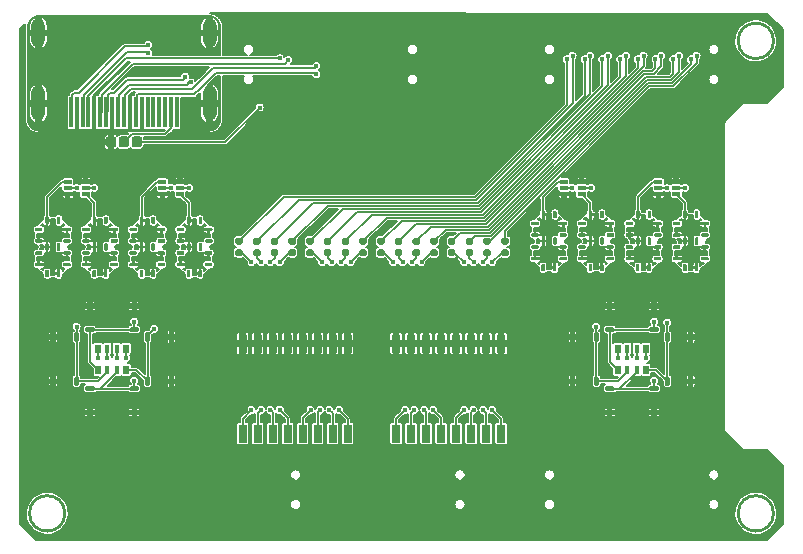
<source format=gbr>
%TF.GenerationSoftware,KiCad,Pcbnew,(5.99.0-3349-gc9824bbd9)*%
%TF.CreationDate,2020-09-22T14:29:42-07:00*%
%TF.ProjectId,Alchitry_IO_Shield,416c6368-6974-4727-995f-494f5f536869,rev?*%
%TF.SameCoordinates,Original*%
%TF.FileFunction,Copper,L1,Top*%
%TF.FilePolarity,Positive*%
%FSLAX46Y46*%
G04 Gerber Fmt 4.6, Leading zero omitted, Abs format (unit mm)*
G04 Created by KiCad (PCBNEW (5.99.0-3349-gc9824bbd9)) date 2020-09-22 14:29:42*
%MOMM*%
%LPD*%
G01*
G04 APERTURE LIST*
%TA.AperFunction,EtchedComponent*%
%ADD10C,0.254000*%
%TD*%
%TA.AperFunction,SMDPad,CuDef*%
%ADD11R,0.700000X0.400000*%
%TD*%
%TA.AperFunction,SMDPad,CuDef*%
%ADD12R,0.760000X1.600000*%
%TD*%
%TA.AperFunction,SMDPad,CuDef*%
%ADD13R,0.500000X0.800000*%
%TD*%
%TA.AperFunction,SMDPad,CuDef*%
%ADD14R,0.400000X0.800000*%
%TD*%
%TA.AperFunction,SMDPad,CuDef*%
%ADD15R,0.300000X2.600000*%
%TD*%
%TA.AperFunction,ComponentPad*%
%ADD16O,1.200000X2.400000*%
%TD*%
%TA.AperFunction,ComponentPad*%
%ADD17O,1.200000X3.000000*%
%TD*%
%TA.AperFunction,ViaPad*%
%ADD18C,0.450000*%
%TD*%
%TA.AperFunction,Conductor*%
%ADD19C,0.127000*%
%TD*%
%TA.AperFunction,Conductor*%
%ADD20C,0.200000*%
%TD*%
%TA.AperFunction,NonConductor*%
%ADD21C,0.127000*%
%TD*%
G04 APERTURE END LIST*
D10*
%TO.C,U1*%
X16000000Y-70450001D02*
G75*
G03*
X16000000Y-70450001I-1500000J0D01*
G01*
X76000000Y-30450001D02*
G75*
G03*
X76000000Y-30450001I-1500000J0D01*
G01*
X76000000Y-70450001D02*
G75*
G03*
X76000000Y-70450001I-1500000J0D01*
G01*
%TD*%
%TO.P,U5,8,C.A.*%
%TO.N,Net-(Q2-Pad1)*%
%TA.AperFunction,SMDPad,CuDef*%
G36*
G01*
X22350000Y-45895000D02*
X22350000Y-45405000D01*
G75*
G02*
X22425000Y-45330000I75000J0D01*
G01*
X22575000Y-45330000D01*
G75*
G02*
X22650000Y-45405000I0J-75000D01*
G01*
X22650000Y-45895000D01*
G75*
G02*
X22575000Y-45970000I-75000J0D01*
G01*
X22425000Y-45970000D01*
G75*
G02*
X22350000Y-45895000I0J75000D01*
G01*
G37*
%TD.AperFunction*%
%TA.AperFunction,SMDPad,CuDef*%
G36*
G01*
X23305000Y-50395000D02*
X23305000Y-49905000D01*
G75*
G02*
X23380000Y-49830000I75000J0D01*
G01*
X23530000Y-49830000D01*
G75*
G02*
X23605000Y-49905000I0J-75000D01*
G01*
X23605000Y-50395000D01*
G75*
G02*
X23530000Y-50470000I-75000J0D01*
G01*
X23380000Y-50470000D01*
G75*
G02*
X23305000Y-50395000I0J75000D01*
G01*
G37*
%TD.AperFunction*%
%TA.AperFunction,SMDPad,CuDef*%
G36*
G01*
X22030000Y-47535000D02*
X21540000Y-47535000D01*
G75*
G02*
X21465000Y-47460000I0J75000D01*
G01*
X21465000Y-47310000D01*
G75*
G02*
X21540000Y-47235000I75000J0D01*
G01*
X22030000Y-47235000D01*
G75*
G02*
X22105000Y-47310000I0J-75000D01*
G01*
X22105000Y-47460000D01*
G75*
G02*
X22030000Y-47535000I-75000J0D01*
G01*
G37*
%TD.AperFunction*%
%TA.AperFunction,SMDPad,CuDef*%
G36*
G01*
X22350000Y-48145000D02*
X22350000Y-47655000D01*
G75*
G02*
X22425000Y-47580000I75000J0D01*
G01*
X22575000Y-47580000D01*
G75*
G02*
X22650000Y-47655000I0J-75000D01*
G01*
X22650000Y-48145000D01*
G75*
G02*
X22575000Y-48220000I-75000J0D01*
G01*
X22425000Y-48220000D01*
G75*
G02*
X22350000Y-48145000I0J75000D01*
G01*
G37*
%TD.AperFunction*%
%TA.AperFunction,SMDPad,CuDef*%
G36*
G01*
X24430000Y-46565000D02*
X23940000Y-46565000D01*
G75*
G02*
X23865000Y-46490000I0J75000D01*
G01*
X23865000Y-46340000D01*
G75*
G02*
X23940000Y-46265000I75000J0D01*
G01*
X24430000Y-46265000D01*
G75*
G02*
X24505000Y-46340000I0J-75000D01*
G01*
X24505000Y-46490000D01*
G75*
G02*
X24430000Y-46565000I-75000J0D01*
G01*
G37*
%TD.AperFunction*%
%TA.AperFunction,SMDPad,CuDef*%
G36*
G01*
X22030000Y-49535000D02*
X21540000Y-49535000D01*
G75*
G02*
X21465000Y-49460000I0J75000D01*
G01*
X21465000Y-49310000D01*
G75*
G02*
X21540000Y-49235000I75000J0D01*
G01*
X22030000Y-49235000D01*
G75*
G02*
X22105000Y-49310000I0J-75000D01*
G01*
X22105000Y-49460000D01*
G75*
G02*
X22030000Y-49535000I-75000J0D01*
G01*
G37*
%TD.AperFunction*%
%TA.AperFunction,SMDPad,CuDef*%
G36*
G01*
X24410000Y-48565000D02*
X23920000Y-48565000D01*
G75*
G02*
X23845000Y-48490000I0J75000D01*
G01*
X23845000Y-48340000D01*
G75*
G02*
X23920000Y-48265000I75000J0D01*
G01*
X24410000Y-48265000D01*
G75*
G02*
X24485000Y-48340000I0J-75000D01*
G01*
X24485000Y-48490000D01*
G75*
G02*
X24410000Y-48565000I-75000J0D01*
G01*
G37*
%TD.AperFunction*%
%TO.P,U5,9*%
%TO.N,N/C*%
%TA.AperFunction,ComponentPad*%
G36*
G01*
X24430000Y-47535000D02*
X23940000Y-47535000D01*
G75*
G02*
X23865000Y-47460000I0J75000D01*
G01*
X23865000Y-47310000D01*
G75*
G02*
X23940000Y-47235000I75000J0D01*
G01*
X24430000Y-47235000D01*
G75*
G02*
X24505000Y-47310000I0J-75000D01*
G01*
X24505000Y-47460000D01*
G75*
G02*
X24430000Y-47535000I-75000J0D01*
G01*
G37*
%TD.AperFunction*%
%TO.P,U5,10*%
%TA.AperFunction,ComponentPad*%
G36*
G01*
X24410000Y-49535000D02*
X23920000Y-49535000D01*
G75*
G02*
X23845000Y-49460000I0J75000D01*
G01*
X23845000Y-49310000D01*
G75*
G02*
X23920000Y-49235000I75000J0D01*
G01*
X24410000Y-49235000D01*
G75*
G02*
X24485000Y-49310000I0J-75000D01*
G01*
X24485000Y-49460000D01*
G75*
G02*
X24410000Y-49535000I-75000J0D01*
G01*
G37*
%TD.AperFunction*%
%TO.P,U5,11*%
%TA.AperFunction,ComponentPad*%
G36*
G01*
X22335000Y-50395000D02*
X22335000Y-49905000D01*
G75*
G02*
X22410000Y-49830000I75000J0D01*
G01*
X22560000Y-49830000D01*
G75*
G02*
X22635000Y-49905000I0J-75000D01*
G01*
X22635000Y-50395000D01*
G75*
G02*
X22560000Y-50470000I-75000J0D01*
G01*
X22410000Y-50470000D01*
G75*
G02*
X22335000Y-50395000I0J75000D01*
G01*
G37*
%TD.AperFunction*%
%TO.P,U5,12*%
%TA.AperFunction,ComponentPad*%
G36*
G01*
X22030000Y-48565000D02*
X21540000Y-48565000D01*
G75*
G02*
X21465000Y-48490000I0J75000D01*
G01*
X21465000Y-48340000D01*
G75*
G02*
X21540000Y-48265000I75000J0D01*
G01*
X22030000Y-48265000D01*
G75*
G02*
X22105000Y-48340000I0J-75000D01*
G01*
X22105000Y-48490000D01*
G75*
G02*
X22030000Y-48565000I-75000J0D01*
G01*
G37*
%TD.AperFunction*%
%TO.P,U5,13*%
%TA.AperFunction,ComponentPad*%
G36*
G01*
X22030000Y-46565000D02*
X21540000Y-46565000D01*
G75*
G02*
X21465000Y-46490000I0J75000D01*
G01*
X21465000Y-46340000D01*
G75*
G02*
X21540000Y-46265000I75000J0D01*
G01*
X22030000Y-46265000D01*
G75*
G02*
X22105000Y-46340000I0J-75000D01*
G01*
X22105000Y-46490000D01*
G75*
G02*
X22030000Y-46565000I-75000J0D01*
G01*
G37*
%TD.AperFunction*%
%TO.P,U5,14*%
%TA.AperFunction,ComponentPad*%
G36*
G01*
X23320000Y-45895000D02*
X23320000Y-45405000D01*
G75*
G02*
X23395000Y-45330000I75000J0D01*
G01*
X23545000Y-45330000D01*
G75*
G02*
X23620000Y-45405000I0J-75000D01*
G01*
X23620000Y-45895000D01*
G75*
G02*
X23545000Y-45970000I-75000J0D01*
G01*
X23395000Y-45970000D01*
G75*
G02*
X23320000Y-45895000I0J75000D01*
G01*
G37*
%TD.AperFunction*%
%TO.P,U5,15*%
%TA.AperFunction,ComponentPad*%
G36*
G01*
X23320000Y-48145000D02*
X23320000Y-47655000D01*
G75*
G02*
X23395000Y-47580000I75000J0D01*
G01*
X23545000Y-47580000D01*
G75*
G02*
X23620000Y-47655000I0J-75000D01*
G01*
X23620000Y-48145000D01*
G75*
G02*
X23545000Y-48220000I-75000J0D01*
G01*
X23395000Y-48220000D01*
G75*
G02*
X23320000Y-48145000I0J75000D01*
G01*
G37*
%TD.AperFunction*%
%TD*%
%TO.P,D15,1,K*%
%TO.N,Net-(D15-Pad1)*%
%TA.AperFunction,SMDPad,CuDef*%
G36*
G01*
X32422500Y-48680000D02*
X32077500Y-48680000D01*
G75*
G02*
X31930000Y-48532500I0J147500D01*
G01*
X31930000Y-48237500D01*
G75*
G02*
X32077500Y-48090000I147500J0D01*
G01*
X32422500Y-48090000D01*
G75*
G02*
X32570000Y-48237500I0J-147500D01*
G01*
X32570000Y-48532500D01*
G75*
G02*
X32422500Y-48680000I-147500J0D01*
G01*
G37*
%TD.AperFunction*%
%TO.P,D15,2,A*%
%TO.N,/LED15*%
%TA.AperFunction,SMDPad,CuDef*%
G36*
G01*
X32422500Y-47710000D02*
X32077500Y-47710000D01*
G75*
G02*
X31930000Y-47562500I0J147500D01*
G01*
X31930000Y-47267500D01*
G75*
G02*
X32077500Y-47120000I147500J0D01*
G01*
X32422500Y-47120000D01*
G75*
G02*
X32570000Y-47267500I0J-147500D01*
G01*
X32570000Y-47562500D01*
G75*
G02*
X32422500Y-47710000I-147500J0D01*
G01*
G37*
%TD.AperFunction*%
%TD*%
%TO.P,U6,8,C.A.*%
%TO.N,Net-(Q2-Pad4)*%
%TA.AperFunction,SMDPad,CuDef*%
G36*
G01*
X28410000Y-48565000D02*
X27920000Y-48565000D01*
G75*
G02*
X27845000Y-48490000I0J75000D01*
G01*
X27845000Y-48340000D01*
G75*
G02*
X27920000Y-48265000I75000J0D01*
G01*
X28410000Y-48265000D01*
G75*
G02*
X28485000Y-48340000I0J-75000D01*
G01*
X28485000Y-48490000D01*
G75*
G02*
X28410000Y-48565000I-75000J0D01*
G01*
G37*
%TD.AperFunction*%
%TA.AperFunction,SMDPad,CuDef*%
G36*
G01*
X28430000Y-46565000D02*
X27940000Y-46565000D01*
G75*
G02*
X27865000Y-46490000I0J75000D01*
G01*
X27865000Y-46340000D01*
G75*
G02*
X27940000Y-46265000I75000J0D01*
G01*
X28430000Y-46265000D01*
G75*
G02*
X28505000Y-46340000I0J-75000D01*
G01*
X28505000Y-46490000D01*
G75*
G02*
X28430000Y-46565000I-75000J0D01*
G01*
G37*
%TD.AperFunction*%
%TA.AperFunction,SMDPad,CuDef*%
G36*
G01*
X26350000Y-45895000D02*
X26350000Y-45405000D01*
G75*
G02*
X26425000Y-45330000I75000J0D01*
G01*
X26575000Y-45330000D01*
G75*
G02*
X26650000Y-45405000I0J-75000D01*
G01*
X26650000Y-45895000D01*
G75*
G02*
X26575000Y-45970000I-75000J0D01*
G01*
X26425000Y-45970000D01*
G75*
G02*
X26350000Y-45895000I0J75000D01*
G01*
G37*
%TD.AperFunction*%
%TA.AperFunction,SMDPad,CuDef*%
G36*
G01*
X26030000Y-49535000D02*
X25540000Y-49535000D01*
G75*
G02*
X25465000Y-49460000I0J75000D01*
G01*
X25465000Y-49310000D01*
G75*
G02*
X25540000Y-49235000I75000J0D01*
G01*
X26030000Y-49235000D01*
G75*
G02*
X26105000Y-49310000I0J-75000D01*
G01*
X26105000Y-49460000D01*
G75*
G02*
X26030000Y-49535000I-75000J0D01*
G01*
G37*
%TD.AperFunction*%
%TA.AperFunction,SMDPad,CuDef*%
G36*
G01*
X27305000Y-50395000D02*
X27305000Y-49905000D01*
G75*
G02*
X27380000Y-49830000I75000J0D01*
G01*
X27530000Y-49830000D01*
G75*
G02*
X27605000Y-49905000I0J-75000D01*
G01*
X27605000Y-50395000D01*
G75*
G02*
X27530000Y-50470000I-75000J0D01*
G01*
X27380000Y-50470000D01*
G75*
G02*
X27305000Y-50395000I0J75000D01*
G01*
G37*
%TD.AperFunction*%
%TA.AperFunction,SMDPad,CuDef*%
G36*
G01*
X26350000Y-48145000D02*
X26350000Y-47655000D01*
G75*
G02*
X26425000Y-47580000I75000J0D01*
G01*
X26575000Y-47580000D01*
G75*
G02*
X26650000Y-47655000I0J-75000D01*
G01*
X26650000Y-48145000D01*
G75*
G02*
X26575000Y-48220000I-75000J0D01*
G01*
X26425000Y-48220000D01*
G75*
G02*
X26350000Y-48145000I0J75000D01*
G01*
G37*
%TD.AperFunction*%
%TA.AperFunction,SMDPad,CuDef*%
G36*
G01*
X26030000Y-47535000D02*
X25540000Y-47535000D01*
G75*
G02*
X25465000Y-47460000I0J75000D01*
G01*
X25465000Y-47310000D01*
G75*
G02*
X25540000Y-47235000I75000J0D01*
G01*
X26030000Y-47235000D01*
G75*
G02*
X26105000Y-47310000I0J-75000D01*
G01*
X26105000Y-47460000D01*
G75*
G02*
X26030000Y-47535000I-75000J0D01*
G01*
G37*
%TD.AperFunction*%
%TO.P,U6,9*%
%TO.N,N/C*%
%TA.AperFunction,ComponentPad*%
G36*
G01*
X28430000Y-47535000D02*
X27940000Y-47535000D01*
G75*
G02*
X27865000Y-47460000I0J75000D01*
G01*
X27865000Y-47310000D01*
G75*
G02*
X27940000Y-47235000I75000J0D01*
G01*
X28430000Y-47235000D01*
G75*
G02*
X28505000Y-47310000I0J-75000D01*
G01*
X28505000Y-47460000D01*
G75*
G02*
X28430000Y-47535000I-75000J0D01*
G01*
G37*
%TD.AperFunction*%
%TO.P,U6,10*%
%TA.AperFunction,ComponentPad*%
G36*
G01*
X28410000Y-49535000D02*
X27920000Y-49535000D01*
G75*
G02*
X27845000Y-49460000I0J75000D01*
G01*
X27845000Y-49310000D01*
G75*
G02*
X27920000Y-49235000I75000J0D01*
G01*
X28410000Y-49235000D01*
G75*
G02*
X28485000Y-49310000I0J-75000D01*
G01*
X28485000Y-49460000D01*
G75*
G02*
X28410000Y-49535000I-75000J0D01*
G01*
G37*
%TD.AperFunction*%
%TO.P,U6,11*%
%TA.AperFunction,ComponentPad*%
G36*
G01*
X26335000Y-50395000D02*
X26335000Y-49905000D01*
G75*
G02*
X26410000Y-49830000I75000J0D01*
G01*
X26560000Y-49830000D01*
G75*
G02*
X26635000Y-49905000I0J-75000D01*
G01*
X26635000Y-50395000D01*
G75*
G02*
X26560000Y-50470000I-75000J0D01*
G01*
X26410000Y-50470000D01*
G75*
G02*
X26335000Y-50395000I0J75000D01*
G01*
G37*
%TD.AperFunction*%
%TO.P,U6,12*%
%TA.AperFunction,ComponentPad*%
G36*
G01*
X26030000Y-48565000D02*
X25540000Y-48565000D01*
G75*
G02*
X25465000Y-48490000I0J75000D01*
G01*
X25465000Y-48340000D01*
G75*
G02*
X25540000Y-48265000I75000J0D01*
G01*
X26030000Y-48265000D01*
G75*
G02*
X26105000Y-48340000I0J-75000D01*
G01*
X26105000Y-48490000D01*
G75*
G02*
X26030000Y-48565000I-75000J0D01*
G01*
G37*
%TD.AperFunction*%
%TO.P,U6,13*%
%TA.AperFunction,ComponentPad*%
G36*
G01*
X26030000Y-46565000D02*
X25540000Y-46565000D01*
G75*
G02*
X25465000Y-46490000I0J75000D01*
G01*
X25465000Y-46340000D01*
G75*
G02*
X25540000Y-46265000I75000J0D01*
G01*
X26030000Y-46265000D01*
G75*
G02*
X26105000Y-46340000I0J-75000D01*
G01*
X26105000Y-46490000D01*
G75*
G02*
X26030000Y-46565000I-75000J0D01*
G01*
G37*
%TD.AperFunction*%
%TO.P,U6,14*%
%TA.AperFunction,ComponentPad*%
G36*
G01*
X27320000Y-45895000D02*
X27320000Y-45405000D01*
G75*
G02*
X27395000Y-45330000I75000J0D01*
G01*
X27545000Y-45330000D01*
G75*
G02*
X27620000Y-45405000I0J-75000D01*
G01*
X27620000Y-45895000D01*
G75*
G02*
X27545000Y-45970000I-75000J0D01*
G01*
X27395000Y-45970000D01*
G75*
G02*
X27320000Y-45895000I0J75000D01*
G01*
G37*
%TD.AperFunction*%
%TO.P,U6,15*%
%TA.AperFunction,ComponentPad*%
G36*
G01*
X27320000Y-48145000D02*
X27320000Y-47655000D01*
G75*
G02*
X27395000Y-47580000I75000J0D01*
G01*
X27545000Y-47580000D01*
G75*
G02*
X27620000Y-47655000I0J-75000D01*
G01*
X27620000Y-48145000D01*
G75*
G02*
X27545000Y-48220000I-75000J0D01*
G01*
X27395000Y-48220000D01*
G75*
G02*
X27320000Y-48145000I0J75000D01*
G01*
G37*
%TD.AperFunction*%
%TD*%
D11*
%TO.P,Q4,1,S*%
%TO.N,Net-(Q4-Pad1)*%
X66250000Y-42400000D03*
%TO.P,Q4,2,G*%
%TO.N,/ANR3*%
X66250000Y-42900000D03*
%TO.P,Q4,3,D*%
%TO.N,+3V3*%
X66250000Y-43400000D03*
%TO.P,Q4,4,S*%
%TO.N,Net-(Q4-Pad4)*%
X67750000Y-43400000D03*
%TO.P,Q4,5,G*%
%TO.N,/ANR4*%
X67750000Y-42900000D03*
%TO.P,Q4,6,D*%
%TO.N,+3V3*%
X67750000Y-42400000D03*
%TD*%
%TO.P,D6,1,K*%
%TO.N,Net-(D6-Pad1)*%
%TA.AperFunction,SMDPad,CuDef*%
G36*
G01*
X45922500Y-48680000D02*
X45577500Y-48680000D01*
G75*
G02*
X45430000Y-48532500I0J147500D01*
G01*
X45430000Y-48237500D01*
G75*
G02*
X45577500Y-48090000I147500J0D01*
G01*
X45922500Y-48090000D01*
G75*
G02*
X46070000Y-48237500I0J-147500D01*
G01*
X46070000Y-48532500D01*
G75*
G02*
X45922500Y-48680000I-147500J0D01*
G01*
G37*
%TD.AperFunction*%
%TO.P,D6,2,A*%
%TO.N,/LED6*%
%TA.AperFunction,SMDPad,CuDef*%
G36*
G01*
X45922500Y-47710000D02*
X45577500Y-47710000D01*
G75*
G02*
X45430000Y-47562500I0J147500D01*
G01*
X45430000Y-47267500D01*
G75*
G02*
X45577500Y-47120000I147500J0D01*
G01*
X45922500Y-47120000D01*
G75*
G02*
X46070000Y-47267500I0J-147500D01*
G01*
X46070000Y-47562500D01*
G75*
G02*
X45922500Y-47710000I-147500J0D01*
G01*
G37*
%TD.AperFunction*%
%TD*%
%TO.P,D1,1,K*%
%TO.N,Net-(D1-Pad1)*%
%TA.AperFunction,SMDPad,CuDef*%
G36*
G01*
X53422500Y-48680000D02*
X53077500Y-48680000D01*
G75*
G02*
X52930000Y-48532500I0J147500D01*
G01*
X52930000Y-48237500D01*
G75*
G02*
X53077500Y-48090000I147500J0D01*
G01*
X53422500Y-48090000D01*
G75*
G02*
X53570000Y-48237500I0J-147500D01*
G01*
X53570000Y-48532500D01*
G75*
G02*
X53422500Y-48680000I-147500J0D01*
G01*
G37*
%TD.AperFunction*%
%TO.P,D1,2,A*%
%TO.N,/LED1*%
%TA.AperFunction,SMDPad,CuDef*%
G36*
G01*
X53422500Y-47710000D02*
X53077500Y-47710000D01*
G75*
G02*
X52930000Y-47562500I0J147500D01*
G01*
X52930000Y-47267500D01*
G75*
G02*
X53077500Y-47120000I147500J0D01*
G01*
X53422500Y-47120000D01*
G75*
G02*
X53570000Y-47267500I0J-147500D01*
G01*
X53570000Y-47562500D01*
G75*
G02*
X53422500Y-47710000I-147500J0D01*
G01*
G37*
%TD.AperFunction*%
%TD*%
%TO.P,U3,8,C.A.*%
%TO.N,Net-(Q1-Pad1)*%
%TA.AperFunction,SMDPad,CuDef*%
G36*
G01*
X14350000Y-48145000D02*
X14350000Y-47655000D01*
G75*
G02*
X14425000Y-47580000I75000J0D01*
G01*
X14575000Y-47580000D01*
G75*
G02*
X14650000Y-47655000I0J-75000D01*
G01*
X14650000Y-48145000D01*
G75*
G02*
X14575000Y-48220000I-75000J0D01*
G01*
X14425000Y-48220000D01*
G75*
G02*
X14350000Y-48145000I0J75000D01*
G01*
G37*
%TD.AperFunction*%
%TA.AperFunction,SMDPad,CuDef*%
G36*
G01*
X16430000Y-46565000D02*
X15940000Y-46565000D01*
G75*
G02*
X15865000Y-46490000I0J75000D01*
G01*
X15865000Y-46340000D01*
G75*
G02*
X15940000Y-46265000I75000J0D01*
G01*
X16430000Y-46265000D01*
G75*
G02*
X16505000Y-46340000I0J-75000D01*
G01*
X16505000Y-46490000D01*
G75*
G02*
X16430000Y-46565000I-75000J0D01*
G01*
G37*
%TD.AperFunction*%
%TA.AperFunction,SMDPad,CuDef*%
G36*
G01*
X16410000Y-48565000D02*
X15920000Y-48565000D01*
G75*
G02*
X15845000Y-48490000I0J75000D01*
G01*
X15845000Y-48340000D01*
G75*
G02*
X15920000Y-48265000I75000J0D01*
G01*
X16410000Y-48265000D01*
G75*
G02*
X16485000Y-48340000I0J-75000D01*
G01*
X16485000Y-48490000D01*
G75*
G02*
X16410000Y-48565000I-75000J0D01*
G01*
G37*
%TD.AperFunction*%
%TA.AperFunction,SMDPad,CuDef*%
G36*
G01*
X15305000Y-50395000D02*
X15305000Y-49905000D01*
G75*
G02*
X15380000Y-49830000I75000J0D01*
G01*
X15530000Y-49830000D01*
G75*
G02*
X15605000Y-49905000I0J-75000D01*
G01*
X15605000Y-50395000D01*
G75*
G02*
X15530000Y-50470000I-75000J0D01*
G01*
X15380000Y-50470000D01*
G75*
G02*
X15305000Y-50395000I0J75000D01*
G01*
G37*
%TD.AperFunction*%
%TA.AperFunction,SMDPad,CuDef*%
G36*
G01*
X14350000Y-45895000D02*
X14350000Y-45405000D01*
G75*
G02*
X14425000Y-45330000I75000J0D01*
G01*
X14575000Y-45330000D01*
G75*
G02*
X14650000Y-45405000I0J-75000D01*
G01*
X14650000Y-45895000D01*
G75*
G02*
X14575000Y-45970000I-75000J0D01*
G01*
X14425000Y-45970000D01*
G75*
G02*
X14350000Y-45895000I0J75000D01*
G01*
G37*
%TD.AperFunction*%
%TA.AperFunction,SMDPad,CuDef*%
G36*
G01*
X14030000Y-47535000D02*
X13540000Y-47535000D01*
G75*
G02*
X13465000Y-47460000I0J75000D01*
G01*
X13465000Y-47310000D01*
G75*
G02*
X13540000Y-47235000I75000J0D01*
G01*
X14030000Y-47235000D01*
G75*
G02*
X14105000Y-47310000I0J-75000D01*
G01*
X14105000Y-47460000D01*
G75*
G02*
X14030000Y-47535000I-75000J0D01*
G01*
G37*
%TD.AperFunction*%
%TA.AperFunction,SMDPad,CuDef*%
G36*
G01*
X14030000Y-49535000D02*
X13540000Y-49535000D01*
G75*
G02*
X13465000Y-49460000I0J75000D01*
G01*
X13465000Y-49310000D01*
G75*
G02*
X13540000Y-49235000I75000J0D01*
G01*
X14030000Y-49235000D01*
G75*
G02*
X14105000Y-49310000I0J-75000D01*
G01*
X14105000Y-49460000D01*
G75*
G02*
X14030000Y-49535000I-75000J0D01*
G01*
G37*
%TD.AperFunction*%
%TO.P,U3,9*%
%TO.N,N/C*%
%TA.AperFunction,ComponentPad*%
G36*
G01*
X16430000Y-47535000D02*
X15940000Y-47535000D01*
G75*
G02*
X15865000Y-47460000I0J75000D01*
G01*
X15865000Y-47310000D01*
G75*
G02*
X15940000Y-47235000I75000J0D01*
G01*
X16430000Y-47235000D01*
G75*
G02*
X16505000Y-47310000I0J-75000D01*
G01*
X16505000Y-47460000D01*
G75*
G02*
X16430000Y-47535000I-75000J0D01*
G01*
G37*
%TD.AperFunction*%
%TO.P,U3,10*%
%TA.AperFunction,ComponentPad*%
G36*
G01*
X16410000Y-49535000D02*
X15920000Y-49535000D01*
G75*
G02*
X15845000Y-49460000I0J75000D01*
G01*
X15845000Y-49310000D01*
G75*
G02*
X15920000Y-49235000I75000J0D01*
G01*
X16410000Y-49235000D01*
G75*
G02*
X16485000Y-49310000I0J-75000D01*
G01*
X16485000Y-49460000D01*
G75*
G02*
X16410000Y-49535000I-75000J0D01*
G01*
G37*
%TD.AperFunction*%
%TO.P,U3,11*%
%TA.AperFunction,ComponentPad*%
G36*
G01*
X14335000Y-50395000D02*
X14335000Y-49905000D01*
G75*
G02*
X14410000Y-49830000I75000J0D01*
G01*
X14560000Y-49830000D01*
G75*
G02*
X14635000Y-49905000I0J-75000D01*
G01*
X14635000Y-50395000D01*
G75*
G02*
X14560000Y-50470000I-75000J0D01*
G01*
X14410000Y-50470000D01*
G75*
G02*
X14335000Y-50395000I0J75000D01*
G01*
G37*
%TD.AperFunction*%
%TO.P,U3,12*%
%TA.AperFunction,ComponentPad*%
G36*
G01*
X14030000Y-48565000D02*
X13540000Y-48565000D01*
G75*
G02*
X13465000Y-48490000I0J75000D01*
G01*
X13465000Y-48340000D01*
G75*
G02*
X13540000Y-48265000I75000J0D01*
G01*
X14030000Y-48265000D01*
G75*
G02*
X14105000Y-48340000I0J-75000D01*
G01*
X14105000Y-48490000D01*
G75*
G02*
X14030000Y-48565000I-75000J0D01*
G01*
G37*
%TD.AperFunction*%
%TO.P,U3,13*%
%TA.AperFunction,ComponentPad*%
G36*
G01*
X14030000Y-46565000D02*
X13540000Y-46565000D01*
G75*
G02*
X13465000Y-46490000I0J75000D01*
G01*
X13465000Y-46340000D01*
G75*
G02*
X13540000Y-46265000I75000J0D01*
G01*
X14030000Y-46265000D01*
G75*
G02*
X14105000Y-46340000I0J-75000D01*
G01*
X14105000Y-46490000D01*
G75*
G02*
X14030000Y-46565000I-75000J0D01*
G01*
G37*
%TD.AperFunction*%
%TO.P,U3,14*%
%TA.AperFunction,ComponentPad*%
G36*
G01*
X15320000Y-45895000D02*
X15320000Y-45405000D01*
G75*
G02*
X15395000Y-45330000I75000J0D01*
G01*
X15545000Y-45330000D01*
G75*
G02*
X15620000Y-45405000I0J-75000D01*
G01*
X15620000Y-45895000D01*
G75*
G02*
X15545000Y-45970000I-75000J0D01*
G01*
X15395000Y-45970000D01*
G75*
G02*
X15320000Y-45895000I0J75000D01*
G01*
G37*
%TD.AperFunction*%
%TO.P,U3,15*%
%TA.AperFunction,ComponentPad*%
G36*
G01*
X15320000Y-48145000D02*
X15320000Y-47655000D01*
G75*
G02*
X15395000Y-47580000I75000J0D01*
G01*
X15545000Y-47580000D01*
G75*
G02*
X15620000Y-47655000I0J-75000D01*
G01*
X15620000Y-48145000D01*
G75*
G02*
X15545000Y-48220000I-75000J0D01*
G01*
X15395000Y-48220000D01*
G75*
G02*
X15320000Y-48145000I0J75000D01*
G01*
G37*
%TD.AperFunction*%
%TD*%
%TO.P,D10,1,K*%
%TO.N,Net-(D10-Pad1)*%
%TA.AperFunction,SMDPad,CuDef*%
G36*
G01*
X39922500Y-48680000D02*
X39577500Y-48680000D01*
G75*
G02*
X39430000Y-48532500I0J147500D01*
G01*
X39430000Y-48237500D01*
G75*
G02*
X39577500Y-48090000I147500J0D01*
G01*
X39922500Y-48090000D01*
G75*
G02*
X40070000Y-48237500I0J-147500D01*
G01*
X40070000Y-48532500D01*
G75*
G02*
X39922500Y-48680000I-147500J0D01*
G01*
G37*
%TD.AperFunction*%
%TO.P,D10,2,A*%
%TO.N,/LED10*%
%TA.AperFunction,SMDPad,CuDef*%
G36*
G01*
X39922500Y-47710000D02*
X39577500Y-47710000D01*
G75*
G02*
X39430000Y-47562500I0J147500D01*
G01*
X39430000Y-47267500D01*
G75*
G02*
X39577500Y-47120000I147500J0D01*
G01*
X39922500Y-47120000D01*
G75*
G02*
X40070000Y-47267500I0J-147500D01*
G01*
X40070000Y-47562500D01*
G75*
G02*
X39922500Y-47710000I-147500J0D01*
G01*
G37*
%TD.AperFunction*%
%TD*%
%TO.P,D5,1,K*%
%TO.N,Net-(D5-Pad1)*%
%TA.AperFunction,SMDPad,CuDef*%
G36*
G01*
X47422500Y-48680000D02*
X47077500Y-48680000D01*
G75*
G02*
X46930000Y-48532500I0J147500D01*
G01*
X46930000Y-48237500D01*
G75*
G02*
X47077500Y-48090000I147500J0D01*
G01*
X47422500Y-48090000D01*
G75*
G02*
X47570000Y-48237500I0J-147500D01*
G01*
X47570000Y-48532500D01*
G75*
G02*
X47422500Y-48680000I-147500J0D01*
G01*
G37*
%TD.AperFunction*%
%TO.P,D5,2,A*%
%TO.N,/LED5*%
%TA.AperFunction,SMDPad,CuDef*%
G36*
G01*
X47422500Y-47710000D02*
X47077500Y-47710000D01*
G75*
G02*
X46930000Y-47562500I0J147500D01*
G01*
X46930000Y-47267500D01*
G75*
G02*
X47077500Y-47120000I147500J0D01*
G01*
X47422500Y-47120000D01*
G75*
G02*
X47570000Y-47267500I0J-147500D01*
G01*
X47570000Y-47562500D01*
G75*
G02*
X47422500Y-47710000I-147500J0D01*
G01*
G37*
%TD.AperFunction*%
%TD*%
%TO.P,U4,8,C.A.*%
%TO.N,Net-(Q1-Pad4)*%
%TA.AperFunction,SMDPad,CuDef*%
G36*
G01*
X18030000Y-47535000D02*
X17540000Y-47535000D01*
G75*
G02*
X17465000Y-47460000I0J75000D01*
G01*
X17465000Y-47310000D01*
G75*
G02*
X17540000Y-47235000I75000J0D01*
G01*
X18030000Y-47235000D01*
G75*
G02*
X18105000Y-47310000I0J-75000D01*
G01*
X18105000Y-47460000D01*
G75*
G02*
X18030000Y-47535000I-75000J0D01*
G01*
G37*
%TD.AperFunction*%
%TA.AperFunction,SMDPad,CuDef*%
G36*
G01*
X20430000Y-46565000D02*
X19940000Y-46565000D01*
G75*
G02*
X19865000Y-46490000I0J75000D01*
G01*
X19865000Y-46340000D01*
G75*
G02*
X19940000Y-46265000I75000J0D01*
G01*
X20430000Y-46265000D01*
G75*
G02*
X20505000Y-46340000I0J-75000D01*
G01*
X20505000Y-46490000D01*
G75*
G02*
X20430000Y-46565000I-75000J0D01*
G01*
G37*
%TD.AperFunction*%
%TA.AperFunction,SMDPad,CuDef*%
G36*
G01*
X18350000Y-45895000D02*
X18350000Y-45405000D01*
G75*
G02*
X18425000Y-45330000I75000J0D01*
G01*
X18575000Y-45330000D01*
G75*
G02*
X18650000Y-45405000I0J-75000D01*
G01*
X18650000Y-45895000D01*
G75*
G02*
X18575000Y-45970000I-75000J0D01*
G01*
X18425000Y-45970000D01*
G75*
G02*
X18350000Y-45895000I0J75000D01*
G01*
G37*
%TD.AperFunction*%
%TA.AperFunction,SMDPad,CuDef*%
G36*
G01*
X18350000Y-48145000D02*
X18350000Y-47655000D01*
G75*
G02*
X18425000Y-47580000I75000J0D01*
G01*
X18575000Y-47580000D01*
G75*
G02*
X18650000Y-47655000I0J-75000D01*
G01*
X18650000Y-48145000D01*
G75*
G02*
X18575000Y-48220000I-75000J0D01*
G01*
X18425000Y-48220000D01*
G75*
G02*
X18350000Y-48145000I0J75000D01*
G01*
G37*
%TD.AperFunction*%
%TA.AperFunction,SMDPad,CuDef*%
G36*
G01*
X19305000Y-50395000D02*
X19305000Y-49905000D01*
G75*
G02*
X19380000Y-49830000I75000J0D01*
G01*
X19530000Y-49830000D01*
G75*
G02*
X19605000Y-49905000I0J-75000D01*
G01*
X19605000Y-50395000D01*
G75*
G02*
X19530000Y-50470000I-75000J0D01*
G01*
X19380000Y-50470000D01*
G75*
G02*
X19305000Y-50395000I0J75000D01*
G01*
G37*
%TD.AperFunction*%
%TA.AperFunction,SMDPad,CuDef*%
G36*
G01*
X18030000Y-49535000D02*
X17540000Y-49535000D01*
G75*
G02*
X17465000Y-49460000I0J75000D01*
G01*
X17465000Y-49310000D01*
G75*
G02*
X17540000Y-49235000I75000J0D01*
G01*
X18030000Y-49235000D01*
G75*
G02*
X18105000Y-49310000I0J-75000D01*
G01*
X18105000Y-49460000D01*
G75*
G02*
X18030000Y-49535000I-75000J0D01*
G01*
G37*
%TD.AperFunction*%
%TA.AperFunction,SMDPad,CuDef*%
G36*
G01*
X20410000Y-48565000D02*
X19920000Y-48565000D01*
G75*
G02*
X19845000Y-48490000I0J75000D01*
G01*
X19845000Y-48340000D01*
G75*
G02*
X19920000Y-48265000I75000J0D01*
G01*
X20410000Y-48265000D01*
G75*
G02*
X20485000Y-48340000I0J-75000D01*
G01*
X20485000Y-48490000D01*
G75*
G02*
X20410000Y-48565000I-75000J0D01*
G01*
G37*
%TD.AperFunction*%
%TO.P,U4,9*%
%TO.N,N/C*%
%TA.AperFunction,ComponentPad*%
G36*
G01*
X20430000Y-47535000D02*
X19940000Y-47535000D01*
G75*
G02*
X19865000Y-47460000I0J75000D01*
G01*
X19865000Y-47310000D01*
G75*
G02*
X19940000Y-47235000I75000J0D01*
G01*
X20430000Y-47235000D01*
G75*
G02*
X20505000Y-47310000I0J-75000D01*
G01*
X20505000Y-47460000D01*
G75*
G02*
X20430000Y-47535000I-75000J0D01*
G01*
G37*
%TD.AperFunction*%
%TO.P,U4,10*%
%TA.AperFunction,ComponentPad*%
G36*
G01*
X20410000Y-49535000D02*
X19920000Y-49535000D01*
G75*
G02*
X19845000Y-49460000I0J75000D01*
G01*
X19845000Y-49310000D01*
G75*
G02*
X19920000Y-49235000I75000J0D01*
G01*
X20410000Y-49235000D01*
G75*
G02*
X20485000Y-49310000I0J-75000D01*
G01*
X20485000Y-49460000D01*
G75*
G02*
X20410000Y-49535000I-75000J0D01*
G01*
G37*
%TD.AperFunction*%
%TO.P,U4,11*%
%TA.AperFunction,ComponentPad*%
G36*
G01*
X18335000Y-50395000D02*
X18335000Y-49905000D01*
G75*
G02*
X18410000Y-49830000I75000J0D01*
G01*
X18560000Y-49830000D01*
G75*
G02*
X18635000Y-49905000I0J-75000D01*
G01*
X18635000Y-50395000D01*
G75*
G02*
X18560000Y-50470000I-75000J0D01*
G01*
X18410000Y-50470000D01*
G75*
G02*
X18335000Y-50395000I0J75000D01*
G01*
G37*
%TD.AperFunction*%
%TO.P,U4,12*%
%TA.AperFunction,ComponentPad*%
G36*
G01*
X18030000Y-48565000D02*
X17540000Y-48565000D01*
G75*
G02*
X17465000Y-48490000I0J75000D01*
G01*
X17465000Y-48340000D01*
G75*
G02*
X17540000Y-48265000I75000J0D01*
G01*
X18030000Y-48265000D01*
G75*
G02*
X18105000Y-48340000I0J-75000D01*
G01*
X18105000Y-48490000D01*
G75*
G02*
X18030000Y-48565000I-75000J0D01*
G01*
G37*
%TD.AperFunction*%
%TO.P,U4,13*%
%TA.AperFunction,ComponentPad*%
G36*
G01*
X18030000Y-46565000D02*
X17540000Y-46565000D01*
G75*
G02*
X17465000Y-46490000I0J75000D01*
G01*
X17465000Y-46340000D01*
G75*
G02*
X17540000Y-46265000I75000J0D01*
G01*
X18030000Y-46265000D01*
G75*
G02*
X18105000Y-46340000I0J-75000D01*
G01*
X18105000Y-46490000D01*
G75*
G02*
X18030000Y-46565000I-75000J0D01*
G01*
G37*
%TD.AperFunction*%
%TO.P,U4,14*%
%TA.AperFunction,ComponentPad*%
G36*
G01*
X19320000Y-45895000D02*
X19320000Y-45405000D01*
G75*
G02*
X19395000Y-45330000I75000J0D01*
G01*
X19545000Y-45330000D01*
G75*
G02*
X19620000Y-45405000I0J-75000D01*
G01*
X19620000Y-45895000D01*
G75*
G02*
X19545000Y-45970000I-75000J0D01*
G01*
X19395000Y-45970000D01*
G75*
G02*
X19320000Y-45895000I0J75000D01*
G01*
G37*
%TD.AperFunction*%
%TO.P,U4,15*%
%TA.AperFunction,ComponentPad*%
G36*
G01*
X19320000Y-48145000D02*
X19320000Y-47655000D01*
G75*
G02*
X19395000Y-47580000I75000J0D01*
G01*
X19545000Y-47580000D01*
G75*
G02*
X19620000Y-47655000I0J-75000D01*
G01*
X19620000Y-48145000D01*
G75*
G02*
X19545000Y-48220000I-75000J0D01*
G01*
X19395000Y-48220000D01*
G75*
G02*
X19320000Y-48145000I0J75000D01*
G01*
G37*
%TD.AperFunction*%
%TD*%
%TO.P,SW7,1,1*%
%TO.N,/SWR2*%
%TA.AperFunction,SMDPad,CuDef*%
G36*
G01*
X66275000Y-59800000D02*
X66275000Y-60000000D01*
G75*
G02*
X66175000Y-60100000I-100000J0D01*
G01*
X65575000Y-60100000D01*
G75*
G02*
X65475000Y-60000000I0J100000D01*
G01*
X65475000Y-59800000D01*
G75*
G02*
X65575000Y-59700000I100000J0D01*
G01*
X66175000Y-59700000D01*
G75*
G02*
X66275000Y-59800000I0J-100000D01*
G01*
G37*
%TD.AperFunction*%
%TA.AperFunction,SMDPad,CuDef*%
G36*
G01*
X62525000Y-59800000D02*
X62525000Y-60000000D01*
G75*
G02*
X62425000Y-60100000I-100000J0D01*
G01*
X61825000Y-60100000D01*
G75*
G02*
X61725000Y-60000000I0J100000D01*
G01*
X61725000Y-59800000D01*
G75*
G02*
X61825000Y-59700000I100000J0D01*
G01*
X62425000Y-59700000D01*
G75*
G02*
X62525000Y-59800000I0J-100000D01*
G01*
G37*
%TD.AperFunction*%
%TO.P,SW7,2,2*%
%TO.N,+3V3*%
%TA.AperFunction,SMDPad,CuDef*%
G36*
G01*
X66275000Y-61800000D02*
X66275000Y-62000000D01*
G75*
G02*
X66175000Y-62100000I-100000J0D01*
G01*
X65575000Y-62100000D01*
G75*
G02*
X65475000Y-62000000I0J100000D01*
G01*
X65475000Y-61800000D01*
G75*
G02*
X65575000Y-61700000I100000J0D01*
G01*
X66175000Y-61700000D01*
G75*
G02*
X66275000Y-61800000I0J-100000D01*
G01*
G37*
%TD.AperFunction*%
%TA.AperFunction,SMDPad,CuDef*%
G36*
G01*
X62525000Y-61800000D02*
X62525000Y-62000000D01*
G75*
G02*
X62425000Y-62100000I-100000J0D01*
G01*
X61825000Y-62100000D01*
G75*
G02*
X61725000Y-62000000I0J100000D01*
G01*
X61725000Y-61800000D01*
G75*
G02*
X61825000Y-61700000I100000J0D01*
G01*
X62425000Y-61700000D01*
G75*
G02*
X62525000Y-61800000I0J-100000D01*
G01*
G37*
%TD.AperFunction*%
%TD*%
D12*
%TO.P,SW10,1*%
%TO.N,/DIP8*%
X44055000Y-63710000D03*
%TO.P,SW10,2*%
%TO.N,/DIP7*%
X45325000Y-63710000D03*
%TO.P,SW10,3*%
%TO.N,/DIP6*%
X46595000Y-63710000D03*
%TO.P,SW10,4*%
%TO.N,/DIP5*%
X47865000Y-63710000D03*
%TO.P,SW10,5*%
%TO.N,/DIP4*%
X49135000Y-63710000D03*
%TO.P,SW10,6*%
%TO.N,/DIP3*%
X50405000Y-63710000D03*
%TO.P,SW10,7*%
%TO.N,/DIP2*%
X51675000Y-63710000D03*
%TO.P,SW10,8*%
%TO.N,/DIP1*%
X52945000Y-63710000D03*
%TO.P,SW10,9*%
%TO.N,+3V3*%
X52945000Y-56090000D03*
%TO.P,SW10,10*%
X51675000Y-56090000D03*
%TO.P,SW10,11*%
X50405000Y-56090000D03*
%TO.P,SW10,12*%
X49135000Y-56090000D03*
%TO.P,SW10,13*%
X47865000Y-56090000D03*
%TO.P,SW10,14*%
X46595000Y-56090000D03*
%TO.P,SW10,15*%
X45325000Y-56090000D03*
%TO.P,SW10,16*%
X44055000Y-56090000D03*
%TD*%
%TO.P,D3,1,K*%
%TO.N,Net-(D3-Pad1)*%
%TA.AperFunction,SMDPad,CuDef*%
G36*
G01*
X50422500Y-48680000D02*
X50077500Y-48680000D01*
G75*
G02*
X49930000Y-48532500I0J147500D01*
G01*
X49930000Y-48237500D01*
G75*
G02*
X50077500Y-48090000I147500J0D01*
G01*
X50422500Y-48090000D01*
G75*
G02*
X50570000Y-48237500I0J-147500D01*
G01*
X50570000Y-48532500D01*
G75*
G02*
X50422500Y-48680000I-147500J0D01*
G01*
G37*
%TD.AperFunction*%
%TO.P,D3,2,A*%
%TO.N,/LED3*%
%TA.AperFunction,SMDPad,CuDef*%
G36*
G01*
X50422500Y-47710000D02*
X50077500Y-47710000D01*
G75*
G02*
X49930000Y-47562500I0J147500D01*
G01*
X49930000Y-47267500D01*
G75*
G02*
X50077500Y-47120000I147500J0D01*
G01*
X50422500Y-47120000D01*
G75*
G02*
X50570000Y-47267500I0J-147500D01*
G01*
X50570000Y-47562500D01*
G75*
G02*
X50422500Y-47710000I-147500J0D01*
G01*
G37*
%TD.AperFunction*%
%TD*%
%TO.P,SW1,1,1*%
%TO.N,/SWL3*%
%TA.AperFunction,SMDPad,CuDef*%
G36*
G01*
X17100000Y-55925000D02*
X16900000Y-55925000D01*
G75*
G02*
X16800000Y-55825000I0J100000D01*
G01*
X16800000Y-55225000D01*
G75*
G02*
X16900000Y-55125000I100000J0D01*
G01*
X17100000Y-55125000D01*
G75*
G02*
X17200000Y-55225000I0J-100000D01*
G01*
X17200000Y-55825000D01*
G75*
G02*
X17100000Y-55925000I-100000J0D01*
G01*
G37*
%TD.AperFunction*%
%TA.AperFunction,SMDPad,CuDef*%
G36*
G01*
X17100000Y-59675000D02*
X16900000Y-59675000D01*
G75*
G02*
X16800000Y-59575000I0J100000D01*
G01*
X16800000Y-58975000D01*
G75*
G02*
X16900000Y-58875000I100000J0D01*
G01*
X17100000Y-58875000D01*
G75*
G02*
X17200000Y-58975000I0J-100000D01*
G01*
X17200000Y-59575000D01*
G75*
G02*
X17100000Y-59675000I-100000J0D01*
G01*
G37*
%TD.AperFunction*%
%TO.P,SW1,2,2*%
%TO.N,+3V3*%
%TA.AperFunction,SMDPad,CuDef*%
G36*
G01*
X15100000Y-59675000D02*
X14900000Y-59675000D01*
G75*
G02*
X14800000Y-59575000I0J100000D01*
G01*
X14800000Y-58975000D01*
G75*
G02*
X14900000Y-58875000I100000J0D01*
G01*
X15100000Y-58875000D01*
G75*
G02*
X15200000Y-58975000I0J-100000D01*
G01*
X15200000Y-59575000D01*
G75*
G02*
X15100000Y-59675000I-100000J0D01*
G01*
G37*
%TD.AperFunction*%
%TA.AperFunction,SMDPad,CuDef*%
G36*
G01*
X15100000Y-55925000D02*
X14900000Y-55925000D01*
G75*
G02*
X14800000Y-55825000I0J100000D01*
G01*
X14800000Y-55225000D01*
G75*
G02*
X14900000Y-55125000I100000J0D01*
G01*
X15100000Y-55125000D01*
G75*
G02*
X15200000Y-55225000I0J-100000D01*
G01*
X15200000Y-55825000D01*
G75*
G02*
X15100000Y-55925000I-100000J0D01*
G01*
G37*
%TD.AperFunction*%
%TD*%
%TO.P,SW9,1*%
%TO.N,/DIP16*%
X31055000Y-63710000D03*
%TO.P,SW9,2*%
%TO.N,/DIP15*%
X32325000Y-63710000D03*
%TO.P,SW9,3*%
%TO.N,/DIP14*%
X33595000Y-63710000D03*
%TO.P,SW9,4*%
%TO.N,/DIP13*%
X34865000Y-63710000D03*
%TO.P,SW9,5*%
%TO.N,/DIP12*%
X36135000Y-63710000D03*
%TO.P,SW9,6*%
%TO.N,/DIP11*%
X37405000Y-63710000D03*
%TO.P,SW9,7*%
%TO.N,/DIP10*%
X38675000Y-63710000D03*
%TO.P,SW9,8*%
%TO.N,/DIP9*%
X39945000Y-63710000D03*
%TO.P,SW9,9*%
%TO.N,+3V3*%
X39945000Y-56090000D03*
%TO.P,SW9,10*%
X38675000Y-56090000D03*
%TO.P,SW9,11*%
X37405000Y-56090000D03*
%TO.P,SW9,12*%
X36135000Y-56090000D03*
%TO.P,SW9,13*%
X34865000Y-56090000D03*
%TO.P,SW9,14*%
X33595000Y-56090000D03*
%TO.P,SW9,15*%
X32325000Y-56090000D03*
%TO.P,SW9,16*%
X31055000Y-56090000D03*
%TD*%
%TO.P,D4,1,K*%
%TO.N,Net-(D4-Pad1)*%
%TA.AperFunction,SMDPad,CuDef*%
G36*
G01*
X48922500Y-48680000D02*
X48577500Y-48680000D01*
G75*
G02*
X48430000Y-48532500I0J147500D01*
G01*
X48430000Y-48237500D01*
G75*
G02*
X48577500Y-48090000I147500J0D01*
G01*
X48922500Y-48090000D01*
G75*
G02*
X49070000Y-48237500I0J-147500D01*
G01*
X49070000Y-48532500D01*
G75*
G02*
X48922500Y-48680000I-147500J0D01*
G01*
G37*
%TD.AperFunction*%
%TO.P,D4,2,A*%
%TO.N,/LED4*%
%TA.AperFunction,SMDPad,CuDef*%
G36*
G01*
X48922500Y-47710000D02*
X48577500Y-47710000D01*
G75*
G02*
X48430000Y-47562500I0J147500D01*
G01*
X48430000Y-47267500D01*
G75*
G02*
X48577500Y-47120000I147500J0D01*
G01*
X48922500Y-47120000D01*
G75*
G02*
X49070000Y-47267500I0J-147500D01*
G01*
X49070000Y-47562500D01*
G75*
G02*
X48922500Y-47710000I-147500J0D01*
G01*
G37*
%TD.AperFunction*%
%TD*%
D13*
%TO.P,RN2,1,R1.1*%
%TO.N,/SWL1*%
X18800000Y-58300000D03*
D14*
%TO.P,RN2,2,R2.1*%
%TO.N,/SWL3*%
X19600000Y-58300000D03*
%TO.P,RN2,3,R3.1*%
%TO.N,/SWL2*%
X20400000Y-58300000D03*
D13*
%TO.P,RN2,4,R4.1*%
%TO.N,/SWL4*%
X21200000Y-58300000D03*
%TO.P,RN2,5,R4.2*%
%TO.N,GNDREF*%
X21200000Y-56500000D03*
D14*
%TO.P,RN2,6,R3.2*%
X20400000Y-56500000D03*
%TO.P,RN2,7,R2.2*%
X19600000Y-56500000D03*
D13*
%TO.P,RN2,8,R1.2*%
X18800000Y-56500000D03*
%TD*%
%TO.P,JP6,1,A*%
%TO.N,+3V3*%
%TA.AperFunction,SMDPad,CuDef*%
G36*
G01*
X19475000Y-39256250D02*
X19475000Y-38743750D01*
G75*
G02*
X19693750Y-38525000I218750J0D01*
G01*
X20131250Y-38525000D01*
G75*
G02*
X20350000Y-38743750I0J-218750D01*
G01*
X20350000Y-39256250D01*
G75*
G02*
X20131250Y-39475000I-218750J0D01*
G01*
X19693750Y-39475000D01*
G75*
G02*
X19475000Y-39256250I0J218750D01*
G01*
G37*
%TD.AperFunction*%
%TO.P,JP6,2,C*%
%TO.N,Net-(J2-Pad18)*%
%TA.AperFunction,SMDPad,CuDef*%
G36*
G01*
X20562500Y-39256250D02*
X20562500Y-38743750D01*
G75*
G02*
X20781250Y-38525000I218750J0D01*
G01*
X21218750Y-38525000D01*
G75*
G02*
X21437500Y-38743750I0J-218750D01*
G01*
X21437500Y-39256250D01*
G75*
G02*
X21218750Y-39475000I-218750J0D01*
G01*
X20781250Y-39475000D01*
G75*
G02*
X20562500Y-39256250I0J218750D01*
G01*
G37*
%TD.AperFunction*%
%TO.P,JP6,3,B*%
%TO.N,+5V*%
%TA.AperFunction,SMDPad,CuDef*%
G36*
G01*
X22537500Y-38743750D02*
X22537500Y-39256250D01*
G75*
G02*
X22318750Y-39475000I-218750J0D01*
G01*
X21881250Y-39475000D01*
G75*
G02*
X21662500Y-39256250I0J218750D01*
G01*
X21662500Y-38743750D01*
G75*
G02*
X21881250Y-38525000I218750J0D01*
G01*
X22318750Y-38525000D01*
G75*
G02*
X22537500Y-38743750I0J-218750D01*
G01*
G37*
%TD.AperFunction*%
%TD*%
%TO.P,SW3,1,1*%
%TO.N,/SWL2*%
%TA.AperFunction,SMDPad,CuDef*%
G36*
G01*
X18525000Y-59800000D02*
X18525000Y-60000000D01*
G75*
G02*
X18425000Y-60100000I-100000J0D01*
G01*
X17825000Y-60100000D01*
G75*
G02*
X17725000Y-60000000I0J100000D01*
G01*
X17725000Y-59800000D01*
G75*
G02*
X17825000Y-59700000I100000J0D01*
G01*
X18425000Y-59700000D01*
G75*
G02*
X18525000Y-59800000I0J-100000D01*
G01*
G37*
%TD.AperFunction*%
%TA.AperFunction,SMDPad,CuDef*%
G36*
G01*
X22275000Y-59800000D02*
X22275000Y-60000000D01*
G75*
G02*
X22175000Y-60100000I-100000J0D01*
G01*
X21575000Y-60100000D01*
G75*
G02*
X21475000Y-60000000I0J100000D01*
G01*
X21475000Y-59800000D01*
G75*
G02*
X21575000Y-59700000I100000J0D01*
G01*
X22175000Y-59700000D01*
G75*
G02*
X22275000Y-59800000I0J-100000D01*
G01*
G37*
%TD.AperFunction*%
%TO.P,SW3,2,2*%
%TO.N,+3V3*%
%TA.AperFunction,SMDPad,CuDef*%
G36*
G01*
X18525000Y-61800000D02*
X18525000Y-62000000D01*
G75*
G02*
X18425000Y-62100000I-100000J0D01*
G01*
X17825000Y-62100000D01*
G75*
G02*
X17725000Y-62000000I0J100000D01*
G01*
X17725000Y-61800000D01*
G75*
G02*
X17825000Y-61700000I100000J0D01*
G01*
X18425000Y-61700000D01*
G75*
G02*
X18525000Y-61800000I0J-100000D01*
G01*
G37*
%TD.AperFunction*%
%TA.AperFunction,SMDPad,CuDef*%
G36*
G01*
X22275000Y-61800000D02*
X22275000Y-62000000D01*
G75*
G02*
X22175000Y-62100000I-100000J0D01*
G01*
X21575000Y-62100000D01*
G75*
G02*
X21475000Y-62000000I0J100000D01*
G01*
X21475000Y-61800000D01*
G75*
G02*
X21575000Y-61700000I100000J0D01*
G01*
X22175000Y-61700000D01*
G75*
G02*
X22275000Y-61800000I0J-100000D01*
G01*
G37*
%TD.AperFunction*%
%TD*%
%TO.P,D11,1,K*%
%TO.N,Net-(D11-Pad1)*%
%TA.AperFunction,SMDPad,CuDef*%
G36*
G01*
X38422500Y-48680000D02*
X38077500Y-48680000D01*
G75*
G02*
X37930000Y-48532500I0J147500D01*
G01*
X37930000Y-48237500D01*
G75*
G02*
X38077500Y-48090000I147500J0D01*
G01*
X38422500Y-48090000D01*
G75*
G02*
X38570000Y-48237500I0J-147500D01*
G01*
X38570000Y-48532500D01*
G75*
G02*
X38422500Y-48680000I-147500J0D01*
G01*
G37*
%TD.AperFunction*%
%TO.P,D11,2,A*%
%TO.N,/LED11*%
%TA.AperFunction,SMDPad,CuDef*%
G36*
G01*
X38422500Y-47710000D02*
X38077500Y-47710000D01*
G75*
G02*
X37930000Y-47562500I0J147500D01*
G01*
X37930000Y-47267500D01*
G75*
G02*
X38077500Y-47120000I147500J0D01*
G01*
X38422500Y-47120000D01*
G75*
G02*
X38570000Y-47267500I0J-147500D01*
G01*
X38570000Y-47562500D01*
G75*
G02*
X38422500Y-47710000I-147500J0D01*
G01*
G37*
%TD.AperFunction*%
%TD*%
%TO.P,D2,1,K*%
%TO.N,Net-(D2-Pad1)*%
%TA.AperFunction,SMDPad,CuDef*%
G36*
G01*
X51922500Y-48680000D02*
X51577500Y-48680000D01*
G75*
G02*
X51430000Y-48532500I0J147500D01*
G01*
X51430000Y-48237500D01*
G75*
G02*
X51577500Y-48090000I147500J0D01*
G01*
X51922500Y-48090000D01*
G75*
G02*
X52070000Y-48237500I0J-147500D01*
G01*
X52070000Y-48532500D01*
G75*
G02*
X51922500Y-48680000I-147500J0D01*
G01*
G37*
%TD.AperFunction*%
%TO.P,D2,2,A*%
%TO.N,/LED2*%
%TA.AperFunction,SMDPad,CuDef*%
G36*
G01*
X51922500Y-47710000D02*
X51577500Y-47710000D01*
G75*
G02*
X51430000Y-47562500I0J147500D01*
G01*
X51430000Y-47267500D01*
G75*
G02*
X51577500Y-47120000I147500J0D01*
G01*
X51922500Y-47120000D01*
G75*
G02*
X52070000Y-47267500I0J-147500D01*
G01*
X52070000Y-47562500D01*
G75*
G02*
X51922500Y-47710000I-147500J0D01*
G01*
G37*
%TD.AperFunction*%
%TD*%
%TO.P,U10,8,C.A.*%
%TO.N,Net-(Q4-Pad4)*%
%TA.AperFunction,SMDPad,CuDef*%
G36*
G01*
X70445000Y-46065000D02*
X69955000Y-46065000D01*
G75*
G02*
X69880000Y-45990000I0J75000D01*
G01*
X69880000Y-45840000D01*
G75*
G02*
X69955000Y-45765000I75000J0D01*
G01*
X70445000Y-45765000D01*
G75*
G02*
X70520000Y-45840000I0J-75000D01*
G01*
X70520000Y-45990000D01*
G75*
G02*
X70445000Y-46065000I-75000J0D01*
G01*
G37*
%TD.AperFunction*%
%TA.AperFunction,SMDPad,CuDef*%
G36*
G01*
X68045000Y-47035000D02*
X67555000Y-47035000D01*
G75*
G02*
X67480000Y-46960000I0J75000D01*
G01*
X67480000Y-46810000D01*
G75*
G02*
X67555000Y-46735000I75000J0D01*
G01*
X68045000Y-46735000D01*
G75*
G02*
X68120000Y-46810000I0J-75000D01*
G01*
X68120000Y-46960000D01*
G75*
G02*
X68045000Y-47035000I-75000J0D01*
G01*
G37*
%TD.AperFunction*%
%TA.AperFunction,SMDPad,CuDef*%
G36*
G01*
X69320000Y-49895000D02*
X69320000Y-49405000D01*
G75*
G02*
X69395000Y-49330000I75000J0D01*
G01*
X69545000Y-49330000D01*
G75*
G02*
X69620000Y-49405000I0J-75000D01*
G01*
X69620000Y-49895000D01*
G75*
G02*
X69545000Y-49970000I-75000J0D01*
G01*
X69395000Y-49970000D01*
G75*
G02*
X69320000Y-49895000I0J75000D01*
G01*
G37*
%TD.AperFunction*%
%TA.AperFunction,SMDPad,CuDef*%
G36*
G01*
X68045000Y-49035000D02*
X67555000Y-49035000D01*
G75*
G02*
X67480000Y-48960000I0J75000D01*
G01*
X67480000Y-48810000D01*
G75*
G02*
X67555000Y-48735000I75000J0D01*
G01*
X68045000Y-48735000D01*
G75*
G02*
X68120000Y-48810000I0J-75000D01*
G01*
X68120000Y-48960000D01*
G75*
G02*
X68045000Y-49035000I-75000J0D01*
G01*
G37*
%TD.AperFunction*%
%TA.AperFunction,SMDPad,CuDef*%
G36*
G01*
X70425000Y-48065000D02*
X69935000Y-48065000D01*
G75*
G02*
X69860000Y-47990000I0J75000D01*
G01*
X69860000Y-47840000D01*
G75*
G02*
X69935000Y-47765000I75000J0D01*
G01*
X70425000Y-47765000D01*
G75*
G02*
X70500000Y-47840000I0J-75000D01*
G01*
X70500000Y-47990000D01*
G75*
G02*
X70425000Y-48065000I-75000J0D01*
G01*
G37*
%TD.AperFunction*%
%TA.AperFunction,SMDPad,CuDef*%
G36*
G01*
X68365000Y-45395000D02*
X68365000Y-44905000D01*
G75*
G02*
X68440000Y-44830000I75000J0D01*
G01*
X68590000Y-44830000D01*
G75*
G02*
X68665000Y-44905000I0J-75000D01*
G01*
X68665000Y-45395000D01*
G75*
G02*
X68590000Y-45470000I-75000J0D01*
G01*
X68440000Y-45470000D01*
G75*
G02*
X68365000Y-45395000I0J75000D01*
G01*
G37*
%TD.AperFunction*%
%TA.AperFunction,SMDPad,CuDef*%
G36*
G01*
X68365000Y-47645000D02*
X68365000Y-47155000D01*
G75*
G02*
X68440000Y-47080000I75000J0D01*
G01*
X68590000Y-47080000D01*
G75*
G02*
X68665000Y-47155000I0J-75000D01*
G01*
X68665000Y-47645000D01*
G75*
G02*
X68590000Y-47720000I-75000J0D01*
G01*
X68440000Y-47720000D01*
G75*
G02*
X68365000Y-47645000I0J75000D01*
G01*
G37*
%TD.AperFunction*%
%TO.P,U10,9*%
%TO.N,N/C*%
%TA.AperFunction,ComponentPad*%
G36*
G01*
X70445000Y-47035000D02*
X69955000Y-47035000D01*
G75*
G02*
X69880000Y-46960000I0J75000D01*
G01*
X69880000Y-46810000D01*
G75*
G02*
X69955000Y-46735000I75000J0D01*
G01*
X70445000Y-46735000D01*
G75*
G02*
X70520000Y-46810000I0J-75000D01*
G01*
X70520000Y-46960000D01*
G75*
G02*
X70445000Y-47035000I-75000J0D01*
G01*
G37*
%TD.AperFunction*%
%TO.P,U10,10*%
%TA.AperFunction,ComponentPad*%
G36*
G01*
X70425000Y-49035000D02*
X69935000Y-49035000D01*
G75*
G02*
X69860000Y-48960000I0J75000D01*
G01*
X69860000Y-48810000D01*
G75*
G02*
X69935000Y-48735000I75000J0D01*
G01*
X70425000Y-48735000D01*
G75*
G02*
X70500000Y-48810000I0J-75000D01*
G01*
X70500000Y-48960000D01*
G75*
G02*
X70425000Y-49035000I-75000J0D01*
G01*
G37*
%TD.AperFunction*%
%TO.P,U10,11*%
%TA.AperFunction,ComponentPad*%
G36*
G01*
X68350000Y-49895000D02*
X68350000Y-49405000D01*
G75*
G02*
X68425000Y-49330000I75000J0D01*
G01*
X68575000Y-49330000D01*
G75*
G02*
X68650000Y-49405000I0J-75000D01*
G01*
X68650000Y-49895000D01*
G75*
G02*
X68575000Y-49970000I-75000J0D01*
G01*
X68425000Y-49970000D01*
G75*
G02*
X68350000Y-49895000I0J75000D01*
G01*
G37*
%TD.AperFunction*%
%TO.P,U10,12*%
%TA.AperFunction,ComponentPad*%
G36*
G01*
X68045000Y-48065000D02*
X67555000Y-48065000D01*
G75*
G02*
X67480000Y-47990000I0J75000D01*
G01*
X67480000Y-47840000D01*
G75*
G02*
X67555000Y-47765000I75000J0D01*
G01*
X68045000Y-47765000D01*
G75*
G02*
X68120000Y-47840000I0J-75000D01*
G01*
X68120000Y-47990000D01*
G75*
G02*
X68045000Y-48065000I-75000J0D01*
G01*
G37*
%TD.AperFunction*%
%TO.P,U10,13*%
%TA.AperFunction,ComponentPad*%
G36*
G01*
X68045000Y-46065000D02*
X67555000Y-46065000D01*
G75*
G02*
X67480000Y-45990000I0J75000D01*
G01*
X67480000Y-45840000D01*
G75*
G02*
X67555000Y-45765000I75000J0D01*
G01*
X68045000Y-45765000D01*
G75*
G02*
X68120000Y-45840000I0J-75000D01*
G01*
X68120000Y-45990000D01*
G75*
G02*
X68045000Y-46065000I-75000J0D01*
G01*
G37*
%TD.AperFunction*%
%TO.P,U10,14*%
%TA.AperFunction,ComponentPad*%
G36*
G01*
X69335000Y-45395000D02*
X69335000Y-44905000D01*
G75*
G02*
X69410000Y-44830000I75000J0D01*
G01*
X69560000Y-44830000D01*
G75*
G02*
X69635000Y-44905000I0J-75000D01*
G01*
X69635000Y-45395000D01*
G75*
G02*
X69560000Y-45470000I-75000J0D01*
G01*
X69410000Y-45470000D01*
G75*
G02*
X69335000Y-45395000I0J75000D01*
G01*
G37*
%TD.AperFunction*%
%TO.P,U10,15*%
%TA.AperFunction,ComponentPad*%
G36*
G01*
X69335000Y-47645000D02*
X69335000Y-47155000D01*
G75*
G02*
X69410000Y-47080000I75000J0D01*
G01*
X69560000Y-47080000D01*
G75*
G02*
X69635000Y-47155000I0J-75000D01*
G01*
X69635000Y-47645000D01*
G75*
G02*
X69560000Y-47720000I-75000J0D01*
G01*
X69410000Y-47720000D01*
G75*
G02*
X69335000Y-47645000I0J75000D01*
G01*
G37*
%TD.AperFunction*%
%TD*%
%TO.P,SW2,1,1*%
%TO.N,/SWL1*%
%TA.AperFunction,SMDPad,CuDef*%
G36*
G01*
X17725000Y-55000000D02*
X17725000Y-54800000D01*
G75*
G02*
X17825000Y-54700000I100000J0D01*
G01*
X18425000Y-54700000D01*
G75*
G02*
X18525000Y-54800000I0J-100000D01*
G01*
X18525000Y-55000000D01*
G75*
G02*
X18425000Y-55100000I-100000J0D01*
G01*
X17825000Y-55100000D01*
G75*
G02*
X17725000Y-55000000I0J100000D01*
G01*
G37*
%TD.AperFunction*%
%TA.AperFunction,SMDPad,CuDef*%
G36*
G01*
X21475000Y-55000000D02*
X21475000Y-54800000D01*
G75*
G02*
X21575000Y-54700000I100000J0D01*
G01*
X22175000Y-54700000D01*
G75*
G02*
X22275000Y-54800000I0J-100000D01*
G01*
X22275000Y-55000000D01*
G75*
G02*
X22175000Y-55100000I-100000J0D01*
G01*
X21575000Y-55100000D01*
G75*
G02*
X21475000Y-55000000I0J100000D01*
G01*
G37*
%TD.AperFunction*%
%TO.P,SW2,2,2*%
%TO.N,+3V3*%
%TA.AperFunction,SMDPad,CuDef*%
G36*
G01*
X17725000Y-53000000D02*
X17725000Y-52800000D01*
G75*
G02*
X17825000Y-52700000I100000J0D01*
G01*
X18425000Y-52700000D01*
G75*
G02*
X18525000Y-52800000I0J-100000D01*
G01*
X18525000Y-53000000D01*
G75*
G02*
X18425000Y-53100000I-100000J0D01*
G01*
X17825000Y-53100000D01*
G75*
G02*
X17725000Y-53000000I0J100000D01*
G01*
G37*
%TD.AperFunction*%
%TA.AperFunction,SMDPad,CuDef*%
G36*
G01*
X21475000Y-53000000D02*
X21475000Y-52800000D01*
G75*
G02*
X21575000Y-52700000I100000J0D01*
G01*
X22175000Y-52700000D01*
G75*
G02*
X22275000Y-52800000I0J-100000D01*
G01*
X22275000Y-53000000D01*
G75*
G02*
X22175000Y-53100000I-100000J0D01*
G01*
X21575000Y-53100000D01*
G75*
G02*
X21475000Y-53000000I0J100000D01*
G01*
G37*
%TD.AperFunction*%
%TD*%
%TO.P,D8,1,K*%
%TO.N,Net-(D8-Pad1)*%
%TA.AperFunction,SMDPad,CuDef*%
G36*
G01*
X42922500Y-48680000D02*
X42577500Y-48680000D01*
G75*
G02*
X42430000Y-48532500I0J147500D01*
G01*
X42430000Y-48237500D01*
G75*
G02*
X42577500Y-48090000I147500J0D01*
G01*
X42922500Y-48090000D01*
G75*
G02*
X43070000Y-48237500I0J-147500D01*
G01*
X43070000Y-48532500D01*
G75*
G02*
X42922500Y-48680000I-147500J0D01*
G01*
G37*
%TD.AperFunction*%
%TO.P,D8,2,A*%
%TO.N,/LED8*%
%TA.AperFunction,SMDPad,CuDef*%
G36*
G01*
X42922500Y-47710000D02*
X42577500Y-47710000D01*
G75*
G02*
X42430000Y-47562500I0J147500D01*
G01*
X42430000Y-47267500D01*
G75*
G02*
X42577500Y-47120000I147500J0D01*
G01*
X42922500Y-47120000D01*
G75*
G02*
X43070000Y-47267500I0J-147500D01*
G01*
X43070000Y-47562500D01*
G75*
G02*
X42922500Y-47710000I-147500J0D01*
G01*
G37*
%TD.AperFunction*%
%TD*%
%TO.P,U7,8,C.A.*%
%TO.N,Net-(Q3-Pad1)*%
%TA.AperFunction,SMDPad,CuDef*%
G36*
G01*
X58445000Y-46065000D02*
X57955000Y-46065000D01*
G75*
G02*
X57880000Y-45990000I0J75000D01*
G01*
X57880000Y-45840000D01*
G75*
G02*
X57955000Y-45765000I75000J0D01*
G01*
X58445000Y-45765000D01*
G75*
G02*
X58520000Y-45840000I0J-75000D01*
G01*
X58520000Y-45990000D01*
G75*
G02*
X58445000Y-46065000I-75000J0D01*
G01*
G37*
%TD.AperFunction*%
%TA.AperFunction,SMDPad,CuDef*%
G36*
G01*
X57320000Y-49895000D02*
X57320000Y-49405000D01*
G75*
G02*
X57395000Y-49330000I75000J0D01*
G01*
X57545000Y-49330000D01*
G75*
G02*
X57620000Y-49405000I0J-75000D01*
G01*
X57620000Y-49895000D01*
G75*
G02*
X57545000Y-49970000I-75000J0D01*
G01*
X57395000Y-49970000D01*
G75*
G02*
X57320000Y-49895000I0J75000D01*
G01*
G37*
%TD.AperFunction*%
%TA.AperFunction,SMDPad,CuDef*%
G36*
G01*
X56365000Y-47645000D02*
X56365000Y-47155000D01*
G75*
G02*
X56440000Y-47080000I75000J0D01*
G01*
X56590000Y-47080000D01*
G75*
G02*
X56665000Y-47155000I0J-75000D01*
G01*
X56665000Y-47645000D01*
G75*
G02*
X56590000Y-47720000I-75000J0D01*
G01*
X56440000Y-47720000D01*
G75*
G02*
X56365000Y-47645000I0J75000D01*
G01*
G37*
%TD.AperFunction*%
%TA.AperFunction,SMDPad,CuDef*%
G36*
G01*
X56045000Y-47035000D02*
X55555000Y-47035000D01*
G75*
G02*
X55480000Y-46960000I0J75000D01*
G01*
X55480000Y-46810000D01*
G75*
G02*
X55555000Y-46735000I75000J0D01*
G01*
X56045000Y-46735000D01*
G75*
G02*
X56120000Y-46810000I0J-75000D01*
G01*
X56120000Y-46960000D01*
G75*
G02*
X56045000Y-47035000I-75000J0D01*
G01*
G37*
%TD.AperFunction*%
%TA.AperFunction,SMDPad,CuDef*%
G36*
G01*
X56045000Y-49035000D02*
X55555000Y-49035000D01*
G75*
G02*
X55480000Y-48960000I0J75000D01*
G01*
X55480000Y-48810000D01*
G75*
G02*
X55555000Y-48735000I75000J0D01*
G01*
X56045000Y-48735000D01*
G75*
G02*
X56120000Y-48810000I0J-75000D01*
G01*
X56120000Y-48960000D01*
G75*
G02*
X56045000Y-49035000I-75000J0D01*
G01*
G37*
%TD.AperFunction*%
%TA.AperFunction,SMDPad,CuDef*%
G36*
G01*
X56365000Y-45395000D02*
X56365000Y-44905000D01*
G75*
G02*
X56440000Y-44830000I75000J0D01*
G01*
X56590000Y-44830000D01*
G75*
G02*
X56665000Y-44905000I0J-75000D01*
G01*
X56665000Y-45395000D01*
G75*
G02*
X56590000Y-45470000I-75000J0D01*
G01*
X56440000Y-45470000D01*
G75*
G02*
X56365000Y-45395000I0J75000D01*
G01*
G37*
%TD.AperFunction*%
%TA.AperFunction,SMDPad,CuDef*%
G36*
G01*
X58425000Y-48065000D02*
X57935000Y-48065000D01*
G75*
G02*
X57860000Y-47990000I0J75000D01*
G01*
X57860000Y-47840000D01*
G75*
G02*
X57935000Y-47765000I75000J0D01*
G01*
X58425000Y-47765000D01*
G75*
G02*
X58500000Y-47840000I0J-75000D01*
G01*
X58500000Y-47990000D01*
G75*
G02*
X58425000Y-48065000I-75000J0D01*
G01*
G37*
%TD.AperFunction*%
%TO.P,U7,9*%
%TO.N,N/C*%
%TA.AperFunction,ComponentPad*%
G36*
G01*
X58445000Y-47035000D02*
X57955000Y-47035000D01*
G75*
G02*
X57880000Y-46960000I0J75000D01*
G01*
X57880000Y-46810000D01*
G75*
G02*
X57955000Y-46735000I75000J0D01*
G01*
X58445000Y-46735000D01*
G75*
G02*
X58520000Y-46810000I0J-75000D01*
G01*
X58520000Y-46960000D01*
G75*
G02*
X58445000Y-47035000I-75000J0D01*
G01*
G37*
%TD.AperFunction*%
%TO.P,U7,10*%
%TA.AperFunction,ComponentPad*%
G36*
G01*
X58425000Y-49035000D02*
X57935000Y-49035000D01*
G75*
G02*
X57860000Y-48960000I0J75000D01*
G01*
X57860000Y-48810000D01*
G75*
G02*
X57935000Y-48735000I75000J0D01*
G01*
X58425000Y-48735000D01*
G75*
G02*
X58500000Y-48810000I0J-75000D01*
G01*
X58500000Y-48960000D01*
G75*
G02*
X58425000Y-49035000I-75000J0D01*
G01*
G37*
%TD.AperFunction*%
%TO.P,U7,11*%
%TA.AperFunction,ComponentPad*%
G36*
G01*
X56350000Y-49895000D02*
X56350000Y-49405000D01*
G75*
G02*
X56425000Y-49330000I75000J0D01*
G01*
X56575000Y-49330000D01*
G75*
G02*
X56650000Y-49405000I0J-75000D01*
G01*
X56650000Y-49895000D01*
G75*
G02*
X56575000Y-49970000I-75000J0D01*
G01*
X56425000Y-49970000D01*
G75*
G02*
X56350000Y-49895000I0J75000D01*
G01*
G37*
%TD.AperFunction*%
%TO.P,U7,12*%
%TA.AperFunction,ComponentPad*%
G36*
G01*
X56045000Y-48065000D02*
X55555000Y-48065000D01*
G75*
G02*
X55480000Y-47990000I0J75000D01*
G01*
X55480000Y-47840000D01*
G75*
G02*
X55555000Y-47765000I75000J0D01*
G01*
X56045000Y-47765000D01*
G75*
G02*
X56120000Y-47840000I0J-75000D01*
G01*
X56120000Y-47990000D01*
G75*
G02*
X56045000Y-48065000I-75000J0D01*
G01*
G37*
%TD.AperFunction*%
%TO.P,U7,13*%
%TA.AperFunction,ComponentPad*%
G36*
G01*
X56045000Y-46065000D02*
X55555000Y-46065000D01*
G75*
G02*
X55480000Y-45990000I0J75000D01*
G01*
X55480000Y-45840000D01*
G75*
G02*
X55555000Y-45765000I75000J0D01*
G01*
X56045000Y-45765000D01*
G75*
G02*
X56120000Y-45840000I0J-75000D01*
G01*
X56120000Y-45990000D01*
G75*
G02*
X56045000Y-46065000I-75000J0D01*
G01*
G37*
%TD.AperFunction*%
%TO.P,U7,14*%
%TA.AperFunction,ComponentPad*%
G36*
G01*
X57335000Y-45395000D02*
X57335000Y-44905000D01*
G75*
G02*
X57410000Y-44830000I75000J0D01*
G01*
X57560000Y-44830000D01*
G75*
G02*
X57635000Y-44905000I0J-75000D01*
G01*
X57635000Y-45395000D01*
G75*
G02*
X57560000Y-45470000I-75000J0D01*
G01*
X57410000Y-45470000D01*
G75*
G02*
X57335000Y-45395000I0J75000D01*
G01*
G37*
%TD.AperFunction*%
%TO.P,U7,15*%
%TA.AperFunction,ComponentPad*%
G36*
G01*
X57335000Y-47645000D02*
X57335000Y-47155000D01*
G75*
G02*
X57410000Y-47080000I75000J0D01*
G01*
X57560000Y-47080000D01*
G75*
G02*
X57635000Y-47155000I0J-75000D01*
G01*
X57635000Y-47645000D01*
G75*
G02*
X57560000Y-47720000I-75000J0D01*
G01*
X57410000Y-47720000D01*
G75*
G02*
X57335000Y-47645000I0J75000D01*
G01*
G37*
%TD.AperFunction*%
%TD*%
%TO.P,D16,1,K*%
%TO.N,Net-(D16-Pad1)*%
%TA.AperFunction,SMDPad,CuDef*%
G36*
G01*
X30922500Y-48680000D02*
X30577500Y-48680000D01*
G75*
G02*
X30430000Y-48532500I0J147500D01*
G01*
X30430000Y-48237500D01*
G75*
G02*
X30577500Y-48090000I147500J0D01*
G01*
X30922500Y-48090000D01*
G75*
G02*
X31070000Y-48237500I0J-147500D01*
G01*
X31070000Y-48532500D01*
G75*
G02*
X30922500Y-48680000I-147500J0D01*
G01*
G37*
%TD.AperFunction*%
%TO.P,D16,2,A*%
%TO.N,/LED16*%
%TA.AperFunction,SMDPad,CuDef*%
G36*
G01*
X30922500Y-47710000D02*
X30577500Y-47710000D01*
G75*
G02*
X30430000Y-47562500I0J147500D01*
G01*
X30430000Y-47267500D01*
G75*
G02*
X30577500Y-47120000I147500J0D01*
G01*
X30922500Y-47120000D01*
G75*
G02*
X31070000Y-47267500I0J-147500D01*
G01*
X31070000Y-47562500D01*
G75*
G02*
X30922500Y-47710000I-147500J0D01*
G01*
G37*
%TD.AperFunction*%
%TD*%
D11*
%TO.P,Q1,1,S*%
%TO.N,Net-(Q1-Pad1)*%
X16250000Y-42400000D03*
%TO.P,Q1,2,G*%
%TO.N,/ANL1*%
X16250000Y-42900000D03*
%TO.P,Q1,3,D*%
%TO.N,+3V3*%
X16250000Y-43400000D03*
%TO.P,Q1,4,S*%
%TO.N,Net-(Q1-Pad4)*%
X17750000Y-43400000D03*
%TO.P,Q1,5,G*%
%TO.N,/ANL2*%
X17750000Y-42900000D03*
%TO.P,Q1,6,D*%
%TO.N,+3V3*%
X17750000Y-42400000D03*
%TD*%
%TO.P,SW6,1,1*%
%TO.N,/SWR1*%
%TA.AperFunction,SMDPad,CuDef*%
G36*
G01*
X61725000Y-55000000D02*
X61725000Y-54800000D01*
G75*
G02*
X61825000Y-54700000I100000J0D01*
G01*
X62425000Y-54700000D01*
G75*
G02*
X62525000Y-54800000I0J-100000D01*
G01*
X62525000Y-55000000D01*
G75*
G02*
X62425000Y-55100000I-100000J0D01*
G01*
X61825000Y-55100000D01*
G75*
G02*
X61725000Y-55000000I0J100000D01*
G01*
G37*
%TD.AperFunction*%
%TA.AperFunction,SMDPad,CuDef*%
G36*
G01*
X65475000Y-55000000D02*
X65475000Y-54800000D01*
G75*
G02*
X65575000Y-54700000I100000J0D01*
G01*
X66175000Y-54700000D01*
G75*
G02*
X66275000Y-54800000I0J-100000D01*
G01*
X66275000Y-55000000D01*
G75*
G02*
X66175000Y-55100000I-100000J0D01*
G01*
X65575000Y-55100000D01*
G75*
G02*
X65475000Y-55000000I0J100000D01*
G01*
G37*
%TD.AperFunction*%
%TO.P,SW6,2,2*%
%TO.N,+3V3*%
%TA.AperFunction,SMDPad,CuDef*%
G36*
G01*
X65475000Y-53000000D02*
X65475000Y-52800000D01*
G75*
G02*
X65575000Y-52700000I100000J0D01*
G01*
X66175000Y-52700000D01*
G75*
G02*
X66275000Y-52800000I0J-100000D01*
G01*
X66275000Y-53000000D01*
G75*
G02*
X66175000Y-53100000I-100000J0D01*
G01*
X65575000Y-53100000D01*
G75*
G02*
X65475000Y-53000000I0J100000D01*
G01*
G37*
%TD.AperFunction*%
%TA.AperFunction,SMDPad,CuDef*%
G36*
G01*
X61725000Y-53000000D02*
X61725000Y-52800000D01*
G75*
G02*
X61825000Y-52700000I100000J0D01*
G01*
X62425000Y-52700000D01*
G75*
G02*
X62525000Y-52800000I0J-100000D01*
G01*
X62525000Y-53000000D01*
G75*
G02*
X62425000Y-53100000I-100000J0D01*
G01*
X61825000Y-53100000D01*
G75*
G02*
X61725000Y-53000000I0J100000D01*
G01*
G37*
%TD.AperFunction*%
%TD*%
%TO.P,D7,1,K*%
%TO.N,Net-(D7-Pad1)*%
%TA.AperFunction,SMDPad,CuDef*%
G36*
G01*
X44422500Y-48680000D02*
X44077500Y-48680000D01*
G75*
G02*
X43930000Y-48532500I0J147500D01*
G01*
X43930000Y-48237500D01*
G75*
G02*
X44077500Y-48090000I147500J0D01*
G01*
X44422500Y-48090000D01*
G75*
G02*
X44570000Y-48237500I0J-147500D01*
G01*
X44570000Y-48532500D01*
G75*
G02*
X44422500Y-48680000I-147500J0D01*
G01*
G37*
%TD.AperFunction*%
%TO.P,D7,2,A*%
%TO.N,/LED7*%
%TA.AperFunction,SMDPad,CuDef*%
G36*
G01*
X44422500Y-47710000D02*
X44077500Y-47710000D01*
G75*
G02*
X43930000Y-47562500I0J147500D01*
G01*
X43930000Y-47267500D01*
G75*
G02*
X44077500Y-47120000I147500J0D01*
G01*
X44422500Y-47120000D01*
G75*
G02*
X44570000Y-47267500I0J-147500D01*
G01*
X44570000Y-47562500D01*
G75*
G02*
X44422500Y-47710000I-147500J0D01*
G01*
G37*
%TD.AperFunction*%
%TD*%
%TO.P,Q3,1,S*%
%TO.N,Net-(Q3-Pad1)*%
X58250000Y-42400000D03*
%TO.P,Q3,2,G*%
%TO.N,/ANR1*%
X58250000Y-42900000D03*
%TO.P,Q3,3,D*%
%TO.N,+3V3*%
X58250000Y-43400000D03*
%TO.P,Q3,4,S*%
%TO.N,Net-(Q3-Pad4)*%
X59750000Y-43400000D03*
%TO.P,Q3,5,G*%
%TO.N,/ANR2*%
X59750000Y-42900000D03*
%TO.P,Q3,6,D*%
%TO.N,+3V3*%
X59750000Y-42400000D03*
%TD*%
%TO.P,D14,1,K*%
%TO.N,Net-(D14-Pad1)*%
%TA.AperFunction,SMDPad,CuDef*%
G36*
G01*
X33922500Y-48680000D02*
X33577500Y-48680000D01*
G75*
G02*
X33430000Y-48532500I0J147500D01*
G01*
X33430000Y-48237500D01*
G75*
G02*
X33577500Y-48090000I147500J0D01*
G01*
X33922500Y-48090000D01*
G75*
G02*
X34070000Y-48237500I0J-147500D01*
G01*
X34070000Y-48532500D01*
G75*
G02*
X33922500Y-48680000I-147500J0D01*
G01*
G37*
%TD.AperFunction*%
%TO.P,D14,2,A*%
%TO.N,/LED14*%
%TA.AperFunction,SMDPad,CuDef*%
G36*
G01*
X33922500Y-47710000D02*
X33577500Y-47710000D01*
G75*
G02*
X33430000Y-47562500I0J147500D01*
G01*
X33430000Y-47267500D01*
G75*
G02*
X33577500Y-47120000I147500J0D01*
G01*
X33922500Y-47120000D01*
G75*
G02*
X34070000Y-47267500I0J-147500D01*
G01*
X34070000Y-47562500D01*
G75*
G02*
X33922500Y-47710000I-147500J0D01*
G01*
G37*
%TD.AperFunction*%
%TD*%
%TO.P,SW8,1,1*%
%TO.N,/SWR4*%
%TA.AperFunction,SMDPad,CuDef*%
G36*
G01*
X66900000Y-58875000D02*
X67100000Y-58875000D01*
G75*
G02*
X67200000Y-58975000I0J-100000D01*
G01*
X67200000Y-59575000D01*
G75*
G02*
X67100000Y-59675000I-100000J0D01*
G01*
X66900000Y-59675000D01*
G75*
G02*
X66800000Y-59575000I0J100000D01*
G01*
X66800000Y-58975000D01*
G75*
G02*
X66900000Y-58875000I100000J0D01*
G01*
G37*
%TD.AperFunction*%
%TA.AperFunction,SMDPad,CuDef*%
G36*
G01*
X66900000Y-55125000D02*
X67100000Y-55125000D01*
G75*
G02*
X67200000Y-55225000I0J-100000D01*
G01*
X67200000Y-55825000D01*
G75*
G02*
X67100000Y-55925000I-100000J0D01*
G01*
X66900000Y-55925000D01*
G75*
G02*
X66800000Y-55825000I0J100000D01*
G01*
X66800000Y-55225000D01*
G75*
G02*
X66900000Y-55125000I100000J0D01*
G01*
G37*
%TD.AperFunction*%
%TO.P,SW8,2,2*%
%TO.N,+3V3*%
%TA.AperFunction,SMDPad,CuDef*%
G36*
G01*
X68900000Y-58875000D02*
X69100000Y-58875000D01*
G75*
G02*
X69200000Y-58975000I0J-100000D01*
G01*
X69200000Y-59575000D01*
G75*
G02*
X69100000Y-59675000I-100000J0D01*
G01*
X68900000Y-59675000D01*
G75*
G02*
X68800000Y-59575000I0J100000D01*
G01*
X68800000Y-58975000D01*
G75*
G02*
X68900000Y-58875000I100000J0D01*
G01*
G37*
%TD.AperFunction*%
%TA.AperFunction,SMDPad,CuDef*%
G36*
G01*
X68900000Y-55125000D02*
X69100000Y-55125000D01*
G75*
G02*
X69200000Y-55225000I0J-100000D01*
G01*
X69200000Y-55825000D01*
G75*
G02*
X69100000Y-55925000I-100000J0D01*
G01*
X68900000Y-55925000D01*
G75*
G02*
X68800000Y-55825000I0J100000D01*
G01*
X68800000Y-55225000D01*
G75*
G02*
X68900000Y-55125000I100000J0D01*
G01*
G37*
%TD.AperFunction*%
%TD*%
%TO.P,D13,1,K*%
%TO.N,Net-(D13-Pad1)*%
%TA.AperFunction,SMDPad,CuDef*%
G36*
G01*
X35422500Y-48680000D02*
X35077500Y-48680000D01*
G75*
G02*
X34930000Y-48532500I0J147500D01*
G01*
X34930000Y-48237500D01*
G75*
G02*
X35077500Y-48090000I147500J0D01*
G01*
X35422500Y-48090000D01*
G75*
G02*
X35570000Y-48237500I0J-147500D01*
G01*
X35570000Y-48532500D01*
G75*
G02*
X35422500Y-48680000I-147500J0D01*
G01*
G37*
%TD.AperFunction*%
%TO.P,D13,2,A*%
%TO.N,/LED13*%
%TA.AperFunction,SMDPad,CuDef*%
G36*
G01*
X35422500Y-47710000D02*
X35077500Y-47710000D01*
G75*
G02*
X34930000Y-47562500I0J147500D01*
G01*
X34930000Y-47267500D01*
G75*
G02*
X35077500Y-47120000I147500J0D01*
G01*
X35422500Y-47120000D01*
G75*
G02*
X35570000Y-47267500I0J-147500D01*
G01*
X35570000Y-47562500D01*
G75*
G02*
X35422500Y-47710000I-147500J0D01*
G01*
G37*
%TD.AperFunction*%
%TD*%
%TO.P,U8,8,C.A.*%
%TO.N,Net-(Q3-Pad4)*%
%TA.AperFunction,SMDPad,CuDef*%
G36*
G01*
X61305000Y-49895000D02*
X61305000Y-49405000D01*
G75*
G02*
X61380000Y-49330000I75000J0D01*
G01*
X61530000Y-49330000D01*
G75*
G02*
X61605000Y-49405000I0J-75000D01*
G01*
X61605000Y-49895000D01*
G75*
G02*
X61530000Y-49970000I-75000J0D01*
G01*
X61380000Y-49970000D01*
G75*
G02*
X61305000Y-49895000I0J75000D01*
G01*
G37*
%TD.AperFunction*%
%TA.AperFunction,SMDPad,CuDef*%
G36*
G01*
X62430000Y-46065000D02*
X61940000Y-46065000D01*
G75*
G02*
X61865000Y-45990000I0J75000D01*
G01*
X61865000Y-45840000D01*
G75*
G02*
X61940000Y-45765000I75000J0D01*
G01*
X62430000Y-45765000D01*
G75*
G02*
X62505000Y-45840000I0J-75000D01*
G01*
X62505000Y-45990000D01*
G75*
G02*
X62430000Y-46065000I-75000J0D01*
G01*
G37*
%TD.AperFunction*%
%TA.AperFunction,SMDPad,CuDef*%
G36*
G01*
X60030000Y-47035000D02*
X59540000Y-47035000D01*
G75*
G02*
X59465000Y-46960000I0J75000D01*
G01*
X59465000Y-46810000D01*
G75*
G02*
X59540000Y-46735000I75000J0D01*
G01*
X60030000Y-46735000D01*
G75*
G02*
X60105000Y-46810000I0J-75000D01*
G01*
X60105000Y-46960000D01*
G75*
G02*
X60030000Y-47035000I-75000J0D01*
G01*
G37*
%TD.AperFunction*%
%TA.AperFunction,SMDPad,CuDef*%
G36*
G01*
X62410000Y-48065000D02*
X61920000Y-48065000D01*
G75*
G02*
X61845000Y-47990000I0J75000D01*
G01*
X61845000Y-47840000D01*
G75*
G02*
X61920000Y-47765000I75000J0D01*
G01*
X62410000Y-47765000D01*
G75*
G02*
X62485000Y-47840000I0J-75000D01*
G01*
X62485000Y-47990000D01*
G75*
G02*
X62410000Y-48065000I-75000J0D01*
G01*
G37*
%TD.AperFunction*%
%TA.AperFunction,SMDPad,CuDef*%
G36*
G01*
X60350000Y-45395000D02*
X60350000Y-44905000D01*
G75*
G02*
X60425000Y-44830000I75000J0D01*
G01*
X60575000Y-44830000D01*
G75*
G02*
X60650000Y-44905000I0J-75000D01*
G01*
X60650000Y-45395000D01*
G75*
G02*
X60575000Y-45470000I-75000J0D01*
G01*
X60425000Y-45470000D01*
G75*
G02*
X60350000Y-45395000I0J75000D01*
G01*
G37*
%TD.AperFunction*%
%TA.AperFunction,SMDPad,CuDef*%
G36*
G01*
X60350000Y-47645000D02*
X60350000Y-47155000D01*
G75*
G02*
X60425000Y-47080000I75000J0D01*
G01*
X60575000Y-47080000D01*
G75*
G02*
X60650000Y-47155000I0J-75000D01*
G01*
X60650000Y-47645000D01*
G75*
G02*
X60575000Y-47720000I-75000J0D01*
G01*
X60425000Y-47720000D01*
G75*
G02*
X60350000Y-47645000I0J75000D01*
G01*
G37*
%TD.AperFunction*%
%TA.AperFunction,SMDPad,CuDef*%
G36*
G01*
X60030000Y-49035000D02*
X59540000Y-49035000D01*
G75*
G02*
X59465000Y-48960000I0J75000D01*
G01*
X59465000Y-48810000D01*
G75*
G02*
X59540000Y-48735000I75000J0D01*
G01*
X60030000Y-48735000D01*
G75*
G02*
X60105000Y-48810000I0J-75000D01*
G01*
X60105000Y-48960000D01*
G75*
G02*
X60030000Y-49035000I-75000J0D01*
G01*
G37*
%TD.AperFunction*%
%TO.P,U8,9*%
%TO.N,N/C*%
%TA.AperFunction,ComponentPad*%
G36*
G01*
X62430000Y-47035000D02*
X61940000Y-47035000D01*
G75*
G02*
X61865000Y-46960000I0J75000D01*
G01*
X61865000Y-46810000D01*
G75*
G02*
X61940000Y-46735000I75000J0D01*
G01*
X62430000Y-46735000D01*
G75*
G02*
X62505000Y-46810000I0J-75000D01*
G01*
X62505000Y-46960000D01*
G75*
G02*
X62430000Y-47035000I-75000J0D01*
G01*
G37*
%TD.AperFunction*%
%TO.P,U8,10*%
%TA.AperFunction,ComponentPad*%
G36*
G01*
X62410000Y-49035000D02*
X61920000Y-49035000D01*
G75*
G02*
X61845000Y-48960000I0J75000D01*
G01*
X61845000Y-48810000D01*
G75*
G02*
X61920000Y-48735000I75000J0D01*
G01*
X62410000Y-48735000D01*
G75*
G02*
X62485000Y-48810000I0J-75000D01*
G01*
X62485000Y-48960000D01*
G75*
G02*
X62410000Y-49035000I-75000J0D01*
G01*
G37*
%TD.AperFunction*%
%TO.P,U8,11*%
%TA.AperFunction,ComponentPad*%
G36*
G01*
X60335000Y-49895000D02*
X60335000Y-49405000D01*
G75*
G02*
X60410000Y-49330000I75000J0D01*
G01*
X60560000Y-49330000D01*
G75*
G02*
X60635000Y-49405000I0J-75000D01*
G01*
X60635000Y-49895000D01*
G75*
G02*
X60560000Y-49970000I-75000J0D01*
G01*
X60410000Y-49970000D01*
G75*
G02*
X60335000Y-49895000I0J75000D01*
G01*
G37*
%TD.AperFunction*%
%TO.P,U8,12*%
%TA.AperFunction,ComponentPad*%
G36*
G01*
X60030000Y-48065000D02*
X59540000Y-48065000D01*
G75*
G02*
X59465000Y-47990000I0J75000D01*
G01*
X59465000Y-47840000D01*
G75*
G02*
X59540000Y-47765000I75000J0D01*
G01*
X60030000Y-47765000D01*
G75*
G02*
X60105000Y-47840000I0J-75000D01*
G01*
X60105000Y-47990000D01*
G75*
G02*
X60030000Y-48065000I-75000J0D01*
G01*
G37*
%TD.AperFunction*%
%TO.P,U8,13*%
%TA.AperFunction,ComponentPad*%
G36*
G01*
X60030000Y-46065000D02*
X59540000Y-46065000D01*
G75*
G02*
X59465000Y-45990000I0J75000D01*
G01*
X59465000Y-45840000D01*
G75*
G02*
X59540000Y-45765000I75000J0D01*
G01*
X60030000Y-45765000D01*
G75*
G02*
X60105000Y-45840000I0J-75000D01*
G01*
X60105000Y-45990000D01*
G75*
G02*
X60030000Y-46065000I-75000J0D01*
G01*
G37*
%TD.AperFunction*%
%TO.P,U8,14*%
%TA.AperFunction,ComponentPad*%
G36*
G01*
X61320000Y-45395000D02*
X61320000Y-44905000D01*
G75*
G02*
X61395000Y-44830000I75000J0D01*
G01*
X61545000Y-44830000D01*
G75*
G02*
X61620000Y-44905000I0J-75000D01*
G01*
X61620000Y-45395000D01*
G75*
G02*
X61545000Y-45470000I-75000J0D01*
G01*
X61395000Y-45470000D01*
G75*
G02*
X61320000Y-45395000I0J75000D01*
G01*
G37*
%TD.AperFunction*%
%TO.P,U8,15*%
%TA.AperFunction,ComponentPad*%
G36*
G01*
X61320000Y-47645000D02*
X61320000Y-47155000D01*
G75*
G02*
X61395000Y-47080000I75000J0D01*
G01*
X61545000Y-47080000D01*
G75*
G02*
X61620000Y-47155000I0J-75000D01*
G01*
X61620000Y-47645000D01*
G75*
G02*
X61545000Y-47720000I-75000J0D01*
G01*
X61395000Y-47720000D01*
G75*
G02*
X61320000Y-47645000I0J75000D01*
G01*
G37*
%TD.AperFunction*%
%TD*%
%TO.P,Q2,1,S*%
%TO.N,Net-(Q2-Pad1)*%
X24250000Y-42400000D03*
%TO.P,Q2,2,G*%
%TO.N,/ANL3*%
X24250000Y-42900000D03*
%TO.P,Q2,3,D*%
%TO.N,+3V3*%
X24250000Y-43400000D03*
%TO.P,Q2,4,S*%
%TO.N,Net-(Q2-Pad4)*%
X25750000Y-43400000D03*
%TO.P,Q2,5,G*%
%TO.N,/ANL4*%
X25750000Y-42900000D03*
%TO.P,Q2,6,D*%
%TO.N,+3V3*%
X25750000Y-42400000D03*
%TD*%
%TO.P,D12,1,K*%
%TO.N,Net-(D12-Pad1)*%
%TA.AperFunction,SMDPad,CuDef*%
G36*
G01*
X36922500Y-48680000D02*
X36577500Y-48680000D01*
G75*
G02*
X36430000Y-48532500I0J147500D01*
G01*
X36430000Y-48237500D01*
G75*
G02*
X36577500Y-48090000I147500J0D01*
G01*
X36922500Y-48090000D01*
G75*
G02*
X37070000Y-48237500I0J-147500D01*
G01*
X37070000Y-48532500D01*
G75*
G02*
X36922500Y-48680000I-147500J0D01*
G01*
G37*
%TD.AperFunction*%
%TO.P,D12,2,A*%
%TO.N,/LED12*%
%TA.AperFunction,SMDPad,CuDef*%
G36*
G01*
X36922500Y-47710000D02*
X36577500Y-47710000D01*
G75*
G02*
X36430000Y-47562500I0J147500D01*
G01*
X36430000Y-47267500D01*
G75*
G02*
X36577500Y-47120000I147500J0D01*
G01*
X36922500Y-47120000D01*
G75*
G02*
X37070000Y-47267500I0J-147500D01*
G01*
X37070000Y-47562500D01*
G75*
G02*
X36922500Y-47710000I-147500J0D01*
G01*
G37*
%TD.AperFunction*%
%TD*%
%TO.P,D9,1,K*%
%TO.N,Net-(D9-Pad1)*%
%TA.AperFunction,SMDPad,CuDef*%
G36*
G01*
X41422500Y-48680000D02*
X41077500Y-48680000D01*
G75*
G02*
X40930000Y-48532500I0J147500D01*
G01*
X40930000Y-48237500D01*
G75*
G02*
X41077500Y-48090000I147500J0D01*
G01*
X41422500Y-48090000D01*
G75*
G02*
X41570000Y-48237500I0J-147500D01*
G01*
X41570000Y-48532500D01*
G75*
G02*
X41422500Y-48680000I-147500J0D01*
G01*
G37*
%TD.AperFunction*%
%TO.P,D9,2,A*%
%TO.N,/LED9*%
%TA.AperFunction,SMDPad,CuDef*%
G36*
G01*
X41422500Y-47710000D02*
X41077500Y-47710000D01*
G75*
G02*
X40930000Y-47562500I0J147500D01*
G01*
X40930000Y-47267500D01*
G75*
G02*
X41077500Y-47120000I147500J0D01*
G01*
X41422500Y-47120000D01*
G75*
G02*
X41570000Y-47267500I0J-147500D01*
G01*
X41570000Y-47562500D01*
G75*
G02*
X41422500Y-47710000I-147500J0D01*
G01*
G37*
%TD.AperFunction*%
%TD*%
%TO.P,U9,8,C.A.*%
%TO.N,Net-(Q4-Pad1)*%
%TA.AperFunction,SMDPad,CuDef*%
G36*
G01*
X66445000Y-46065000D02*
X65955000Y-46065000D01*
G75*
G02*
X65880000Y-45990000I0J75000D01*
G01*
X65880000Y-45840000D01*
G75*
G02*
X65955000Y-45765000I75000J0D01*
G01*
X66445000Y-45765000D01*
G75*
G02*
X66520000Y-45840000I0J-75000D01*
G01*
X66520000Y-45990000D01*
G75*
G02*
X66445000Y-46065000I-75000J0D01*
G01*
G37*
%TD.AperFunction*%
%TA.AperFunction,SMDPad,CuDef*%
G36*
G01*
X64365000Y-45395000D02*
X64365000Y-44905000D01*
G75*
G02*
X64440000Y-44830000I75000J0D01*
G01*
X64590000Y-44830000D01*
G75*
G02*
X64665000Y-44905000I0J-75000D01*
G01*
X64665000Y-45395000D01*
G75*
G02*
X64590000Y-45470000I-75000J0D01*
G01*
X64440000Y-45470000D01*
G75*
G02*
X64365000Y-45395000I0J75000D01*
G01*
G37*
%TD.AperFunction*%
%TA.AperFunction,SMDPad,CuDef*%
G36*
G01*
X64365000Y-47645000D02*
X64365000Y-47155000D01*
G75*
G02*
X64440000Y-47080000I75000J0D01*
G01*
X64590000Y-47080000D01*
G75*
G02*
X64665000Y-47155000I0J-75000D01*
G01*
X64665000Y-47645000D01*
G75*
G02*
X64590000Y-47720000I-75000J0D01*
G01*
X64440000Y-47720000D01*
G75*
G02*
X64365000Y-47645000I0J75000D01*
G01*
G37*
%TD.AperFunction*%
%TA.AperFunction,SMDPad,CuDef*%
G36*
G01*
X64045000Y-47035000D02*
X63555000Y-47035000D01*
G75*
G02*
X63480000Y-46960000I0J75000D01*
G01*
X63480000Y-46810000D01*
G75*
G02*
X63555000Y-46735000I75000J0D01*
G01*
X64045000Y-46735000D01*
G75*
G02*
X64120000Y-46810000I0J-75000D01*
G01*
X64120000Y-46960000D01*
G75*
G02*
X64045000Y-47035000I-75000J0D01*
G01*
G37*
%TD.AperFunction*%
%TA.AperFunction,SMDPad,CuDef*%
G36*
G01*
X64045000Y-49035000D02*
X63555000Y-49035000D01*
G75*
G02*
X63480000Y-48960000I0J75000D01*
G01*
X63480000Y-48810000D01*
G75*
G02*
X63555000Y-48735000I75000J0D01*
G01*
X64045000Y-48735000D01*
G75*
G02*
X64120000Y-48810000I0J-75000D01*
G01*
X64120000Y-48960000D01*
G75*
G02*
X64045000Y-49035000I-75000J0D01*
G01*
G37*
%TD.AperFunction*%
%TA.AperFunction,SMDPad,CuDef*%
G36*
G01*
X65320000Y-49895000D02*
X65320000Y-49405000D01*
G75*
G02*
X65395000Y-49330000I75000J0D01*
G01*
X65545000Y-49330000D01*
G75*
G02*
X65620000Y-49405000I0J-75000D01*
G01*
X65620000Y-49895000D01*
G75*
G02*
X65545000Y-49970000I-75000J0D01*
G01*
X65395000Y-49970000D01*
G75*
G02*
X65320000Y-49895000I0J75000D01*
G01*
G37*
%TD.AperFunction*%
%TA.AperFunction,SMDPad,CuDef*%
G36*
G01*
X66425000Y-48065000D02*
X65935000Y-48065000D01*
G75*
G02*
X65860000Y-47990000I0J75000D01*
G01*
X65860000Y-47840000D01*
G75*
G02*
X65935000Y-47765000I75000J0D01*
G01*
X66425000Y-47765000D01*
G75*
G02*
X66500000Y-47840000I0J-75000D01*
G01*
X66500000Y-47990000D01*
G75*
G02*
X66425000Y-48065000I-75000J0D01*
G01*
G37*
%TD.AperFunction*%
%TO.P,U9,9*%
%TO.N,N/C*%
%TA.AperFunction,ComponentPad*%
G36*
G01*
X66445000Y-47035000D02*
X65955000Y-47035000D01*
G75*
G02*
X65880000Y-46960000I0J75000D01*
G01*
X65880000Y-46810000D01*
G75*
G02*
X65955000Y-46735000I75000J0D01*
G01*
X66445000Y-46735000D01*
G75*
G02*
X66520000Y-46810000I0J-75000D01*
G01*
X66520000Y-46960000D01*
G75*
G02*
X66445000Y-47035000I-75000J0D01*
G01*
G37*
%TD.AperFunction*%
%TO.P,U9,10*%
%TA.AperFunction,ComponentPad*%
G36*
G01*
X66425000Y-49035000D02*
X65935000Y-49035000D01*
G75*
G02*
X65860000Y-48960000I0J75000D01*
G01*
X65860000Y-48810000D01*
G75*
G02*
X65935000Y-48735000I75000J0D01*
G01*
X66425000Y-48735000D01*
G75*
G02*
X66500000Y-48810000I0J-75000D01*
G01*
X66500000Y-48960000D01*
G75*
G02*
X66425000Y-49035000I-75000J0D01*
G01*
G37*
%TD.AperFunction*%
%TO.P,U9,11*%
%TA.AperFunction,ComponentPad*%
G36*
G01*
X64350000Y-49895000D02*
X64350000Y-49405000D01*
G75*
G02*
X64425000Y-49330000I75000J0D01*
G01*
X64575000Y-49330000D01*
G75*
G02*
X64650000Y-49405000I0J-75000D01*
G01*
X64650000Y-49895000D01*
G75*
G02*
X64575000Y-49970000I-75000J0D01*
G01*
X64425000Y-49970000D01*
G75*
G02*
X64350000Y-49895000I0J75000D01*
G01*
G37*
%TD.AperFunction*%
%TO.P,U9,12*%
%TA.AperFunction,ComponentPad*%
G36*
G01*
X64045000Y-48065000D02*
X63555000Y-48065000D01*
G75*
G02*
X63480000Y-47990000I0J75000D01*
G01*
X63480000Y-47840000D01*
G75*
G02*
X63555000Y-47765000I75000J0D01*
G01*
X64045000Y-47765000D01*
G75*
G02*
X64120000Y-47840000I0J-75000D01*
G01*
X64120000Y-47990000D01*
G75*
G02*
X64045000Y-48065000I-75000J0D01*
G01*
G37*
%TD.AperFunction*%
%TO.P,U9,13*%
%TA.AperFunction,ComponentPad*%
G36*
G01*
X64045000Y-46065000D02*
X63555000Y-46065000D01*
G75*
G02*
X63480000Y-45990000I0J75000D01*
G01*
X63480000Y-45840000D01*
G75*
G02*
X63555000Y-45765000I75000J0D01*
G01*
X64045000Y-45765000D01*
G75*
G02*
X64120000Y-45840000I0J-75000D01*
G01*
X64120000Y-45990000D01*
G75*
G02*
X64045000Y-46065000I-75000J0D01*
G01*
G37*
%TD.AperFunction*%
%TO.P,U9,14*%
%TA.AperFunction,ComponentPad*%
G36*
G01*
X65335000Y-45395000D02*
X65335000Y-44905000D01*
G75*
G02*
X65410000Y-44830000I75000J0D01*
G01*
X65560000Y-44830000D01*
G75*
G02*
X65635000Y-44905000I0J-75000D01*
G01*
X65635000Y-45395000D01*
G75*
G02*
X65560000Y-45470000I-75000J0D01*
G01*
X65410000Y-45470000D01*
G75*
G02*
X65335000Y-45395000I0J75000D01*
G01*
G37*
%TD.AperFunction*%
%TO.P,U9,15*%
%TA.AperFunction,ComponentPad*%
G36*
G01*
X65335000Y-47645000D02*
X65335000Y-47155000D01*
G75*
G02*
X65410000Y-47080000I75000J0D01*
G01*
X65560000Y-47080000D01*
G75*
G02*
X65635000Y-47155000I0J-75000D01*
G01*
X65635000Y-47645000D01*
G75*
G02*
X65560000Y-47720000I-75000J0D01*
G01*
X65410000Y-47720000D01*
G75*
G02*
X65335000Y-47645000I0J75000D01*
G01*
G37*
%TD.AperFunction*%
%TD*%
D15*
%TO.P,J2,1,D2+*%
%TO.N,/D2+*%
X16500000Y-36500000D03*
%TO.P,J2,2,D2S*%
%TO.N,GNDREF*%
X17000000Y-36500000D03*
%TO.P,J2,3,D2-*%
%TO.N,/D2-*%
X17500000Y-36500000D03*
%TO.P,J2,4,D1+*%
%TO.N,/D1+*%
X18000000Y-36500000D03*
%TO.P,J2,5,D1S*%
%TO.N,GNDREF*%
X18500000Y-36500000D03*
%TO.P,J2,6,D1-*%
%TO.N,/D1-*%
X19000000Y-36500000D03*
%TO.P,J2,7,D0+*%
%TO.N,/D0+*%
X19500000Y-36500000D03*
%TO.P,J2,8,D0S*%
%TO.N,GNDREF*%
X20000000Y-36500000D03*
%TO.P,J2,9,D0-*%
%TO.N,/D0-*%
X20500000Y-36500000D03*
%TO.P,J2,10,CK+*%
%TO.N,/CK+*%
X21000000Y-36500000D03*
%TO.P,J2,11,CKS*%
%TO.N,GNDREF*%
X21500000Y-36500000D03*
%TO.P,J2,12,CK-*%
%TO.N,/CK-*%
X22000000Y-36500000D03*
%TO.P,J2,13,CEC*%
%TO.N,GNDREF*%
X22500000Y-36500000D03*
%TO.P,J2,14,UTILITY/HEAC+*%
%TO.N,N/C*%
X23000000Y-36500000D03*
%TO.P,J2,15,SCL*%
X23500000Y-36500000D03*
%TO.P,J2,16,SDA*%
X24000000Y-36500000D03*
%TO.P,J2,17,GND*%
%TO.N,GNDREF*%
X24500000Y-36500000D03*
%TO.P,J2,18,+5V*%
%TO.N,Net-(J2-Pad18)*%
X25000000Y-36500000D03*
%TO.P,J2,19,HPD/HEAC-*%
%TO.N,N/C*%
X25500000Y-36500000D03*
D16*
%TO.P,J2,SH,SH*%
%TO.N,GNDREF*%
X28250000Y-29780000D03*
D17*
X13750000Y-35740000D03*
D16*
X13750000Y-29780000D03*
D17*
X28250000Y-35740000D03*
%TD*%
%TO.P,SW5,1,1*%
%TO.N,/SWR3*%
%TA.AperFunction,SMDPad,CuDef*%
G36*
G01*
X61100000Y-59675000D02*
X60900000Y-59675000D01*
G75*
G02*
X60800000Y-59575000I0J100000D01*
G01*
X60800000Y-58975000D01*
G75*
G02*
X60900000Y-58875000I100000J0D01*
G01*
X61100000Y-58875000D01*
G75*
G02*
X61200000Y-58975000I0J-100000D01*
G01*
X61200000Y-59575000D01*
G75*
G02*
X61100000Y-59675000I-100000J0D01*
G01*
G37*
%TD.AperFunction*%
%TA.AperFunction,SMDPad,CuDef*%
G36*
G01*
X61100000Y-55925000D02*
X60900000Y-55925000D01*
G75*
G02*
X60800000Y-55825000I0J100000D01*
G01*
X60800000Y-55225000D01*
G75*
G02*
X60900000Y-55125000I100000J0D01*
G01*
X61100000Y-55125000D01*
G75*
G02*
X61200000Y-55225000I0J-100000D01*
G01*
X61200000Y-55825000D01*
G75*
G02*
X61100000Y-55925000I-100000J0D01*
G01*
G37*
%TD.AperFunction*%
%TO.P,SW5,2,2*%
%TO.N,+3V3*%
%TA.AperFunction,SMDPad,CuDef*%
G36*
G01*
X59100000Y-59675000D02*
X58900000Y-59675000D01*
G75*
G02*
X58800000Y-59575000I0J100000D01*
G01*
X58800000Y-58975000D01*
G75*
G02*
X58900000Y-58875000I100000J0D01*
G01*
X59100000Y-58875000D01*
G75*
G02*
X59200000Y-58975000I0J-100000D01*
G01*
X59200000Y-59575000D01*
G75*
G02*
X59100000Y-59675000I-100000J0D01*
G01*
G37*
%TD.AperFunction*%
%TA.AperFunction,SMDPad,CuDef*%
G36*
G01*
X59100000Y-55925000D02*
X58900000Y-55925000D01*
G75*
G02*
X58800000Y-55825000I0J100000D01*
G01*
X58800000Y-55225000D01*
G75*
G02*
X58900000Y-55125000I100000J0D01*
G01*
X59100000Y-55125000D01*
G75*
G02*
X59200000Y-55225000I0J-100000D01*
G01*
X59200000Y-55825000D01*
G75*
G02*
X59100000Y-55925000I-100000J0D01*
G01*
G37*
%TD.AperFunction*%
%TD*%
D13*
%TO.P,RN3,1,R1.1*%
%TO.N,/SWR1*%
X62800000Y-58300000D03*
D14*
%TO.P,RN3,2,R2.1*%
%TO.N,/SWR3*%
X63600000Y-58300000D03*
%TO.P,RN3,3,R3.1*%
%TO.N,/SWR2*%
X64400000Y-58300000D03*
D13*
%TO.P,RN3,4,R4.1*%
%TO.N,/SWR4*%
X65200000Y-58300000D03*
%TO.P,RN3,5,R4.2*%
%TO.N,GNDREF*%
X65200000Y-56500000D03*
D14*
%TO.P,RN3,6,R3.2*%
X64400000Y-56500000D03*
%TO.P,RN3,7,R2.2*%
X63600000Y-56500000D03*
D13*
%TO.P,RN3,8,R1.2*%
X62800000Y-56500000D03*
%TD*%
%TO.P,SW4,1,1*%
%TO.N,/SWL4*%
%TA.AperFunction,SMDPad,CuDef*%
G36*
G01*
X22900000Y-55125000D02*
X23100000Y-55125000D01*
G75*
G02*
X23200000Y-55225000I0J-100000D01*
G01*
X23200000Y-55825000D01*
G75*
G02*
X23100000Y-55925000I-100000J0D01*
G01*
X22900000Y-55925000D01*
G75*
G02*
X22800000Y-55825000I0J100000D01*
G01*
X22800000Y-55225000D01*
G75*
G02*
X22900000Y-55125000I100000J0D01*
G01*
G37*
%TD.AperFunction*%
%TA.AperFunction,SMDPad,CuDef*%
G36*
G01*
X22900000Y-58875000D02*
X23100000Y-58875000D01*
G75*
G02*
X23200000Y-58975000I0J-100000D01*
G01*
X23200000Y-59575000D01*
G75*
G02*
X23100000Y-59675000I-100000J0D01*
G01*
X22900000Y-59675000D01*
G75*
G02*
X22800000Y-59575000I0J100000D01*
G01*
X22800000Y-58975000D01*
G75*
G02*
X22900000Y-58875000I100000J0D01*
G01*
G37*
%TD.AperFunction*%
%TO.P,SW4,2,2*%
%TO.N,+3V3*%
%TA.AperFunction,SMDPad,CuDef*%
G36*
G01*
X24900000Y-58875000D02*
X25100000Y-58875000D01*
G75*
G02*
X25200000Y-58975000I0J-100000D01*
G01*
X25200000Y-59575000D01*
G75*
G02*
X25100000Y-59675000I-100000J0D01*
G01*
X24900000Y-59675000D01*
G75*
G02*
X24800000Y-59575000I0J100000D01*
G01*
X24800000Y-58975000D01*
G75*
G02*
X24900000Y-58875000I100000J0D01*
G01*
G37*
%TD.AperFunction*%
%TA.AperFunction,SMDPad,CuDef*%
G36*
G01*
X24900000Y-55125000D02*
X25100000Y-55125000D01*
G75*
G02*
X25200000Y-55225000I0J-100000D01*
G01*
X25200000Y-55825000D01*
G75*
G02*
X25100000Y-55925000I-100000J0D01*
G01*
X24900000Y-55925000D01*
G75*
G02*
X24800000Y-55825000I0J100000D01*
G01*
X24800000Y-55225000D01*
G75*
G02*
X24900000Y-55125000I100000J0D01*
G01*
G37*
%TD.AperFunction*%
%TD*%
D18*
%TO.N,GNDREF*%
X64400000Y-57300000D03*
X65200000Y-57300000D03*
X23100000Y-33100000D03*
X18800000Y-57300000D03*
X22100000Y-33100000D03*
X25100000Y-33100000D03*
X63600000Y-57300000D03*
X62800000Y-57300000D03*
X24100000Y-33100000D03*
X21200000Y-57300000D03*
X19600000Y-57300000D03*
X20400000Y-57300000D03*
%TO.N,+3V3*%
X70000000Y-67700000D03*
X67000000Y-67700000D03*
X67000000Y-32600000D03*
X44500000Y-31700000D03*
X64000000Y-67700000D03*
X41500000Y-31700000D03*
X64000000Y-32600000D03*
X48500000Y-69200000D03*
X61000000Y-28800000D03*
X70000000Y-69200000D03*
X45500000Y-69200000D03*
X61000000Y-32600000D03*
X45500000Y-67700000D03*
X35500000Y-31700000D03*
X42500000Y-69200000D03*
X67000000Y-28800000D03*
X39500000Y-67700000D03*
X44500000Y-33200000D03*
X61000000Y-69200000D03*
X64000000Y-28800000D03*
X48500000Y-67700000D03*
X38500000Y-33200000D03*
X64000000Y-69200000D03*
X41500000Y-33200000D03*
X38500000Y-31700000D03*
X67000000Y-69200000D03*
X39500000Y-69200000D03*
X61000000Y-67700000D03*
X70000000Y-36100000D03*
X42500000Y-67700000D03*
X35500000Y-36100000D03*
X70000000Y-28800000D03*
%TO.N,Net-(D1-Pad1)*%
X52200000Y-49200000D03*
%TO.N,/LED1*%
X69500000Y-31700000D03*
%TO.N,Net-(D2-Pad1)*%
X51400000Y-49200000D03*
%TO.N,/LED2*%
X69000000Y-32000000D03*
%TO.N,Net-(D3-Pad1)*%
X50600000Y-49200000D03*
%TO.N,/LED3*%
X68000000Y-31700000D03*
%TO.N,Net-(D4-Pad1)*%
X49800000Y-49200000D03*
%TO.N,/LED4*%
X67500000Y-32000000D03*
%TO.N,Net-(D5-Pad1)*%
X46200000Y-49200000D03*
%TO.N,/LED5*%
X66500000Y-31700000D03*
%TO.N,Net-(D6-Pad1)*%
X45400000Y-49200000D03*
%TO.N,/LED6*%
X66000000Y-32000000D03*
%TO.N,Net-(D7-Pad1)*%
X44600000Y-49200000D03*
%TO.N,/LED7*%
X65000000Y-31700000D03*
%TO.N,Net-(D8-Pad1)*%
X43800000Y-49200000D03*
%TO.N,/LED8*%
X64500000Y-32000000D03*
%TO.N,Net-(D9-Pad1)*%
X40200000Y-49200000D03*
%TO.N,/LED9*%
X63500000Y-31700000D03*
%TO.N,Net-(D10-Pad1)*%
X39400000Y-49200000D03*
%TO.N,/LED10*%
X63000000Y-32000000D03*
%TO.N,Net-(D11-Pad1)*%
X38600000Y-49200000D03*
%TO.N,/LED11*%
X62000000Y-31700000D03*
%TO.N,Net-(D12-Pad1)*%
X37800000Y-49200000D03*
%TO.N,/LED12*%
X61500000Y-32000000D03*
%TO.N,Net-(D13-Pad1)*%
X34200000Y-49200000D03*
%TO.N,/LED13*%
X60500000Y-31700000D03*
%TO.N,Net-(D14-Pad1)*%
X33400000Y-49200000D03*
%TO.N,/LED14*%
X60000000Y-32000000D03*
%TO.N,Net-(D15-Pad1)*%
X32600000Y-49200000D03*
%TO.N,/LED15*%
X59000000Y-31700000D03*
%TO.N,Net-(D16-Pad1)*%
X31800000Y-49200000D03*
%TO.N,+5V*%
X32490000Y-36090000D03*
%TO.N,/SWL4*%
X23540000Y-54840000D03*
%TO.N,/SWL3*%
X17000000Y-54650000D03*
%TO.N,/SWL2*%
X21880000Y-59220000D03*
%TO.N,/SWL1*%
X21880000Y-54220000D03*
%TO.N,/SWR4*%
X67000000Y-54300000D03*
%TO.N,/SWR3*%
X61000000Y-54650000D03*
%TO.N,/SWR2*%
X65880000Y-59220000D03*
%TO.N,/SWR1*%
X65880000Y-54220000D03*
%TO.N,/ANL2*%
X18500000Y-42900000D03*
%TO.N,/ANL1*%
X17000000Y-42900000D03*
%TO.N,/ANL4*%
X26525000Y-42900000D03*
%TO.N,/ANL3*%
X24975000Y-42875000D03*
%TO.N,/DIP3*%
X50600000Y-61700000D03*
%TO.N,/DIP2*%
X51400000Y-61700000D03*
%TO.N,/DIP1*%
X52200000Y-61700000D03*
%TO.N,/DIP7*%
X45600000Y-61700000D03*
%TO.N,/DIP6*%
X46400000Y-61700000D03*
%TO.N,/DIP4*%
X49800000Y-61700000D03*
%TO.N,/DIP5*%
X47200000Y-61700000D03*
%TO.N,/DIP11*%
X37600000Y-61700000D03*
%TO.N,/DIP10*%
X38400000Y-61700000D03*
%TO.N,/DIP8*%
X44800000Y-61700000D03*
%TO.N,/DIP9*%
X39200000Y-61700000D03*
%TO.N,/DIP15*%
X32600000Y-61700000D03*
%TO.N,/DIP14*%
X33400000Y-61700000D03*
%TO.N,/DIP12*%
X36800000Y-61700000D03*
%TO.N,/DIP13*%
X34200000Y-61700000D03*
%TO.N,/ANR2*%
X60580000Y-42900000D03*
%TO.N,/ANR1*%
X58960000Y-42890000D03*
%TO.N,/ANR4*%
X68490000Y-42880000D03*
%TO.N,/ANR3*%
X66960000Y-42910000D03*
%TO.N,/LED16*%
X58500000Y-32000000D03*
%TO.N,/DIP16*%
X31800000Y-61700000D03*
%TO.N,/CK-*%
X37270000Y-33290000D03*
%TO.N,/CK+*%
X37270000Y-32590000D03*
%TO.N,/D0-*%
X26667488Y-33968486D03*
%TO.N,/D0+*%
X26172512Y-33473510D03*
%TO.N,/D1-*%
X34930000Y-32080000D03*
%TO.N,/D1+*%
X34180000Y-31920000D03*
%TO.N,/D2-*%
X23070000Y-31485994D03*
%TO.N,/D2+*%
X23070000Y-30785994D03*
%TD*%
D19*
%TO.N,GNDREF*%
X18800000Y-56500000D02*
X18800000Y-57300000D01*
X63600000Y-56500000D02*
X63600000Y-57300000D01*
X65200000Y-56500000D02*
X65200000Y-57300000D01*
X62800000Y-56500000D02*
X62800000Y-57300000D01*
X19600000Y-56500000D02*
X19600000Y-57300000D01*
X20400000Y-56500000D02*
X20400000Y-57300000D01*
X64400000Y-56500000D02*
X64400000Y-57300000D01*
X21200000Y-56500000D02*
X21200000Y-57300000D01*
%TO.N,Net-(D1-Pad1)*%
X53015000Y-48385000D02*
X52200000Y-49200000D01*
%TO.N,/LED1*%
X65457098Y-34300000D02*
X67500000Y-34300000D01*
X53250000Y-47415000D02*
X53250000Y-46507098D01*
X53250000Y-46507098D02*
X65457098Y-34300000D01*
X67500000Y-34300000D02*
X69500000Y-32300000D01*
X69500000Y-32300000D02*
X69500000Y-31700000D01*
%TO.N,Net-(D2-Pad1)*%
X51750000Y-48385000D02*
X51750000Y-48850000D01*
X51750000Y-48850000D02*
X51400000Y-49200000D01*
%TO.N,/LED2*%
X51982874Y-47415000D02*
X51750000Y-47415000D01*
X65351883Y-34045991D02*
X51982874Y-47415000D01*
X69000000Y-32000000D02*
X69000000Y-32440776D01*
X51750000Y-47415000D02*
X51885000Y-47415000D01*
X69000000Y-32440776D02*
X67394785Y-34045991D01*
X67394785Y-34045991D02*
X65351883Y-34045991D01*
%TO.N,Net-(D3-Pad1)*%
X50250000Y-48385000D02*
X50250000Y-48850000D01*
X50250000Y-48850000D02*
X50600000Y-49200000D01*
%TO.N,/LED3*%
X68000000Y-31700000D02*
X68000000Y-33081552D01*
X50735510Y-46929490D02*
X50250000Y-47415000D01*
X67291552Y-33790000D02*
X65248650Y-33790000D01*
X68000000Y-33081552D02*
X67291552Y-33790000D01*
X52109160Y-46929490D02*
X50735510Y-46929490D01*
X65248650Y-33790000D02*
X52109160Y-46929490D01*
%TO.N,Net-(D4-Pad1)*%
X48985000Y-48385000D02*
X49800000Y-49200000D01*
%TO.N,/LED4*%
X49489520Y-46675480D02*
X52003946Y-46675480D01*
X67500000Y-33222328D02*
X67500000Y-32000000D01*
X67222328Y-33500000D02*
X67500000Y-33222328D01*
X52003946Y-46675480D02*
X65179426Y-33500000D01*
X48750000Y-47415000D02*
X49489520Y-46675480D01*
X65179426Y-33500000D02*
X67222328Y-33500000D01*
%TO.N,Net-(D5-Pad1)*%
X47015000Y-48385000D02*
X46200000Y-49200000D01*
%TO.N,/LED5*%
X65844010Y-33245990D02*
X65074211Y-33245991D01*
X51898732Y-46421470D02*
X48243530Y-46421470D01*
X65074211Y-33245991D02*
X51898732Y-46421470D01*
X48243530Y-46421470D02*
X47250000Y-47415000D01*
X66500000Y-32590000D02*
X65844010Y-33245990D01*
X66500000Y-31700000D02*
X66500000Y-32590000D01*
%TO.N,Net-(D6-Pad1)*%
X45750000Y-48850000D02*
X45400000Y-49200000D01*
X45750000Y-48385000D02*
X45750000Y-48850000D01*
%TO.N,/LED6*%
X46997540Y-46167460D02*
X45750000Y-47415000D01*
X51793518Y-46167460D02*
X46997540Y-46167460D01*
X64968996Y-32991982D02*
X51793518Y-46167460D01*
X66000000Y-32730776D02*
X65738795Y-32991981D01*
X65738795Y-32991981D02*
X64968996Y-32991982D01*
X66000000Y-32000000D02*
X66000000Y-32730776D01*
%TO.N,Net-(D7-Pad1)*%
X44250000Y-48850000D02*
X44600000Y-49200000D01*
X44250000Y-48385000D02*
X44250000Y-48850000D01*
%TO.N,/LED7*%
X45751550Y-45913450D02*
X44250000Y-47415000D01*
X65000000Y-32601754D02*
X51688304Y-45913450D01*
X51688304Y-45913450D02*
X45751550Y-45913450D01*
X65000000Y-31700000D02*
X65000000Y-32601754D01*
%TO.N,Net-(D8-Pad1)*%
X42985000Y-48385000D02*
X43800000Y-49200000D01*
%TO.N,/LED8*%
X42750000Y-47415000D02*
X44505560Y-45659440D01*
X44505560Y-45659440D02*
X51583090Y-45659440D01*
X51583090Y-45659440D02*
X64500000Y-32742530D01*
X64500000Y-32742530D02*
X64500000Y-32000000D01*
%TO.N,Net-(D9-Pad1)*%
X41015000Y-48385000D02*
X40200000Y-49200000D01*
%TO.N,/LED9*%
X63500000Y-31700000D02*
X63500000Y-33383306D01*
X43259570Y-45405430D02*
X41250000Y-47415000D01*
X63500000Y-33383306D02*
X51477876Y-45405430D01*
X51477876Y-45405430D02*
X43259570Y-45405430D01*
%TO.N,Net-(D10-Pad1)*%
X39750000Y-48850000D02*
X39400000Y-49200000D01*
X39750000Y-48385000D02*
X39750000Y-48850000D01*
%TO.N,/LED10*%
X42013580Y-45151420D02*
X51372662Y-45151420D01*
X39750000Y-47415000D02*
X42013580Y-45151420D01*
X51372662Y-45151420D02*
X63000000Y-33524082D01*
X63000000Y-33524082D02*
X63000000Y-32000000D01*
%TO.N,Net-(D11-Pad1)*%
X38250000Y-48850000D02*
X38600000Y-49200000D01*
X38250000Y-48385000D02*
X38250000Y-48850000D01*
%TO.N,/LED11*%
X51267448Y-44897410D02*
X40767590Y-44897410D01*
X62000000Y-34164858D02*
X51267448Y-44897410D01*
X62000000Y-31700000D02*
X62000000Y-34164858D01*
X40767590Y-44897410D02*
X38250000Y-47415000D01*
%TO.N,Net-(D12-Pad1)*%
X36985000Y-48385000D02*
X37800000Y-49200000D01*
%TO.N,/LED12*%
X36750000Y-47415000D02*
X39521600Y-44643400D01*
X61500000Y-34305634D02*
X61500000Y-32000000D01*
X51162234Y-44643400D02*
X61500000Y-34305634D01*
X39521600Y-44643400D02*
X51162234Y-44643400D01*
%TO.N,Net-(D13-Pad1)*%
X35015000Y-48385000D02*
X34200000Y-49200000D01*
%TO.N,/LED13*%
X60500000Y-34946410D02*
X51057020Y-44389390D01*
X38275610Y-44389390D02*
X35250000Y-47415000D01*
X60500000Y-31700000D02*
X60500000Y-34946410D01*
X51057020Y-44389390D02*
X38275610Y-44389390D01*
%TO.N,Net-(D14-Pad1)*%
X33750000Y-48385000D02*
X33750000Y-48850000D01*
X33750000Y-48850000D02*
X33400000Y-49200000D01*
%TO.N,/LED14*%
X60000000Y-35087186D02*
X60000000Y-32000000D01*
X50951806Y-44135380D02*
X60000000Y-35087186D01*
X33750000Y-47415000D02*
X37029620Y-44135380D01*
X37029620Y-44135380D02*
X50951806Y-44135380D01*
%TO.N,Net-(D15-Pad1)*%
X32250000Y-48385000D02*
X32250000Y-48850000D01*
X32250000Y-48850000D02*
X32600000Y-49200000D01*
%TO.N,/LED15*%
X35783630Y-43881370D02*
X32250000Y-47415000D01*
X50846592Y-43881370D02*
X35783630Y-43881370D01*
X59000000Y-31700000D02*
X59000000Y-35727962D01*
X59000000Y-35727962D02*
X50846592Y-43881370D01*
%TO.N,Net-(D16-Pad1)*%
X30985000Y-48385000D02*
X31800000Y-49200000D01*
%TO.N,+5V*%
X29580000Y-39000000D02*
X32490000Y-36090000D01*
X22100000Y-39000000D02*
X29580000Y-39000000D01*
%TO.N,/SWL4*%
X23000000Y-59275000D02*
X22025000Y-58300000D01*
X22025000Y-58300000D02*
X21200000Y-58300000D01*
X23000000Y-55380000D02*
X23540000Y-54840000D01*
X23000000Y-55525000D02*
X23000000Y-59275000D01*
%TO.N,/SWL3*%
X17000000Y-59275000D02*
X17000000Y-55525000D01*
X17000000Y-55525000D02*
X17000000Y-54650000D01*
X17000000Y-59275000D02*
X18825000Y-59275000D01*
X18825000Y-59275000D02*
X19600000Y-58500000D01*
%TO.N,/SWL2*%
X19000000Y-59900000D02*
X20400000Y-58500000D01*
X21875000Y-59900000D02*
X21875000Y-59225000D01*
X21875000Y-59225000D02*
X21880000Y-59220000D01*
X18125000Y-59900000D02*
X21875000Y-59900000D01*
%TO.N,/SWL1*%
X18125000Y-54900000D02*
X18125000Y-57625000D01*
X21875000Y-54225000D02*
X21880000Y-54220000D01*
X18125000Y-54900000D02*
X21875000Y-54900000D01*
X21875000Y-54900000D02*
X21875000Y-54225000D01*
X18125000Y-57625000D02*
X18800000Y-58300000D01*
%TO.N,/SWR4*%
X67000000Y-59275000D02*
X66025000Y-58300000D01*
X66025000Y-58300000D02*
X65200000Y-58300000D01*
X67000000Y-55525000D02*
X67000000Y-59275000D01*
X67000000Y-55525000D02*
X67000000Y-54300000D01*
%TO.N,/SWR3*%
X61000000Y-55525000D02*
X61000000Y-54650000D01*
X61000000Y-59275000D02*
X62825000Y-59275000D01*
X61000000Y-59275000D02*
X61000000Y-55525000D01*
X62825000Y-59275000D02*
X63600000Y-58500000D01*
%TO.N,/SWR2*%
X65875000Y-59900000D02*
X65875000Y-59225000D01*
X62942902Y-59900000D02*
X64400000Y-58442902D01*
X62125000Y-59900000D02*
X65875000Y-59900000D01*
%TO.N,/SWR1*%
X65875000Y-54900000D02*
X65875000Y-54225000D01*
X65875000Y-54225000D02*
X65880000Y-54220000D01*
X62125000Y-57625000D02*
X62800000Y-58300000D01*
X62125000Y-54900000D02*
X62125000Y-57625000D01*
X62125000Y-54900000D02*
X65875000Y-54900000D01*
%TO.N,/ANL2*%
X17750000Y-42900000D02*
X18500000Y-42900000D01*
%TO.N,Net-(Q1-Pad4)*%
X18500000Y-44150000D02*
X17750000Y-43400000D01*
X18500000Y-45650000D02*
X18500000Y-44150000D01*
%TO.N,/ANL1*%
X16250000Y-42900000D02*
X17000000Y-42900000D01*
%TO.N,Net-(Q1-Pad1)*%
X14500000Y-43673000D02*
X14500000Y-45650000D01*
X16250000Y-42400000D02*
X15773000Y-42400000D01*
X15773000Y-42400000D02*
X14500000Y-43673000D01*
%TO.N,/ANL4*%
X25750000Y-42900000D02*
X26525000Y-42900000D01*
%TO.N,Net-(Q2-Pad4)*%
X26500000Y-45650000D02*
X26500000Y-44150000D01*
X26500000Y-44150000D02*
X25750000Y-43400000D01*
%TO.N,/ANL3*%
X24950000Y-42900000D02*
X24975000Y-42875000D01*
X24250000Y-42900000D02*
X24950000Y-42900000D01*
%TO.N,/DIP3*%
X50405000Y-63710000D02*
X50405000Y-61895000D01*
X50405000Y-61895000D02*
X50600000Y-61700000D01*
%TO.N,/DIP2*%
X51675000Y-63710000D02*
X51675000Y-61975000D01*
X51675000Y-61975000D02*
X51400000Y-61700000D01*
%TO.N,/DIP1*%
X52945000Y-62445000D02*
X52200000Y-61700000D01*
X52945000Y-63710000D02*
X52945000Y-62445000D01*
%TO.N,/DIP7*%
X45325000Y-61975000D02*
X45600000Y-61700000D01*
X45325000Y-63710000D02*
X45325000Y-61975000D01*
%TO.N,/DIP6*%
X46595000Y-63710000D02*
X46595000Y-61895000D01*
X46595000Y-61895000D02*
X46400000Y-61700000D01*
%TO.N,/DIP4*%
X49135000Y-62365000D02*
X49800000Y-61700000D01*
X49135000Y-63710000D02*
X49135000Y-62365000D01*
%TO.N,/DIP5*%
X47865000Y-62365000D02*
X47200000Y-61700000D01*
X47865000Y-63710000D02*
X47865000Y-62365000D01*
%TO.N,/DIP11*%
X37405000Y-63710000D02*
X37405000Y-61895000D01*
X37405000Y-61895000D02*
X37600000Y-61700000D01*
%TO.N,/DIP10*%
X38675000Y-63710000D02*
X38675000Y-61975000D01*
X38675000Y-61975000D02*
X38400000Y-61700000D01*
%TO.N,/DIP8*%
X44055000Y-62445000D02*
X44800000Y-61700000D01*
X44055000Y-63710000D02*
X44055000Y-62445000D01*
%TO.N,/DIP9*%
X39945000Y-62445000D02*
X39200000Y-61700000D01*
X39945000Y-63710000D02*
X39945000Y-62445000D01*
%TO.N,/DIP15*%
X32325000Y-61975000D02*
X32600000Y-61700000D01*
X32325000Y-63710000D02*
X32325000Y-61975000D01*
%TO.N,/DIP14*%
X33595000Y-61895000D02*
X33400000Y-61700000D01*
X33595000Y-63710000D02*
X33595000Y-61895000D01*
%TO.N,/DIP12*%
X36135000Y-63710000D02*
X36135000Y-62365000D01*
X36135000Y-62365000D02*
X36800000Y-61700000D01*
%TO.N,/DIP13*%
X34865000Y-63710000D02*
X34865000Y-62365000D01*
X34865000Y-62365000D02*
X34200000Y-61700000D01*
%TO.N,Net-(Q2-Pad1)*%
X22500000Y-43673000D02*
X23773000Y-42400000D01*
X23773000Y-42400000D02*
X24250000Y-42400000D01*
X22500000Y-45650000D02*
X22500000Y-43673000D01*
%TO.N,/ANR2*%
X59750000Y-42900000D02*
X60580000Y-42900000D01*
%TO.N,Net-(Q3-Pad4)*%
X60500000Y-44150000D02*
X59750000Y-43400000D01*
X60500000Y-44150000D02*
X60500000Y-45150000D01*
%TO.N,/ANR1*%
X58950000Y-42900000D02*
X58960000Y-42890000D01*
X58250000Y-42900000D02*
X58950000Y-42900000D01*
%TO.N,Net-(Q3-Pad1)*%
X56515000Y-43658000D02*
X56515000Y-45150000D01*
X57773000Y-42400000D02*
X58250000Y-42400000D01*
X56515000Y-43658000D02*
X57773000Y-42400000D01*
%TO.N,/ANR4*%
X67750000Y-42900000D02*
X68470000Y-42900000D01*
X68470000Y-42900000D02*
X68490000Y-42880000D01*
%TO.N,Net-(Q4-Pad4)*%
X68515000Y-44165000D02*
X67750000Y-43400000D01*
X68515000Y-44165000D02*
X68515000Y-45150000D01*
%TO.N,/ANR3*%
X66950000Y-42900000D02*
X66960000Y-42910000D01*
X66250000Y-42900000D02*
X66950000Y-42900000D01*
%TO.N,Net-(Q4-Pad1)*%
X65773000Y-42400000D02*
X66250000Y-42400000D01*
X64515000Y-43658000D02*
X65773000Y-42400000D01*
X64515000Y-43658000D02*
X64515000Y-45150000D01*
%TO.N,/LED16*%
X34537640Y-43627360D02*
X30750000Y-47415000D01*
X58500000Y-35868738D02*
X50741378Y-43627360D01*
X50741378Y-43627360D02*
X34537640Y-43627360D01*
X58500000Y-32000000D02*
X58500000Y-35868738D01*
%TO.N,/DIP16*%
X31055000Y-62445000D02*
X31800000Y-61700000D01*
X31055000Y-63710000D02*
X31055000Y-62445000D01*
%TO.N,Net-(J2-Pad18)*%
X21665510Y-38334490D02*
X24458412Y-38334490D01*
X25000000Y-37792902D02*
X25000000Y-36500000D01*
X24458412Y-38334490D02*
X25000000Y-37792902D01*
X21000000Y-39000000D02*
X21665510Y-38334490D01*
D20*
%TO.N,/CK-*%
X22000000Y-36136397D02*
X22122999Y-36013398D01*
X22168398Y-34973000D02*
X23163383Y-34973000D01*
X23163383Y-34973000D02*
X23163385Y-34972998D01*
X22122999Y-36013398D02*
X22122999Y-35018399D01*
X27907442Y-34012990D02*
X27920782Y-34012990D01*
X26960774Y-34972998D02*
X27422990Y-34510782D01*
X27422990Y-34510782D02*
X27422990Y-34497442D01*
X27422990Y-34497442D02*
X27907442Y-34012990D01*
X27920782Y-34012990D02*
X28768772Y-33165000D01*
X37145000Y-33165000D02*
X37270000Y-33290000D01*
X22122999Y-35018399D02*
X22168398Y-34973000D01*
X23163385Y-34972998D02*
X26960774Y-34972998D01*
X22000000Y-36500000D02*
X22000000Y-36136397D01*
X28768772Y-33165000D02*
X37145000Y-33165000D01*
%TO.N,/CK+*%
X22976991Y-34523009D02*
X22977002Y-34522998D01*
X27734373Y-33562999D02*
X28582372Y-32715000D01*
X21618389Y-34523009D02*
X22976991Y-34523009D01*
X21122999Y-35018399D02*
X21618389Y-34523009D01*
X21000000Y-36500000D02*
X21122999Y-36377001D01*
X37145000Y-32715000D02*
X37270000Y-32590000D01*
X28582372Y-32715000D02*
X37145000Y-32715000D01*
X22977002Y-34522998D02*
X26774374Y-34522998D01*
X21122999Y-36377001D02*
X21122999Y-35018399D01*
X26972999Y-34311050D02*
X27721050Y-33562999D01*
X27721050Y-33562999D02*
X27734373Y-33562999D01*
X26972999Y-34324373D02*
X26972999Y-34311050D01*
X26774374Y-34522998D02*
X26972999Y-34324373D01*
%TO.N,/D0-*%
X26528510Y-33968486D02*
X26667488Y-33968486D01*
X20622999Y-36500000D02*
X20622999Y-35018399D01*
X20622999Y-35018399D02*
X21445410Y-34195988D01*
X26301008Y-34195988D02*
X26528510Y-33968486D01*
X20500000Y-36500000D02*
X20622999Y-36500000D01*
X21445410Y-34195988D02*
X26301008Y-34195988D01*
%TO.N,/D0+*%
X26172512Y-33612488D02*
X26172512Y-33473510D01*
X26039003Y-33745997D02*
X26172512Y-33612488D01*
X19809391Y-34832007D02*
X20173008Y-34832007D01*
X21259018Y-33745997D02*
X26039003Y-33745997D01*
X19622999Y-36377001D02*
X19622999Y-35018399D01*
X19622999Y-35018399D02*
X19809391Y-34832007D01*
X19500000Y-36500000D02*
X19622999Y-36377001D01*
X20173008Y-34832007D02*
X21259018Y-33745997D01*
%TO.N,/D1-*%
X29700210Y-32387990D02*
X29700214Y-32387994D01*
X19122999Y-36500000D02*
X19122999Y-35018399D01*
X19000000Y-36500000D02*
X19122999Y-36500000D01*
X34622006Y-32387994D02*
X34930000Y-32080000D01*
X21753408Y-32387990D02*
X29700210Y-32387990D01*
X29700214Y-32387994D02*
X33980206Y-32387994D01*
X33980206Y-32387994D02*
X34622006Y-32387994D01*
X19122999Y-35018399D02*
X21753408Y-32387990D01*
%TO.N,/D1+*%
X18000000Y-35141398D02*
X21203404Y-31937994D01*
X34162006Y-31937994D02*
X34180000Y-31920000D01*
X33520000Y-31937994D02*
X34162006Y-31937994D01*
X21203404Y-31937994D02*
X33520000Y-31937994D01*
X18000000Y-36500000D02*
X18000000Y-35141398D01*
%TO.N,/D2-*%
X17500000Y-36136397D02*
X17622999Y-36013398D01*
X17622999Y-36013398D02*
X17622999Y-35018399D01*
X22945000Y-31360994D02*
X23070000Y-31485994D01*
X17500000Y-36500000D02*
X17500000Y-36136397D01*
X21280404Y-31360994D02*
X22945000Y-31360994D01*
X17622999Y-35018399D02*
X21280404Y-31360994D01*
%TO.N,/D2+*%
X16500000Y-36500000D02*
X16622999Y-36377001D01*
X21094021Y-30910994D02*
X22945000Y-30910994D01*
X16809391Y-34832007D02*
X17173008Y-34832007D01*
X17173008Y-34832007D02*
X21094021Y-30910994D01*
X16622999Y-36377001D02*
X16622999Y-35018399D01*
X22945000Y-30910994D02*
X23070000Y-30785994D01*
X16622999Y-35018399D02*
X16809391Y-34832007D01*
%TD*%
%TO.N,Net-(Q4-Pad4)*%
D19*
X68769500Y-45162500D02*
X69140500Y-45162500D01*
X69140500Y-45426292D01*
X69155264Y-45500515D01*
X69215033Y-45589967D01*
X69304485Y-45649736D01*
X69378708Y-45664500D01*
X69591292Y-45664500D01*
X69665515Y-45649736D01*
X69754967Y-45589967D01*
X69813691Y-45502079D01*
X69889013Y-45577401D01*
X69849485Y-45585264D01*
X69760033Y-45645033D01*
X69700264Y-45734485D01*
X69685500Y-45808708D01*
X69685500Y-45888600D01*
X70226400Y-45888600D01*
X70226400Y-46003900D01*
X70226399Y-46259500D01*
X70337500Y-46259500D01*
X70337500Y-46540500D01*
X69923708Y-46540500D01*
X69849485Y-46555264D01*
X69760033Y-46615033D01*
X69700264Y-46704485D01*
X69685500Y-46778708D01*
X69685500Y-46913617D01*
X69665515Y-46900264D01*
X69591292Y-46885500D01*
X69378708Y-46885500D01*
X69304485Y-46900264D01*
X69215033Y-46960033D01*
X69155264Y-47049485D01*
X69140500Y-47123708D01*
X69140500Y-47676292D01*
X69155264Y-47750515D01*
X69215033Y-47839967D01*
X69304485Y-47899736D01*
X69378708Y-47914500D01*
X69591292Y-47914500D01*
X69665515Y-47899736D01*
X69682181Y-47888600D01*
X70206400Y-47888600D01*
X70206400Y-48003900D01*
X70206399Y-48259500D01*
X70337500Y-48259500D01*
X70337500Y-48540500D01*
X69903708Y-48540500D01*
X69829485Y-48555264D01*
X69740033Y-48615033D01*
X69680264Y-48704485D01*
X69665500Y-48778708D01*
X69665500Y-48991292D01*
X69680264Y-49065515D01*
X69740033Y-49154967D01*
X69829485Y-49214736D01*
X69903708Y-49229500D01*
X70082112Y-49229500D01*
X69814500Y-49497112D01*
X69814500Y-49373708D01*
X69799736Y-49299485D01*
X69739967Y-49210033D01*
X69650515Y-49150264D01*
X69576292Y-49135500D01*
X69496400Y-49135500D01*
X69496400Y-49676400D01*
X69125500Y-49676400D01*
X69125500Y-49837500D01*
X68844500Y-49837500D01*
X68844500Y-49373708D01*
X69125500Y-49373708D01*
X69125500Y-49623600D01*
X69443600Y-49623600D01*
X69443600Y-49135500D01*
X69363708Y-49135500D01*
X69289485Y-49150264D01*
X69200033Y-49210033D01*
X69140264Y-49299485D01*
X69125500Y-49373708D01*
X68844500Y-49373708D01*
X68829736Y-49299485D01*
X68769967Y-49210033D01*
X68680515Y-49150264D01*
X68606292Y-49135500D01*
X68393708Y-49135500D01*
X68319485Y-49150264D01*
X68230033Y-49210033D01*
X68170264Y-49299485D01*
X68155500Y-49373708D01*
X68155500Y-49467112D01*
X67917888Y-49229500D01*
X68076292Y-49229500D01*
X68150515Y-49214736D01*
X68239967Y-49154967D01*
X68299736Y-49065515D01*
X68314500Y-48991292D01*
X68314500Y-48911400D01*
X67773600Y-48911400D01*
X67773600Y-48796100D01*
X67773601Y-48540500D01*
X67826400Y-48540500D01*
X67826400Y-48858600D01*
X68314500Y-48858601D01*
X68314500Y-48778708D01*
X68299736Y-48704485D01*
X68239967Y-48615033D01*
X68150515Y-48555264D01*
X68076292Y-48540500D01*
X67826400Y-48540500D01*
X67773601Y-48540500D01*
X67662500Y-48540500D01*
X67662500Y-48259500D01*
X68076292Y-48259500D01*
X68150515Y-48244736D01*
X68239967Y-48184967D01*
X68299736Y-48095515D01*
X68314500Y-48021292D01*
X69665500Y-48021292D01*
X69680264Y-48095515D01*
X69740033Y-48184967D01*
X69829485Y-48244736D01*
X69903708Y-48259500D01*
X70153600Y-48259500D01*
X70153600Y-47941400D01*
X69665500Y-47941399D01*
X69665500Y-48021292D01*
X68314500Y-48021292D01*
X68314500Y-47886383D01*
X68334485Y-47899736D01*
X68408708Y-47914500D01*
X68488600Y-47914500D01*
X68488600Y-47426400D01*
X68541400Y-47426400D01*
X68541400Y-47914500D01*
X68621292Y-47914500D01*
X68695515Y-47899736D01*
X68784967Y-47839967D01*
X68844736Y-47750515D01*
X68859500Y-47676292D01*
X68859500Y-47426400D01*
X68541400Y-47426400D01*
X68488600Y-47426400D01*
X68170500Y-47426400D01*
X68170500Y-47598617D01*
X68150515Y-47585264D01*
X68076292Y-47570500D01*
X67962500Y-47570500D01*
X67962500Y-47379824D01*
X67854153Y-47229500D01*
X68076292Y-47229500D01*
X68150515Y-47214736D01*
X68170500Y-47201383D01*
X68170500Y-47373600D01*
X68488600Y-47373600D01*
X68488600Y-46885500D01*
X68541400Y-46885500D01*
X68541400Y-47373600D01*
X68859500Y-47373600D01*
X68859500Y-47123708D01*
X68844736Y-47049485D01*
X68784967Y-46960033D01*
X68695515Y-46900264D01*
X68621292Y-46885500D01*
X68541400Y-46885500D01*
X68488600Y-46885500D01*
X68408708Y-46885500D01*
X68334485Y-46900264D01*
X68314500Y-46913617D01*
X68314500Y-46911400D01*
X67773600Y-46911400D01*
X67773600Y-46796100D01*
X67773601Y-46540500D01*
X67826400Y-46540500D01*
X67826400Y-46858600D01*
X68314500Y-46858601D01*
X68314500Y-46778708D01*
X68299736Y-46704485D01*
X68239967Y-46615033D01*
X68150515Y-46555264D01*
X68076292Y-46540500D01*
X67826400Y-46540500D01*
X67773601Y-46540500D01*
X67662500Y-46540500D01*
X67662500Y-46259500D01*
X68076292Y-46259500D01*
X68150515Y-46244736D01*
X68239967Y-46184967D01*
X68299736Y-46095515D01*
X68314500Y-46021292D01*
X69685500Y-46021292D01*
X69700264Y-46095515D01*
X69760033Y-46184967D01*
X69849485Y-46244736D01*
X69923708Y-46259500D01*
X70173600Y-46259500D01*
X70173600Y-45941400D01*
X69685500Y-45941399D01*
X69685500Y-46021292D01*
X68314500Y-46021292D01*
X68314500Y-45808708D01*
X68299736Y-45734485D01*
X68239967Y-45645033D01*
X68150515Y-45585264D01*
X68110987Y-45577401D01*
X68186309Y-45502079D01*
X68245033Y-45589967D01*
X68334485Y-45649736D01*
X68408708Y-45664500D01*
X68488600Y-45664500D01*
X68488600Y-45176400D01*
X68541400Y-45176400D01*
X68541400Y-45664500D01*
X68621292Y-45664500D01*
X68695515Y-45649736D01*
X68784967Y-45589967D01*
X68844736Y-45500515D01*
X68859500Y-45426292D01*
X68859500Y-45176400D01*
X68541400Y-45176400D01*
X68488600Y-45176400D01*
X68488600Y-45123600D01*
X68769500Y-45123600D01*
X68769500Y-45162500D01*
%TA.AperFunction,Conductor*%
G36*
X68769500Y-45162500D02*
G01*
X69140500Y-45162500D01*
X69140500Y-45426292D01*
X69155264Y-45500515D01*
X69215033Y-45589967D01*
X69304485Y-45649736D01*
X69378708Y-45664500D01*
X69591292Y-45664500D01*
X69665515Y-45649736D01*
X69754967Y-45589967D01*
X69813691Y-45502079D01*
X69889013Y-45577401D01*
X69849485Y-45585264D01*
X69760033Y-45645033D01*
X69700264Y-45734485D01*
X69685500Y-45808708D01*
X69685500Y-45888600D01*
X70226400Y-45888600D01*
X70226400Y-46003900D01*
X70226399Y-46259500D01*
X70337500Y-46259500D01*
X70337500Y-46540500D01*
X69923708Y-46540500D01*
X69849485Y-46555264D01*
X69760033Y-46615033D01*
X69700264Y-46704485D01*
X69685500Y-46778708D01*
X69685500Y-46913617D01*
X69665515Y-46900264D01*
X69591292Y-46885500D01*
X69378708Y-46885500D01*
X69304485Y-46900264D01*
X69215033Y-46960033D01*
X69155264Y-47049485D01*
X69140500Y-47123708D01*
X69140500Y-47676292D01*
X69155264Y-47750515D01*
X69215033Y-47839967D01*
X69304485Y-47899736D01*
X69378708Y-47914500D01*
X69591292Y-47914500D01*
X69665515Y-47899736D01*
X69682181Y-47888600D01*
X70206400Y-47888600D01*
X70206400Y-48003900D01*
X70206399Y-48259500D01*
X70337500Y-48259500D01*
X70337500Y-48540500D01*
X69903708Y-48540500D01*
X69829485Y-48555264D01*
X69740033Y-48615033D01*
X69680264Y-48704485D01*
X69665500Y-48778708D01*
X69665500Y-48991292D01*
X69680264Y-49065515D01*
X69740033Y-49154967D01*
X69829485Y-49214736D01*
X69903708Y-49229500D01*
X70082112Y-49229500D01*
X69814500Y-49497112D01*
X69814500Y-49373708D01*
X69799736Y-49299485D01*
X69739967Y-49210033D01*
X69650515Y-49150264D01*
X69576292Y-49135500D01*
X69496400Y-49135500D01*
X69496400Y-49676400D01*
X69125500Y-49676400D01*
X69125500Y-49837500D01*
X68844500Y-49837500D01*
X68844500Y-49373708D01*
X69125500Y-49373708D01*
X69125500Y-49623600D01*
X69443600Y-49623600D01*
X69443600Y-49135500D01*
X69363708Y-49135500D01*
X69289485Y-49150264D01*
X69200033Y-49210033D01*
X69140264Y-49299485D01*
X69125500Y-49373708D01*
X68844500Y-49373708D01*
X68829736Y-49299485D01*
X68769967Y-49210033D01*
X68680515Y-49150264D01*
X68606292Y-49135500D01*
X68393708Y-49135500D01*
X68319485Y-49150264D01*
X68230033Y-49210033D01*
X68170264Y-49299485D01*
X68155500Y-49373708D01*
X68155500Y-49467112D01*
X67917888Y-49229500D01*
X68076292Y-49229500D01*
X68150515Y-49214736D01*
X68239967Y-49154967D01*
X68299736Y-49065515D01*
X68314500Y-48991292D01*
X68314500Y-48911400D01*
X67773600Y-48911400D01*
X67773600Y-48796100D01*
X67773601Y-48540500D01*
X67826400Y-48540500D01*
X67826400Y-48858600D01*
X68314500Y-48858601D01*
X68314500Y-48778708D01*
X68299736Y-48704485D01*
X68239967Y-48615033D01*
X68150515Y-48555264D01*
X68076292Y-48540500D01*
X67826400Y-48540500D01*
X67773601Y-48540500D01*
X67662500Y-48540500D01*
X67662500Y-48259500D01*
X68076292Y-48259500D01*
X68150515Y-48244736D01*
X68239967Y-48184967D01*
X68299736Y-48095515D01*
X68314500Y-48021292D01*
X69665500Y-48021292D01*
X69680264Y-48095515D01*
X69740033Y-48184967D01*
X69829485Y-48244736D01*
X69903708Y-48259500D01*
X70153600Y-48259500D01*
X70153600Y-47941400D01*
X69665500Y-47941399D01*
X69665500Y-48021292D01*
X68314500Y-48021292D01*
X68314500Y-47886383D01*
X68334485Y-47899736D01*
X68408708Y-47914500D01*
X68488600Y-47914500D01*
X68488600Y-47426400D01*
X68541400Y-47426400D01*
X68541400Y-47914500D01*
X68621292Y-47914500D01*
X68695515Y-47899736D01*
X68784967Y-47839967D01*
X68844736Y-47750515D01*
X68859500Y-47676292D01*
X68859500Y-47426400D01*
X68541400Y-47426400D01*
X68488600Y-47426400D01*
X68170500Y-47426400D01*
X68170500Y-47598617D01*
X68150515Y-47585264D01*
X68076292Y-47570500D01*
X67962500Y-47570500D01*
X67962500Y-47379824D01*
X67854153Y-47229500D01*
X68076292Y-47229500D01*
X68150515Y-47214736D01*
X68170500Y-47201383D01*
X68170500Y-47373600D01*
X68488600Y-47373600D01*
X68488600Y-46885500D01*
X68541400Y-46885500D01*
X68541400Y-47373600D01*
X68859500Y-47373600D01*
X68859500Y-47123708D01*
X68844736Y-47049485D01*
X68784967Y-46960033D01*
X68695515Y-46900264D01*
X68621292Y-46885500D01*
X68541400Y-46885500D01*
X68488600Y-46885500D01*
X68408708Y-46885500D01*
X68334485Y-46900264D01*
X68314500Y-46913617D01*
X68314500Y-46911400D01*
X67773600Y-46911400D01*
X67773600Y-46796100D01*
X67773601Y-46540500D01*
X67826400Y-46540500D01*
X67826400Y-46858600D01*
X68314500Y-46858601D01*
X68314500Y-46778708D01*
X68299736Y-46704485D01*
X68239967Y-46615033D01*
X68150515Y-46555264D01*
X68076292Y-46540500D01*
X67826400Y-46540500D01*
X67773601Y-46540500D01*
X67662500Y-46540500D01*
X67662500Y-46259500D01*
X68076292Y-46259500D01*
X68150515Y-46244736D01*
X68239967Y-46184967D01*
X68299736Y-46095515D01*
X68314500Y-46021292D01*
X69685500Y-46021292D01*
X69700264Y-46095515D01*
X69760033Y-46184967D01*
X69849485Y-46244736D01*
X69923708Y-46259500D01*
X70173600Y-46259500D01*
X70173600Y-45941400D01*
X69685500Y-45941399D01*
X69685500Y-46021292D01*
X68314500Y-46021292D01*
X68314500Y-45808708D01*
X68299736Y-45734485D01*
X68239967Y-45645033D01*
X68150515Y-45585264D01*
X68110987Y-45577401D01*
X68186309Y-45502079D01*
X68245033Y-45589967D01*
X68334485Y-45649736D01*
X68408708Y-45664500D01*
X68488600Y-45664500D01*
X68488600Y-45176400D01*
X68541400Y-45176400D01*
X68541400Y-45664500D01*
X68621292Y-45664500D01*
X68695515Y-45649736D01*
X68784967Y-45589967D01*
X68844736Y-45500515D01*
X68859500Y-45426292D01*
X68859500Y-45176400D01*
X68541400Y-45176400D01*
X68488600Y-45176400D01*
X68488600Y-45123600D01*
X68769500Y-45123600D01*
X68769500Y-45162500D01*
G37*
%TD.AperFunction*%
%TD*%
%TO.N,+3V3*%
X71960570Y-28189932D02*
X71961040Y-28190000D01*
X72000337Y-28190000D01*
X72025700Y-28190043D01*
X72025847Y-28190000D01*
X75425110Y-28190000D01*
X76810001Y-29482566D01*
X76810000Y-34321300D01*
X75421301Y-35710000D01*
X73533420Y-35710000D01*
X73514475Y-35702898D01*
X73481486Y-35710000D01*
X73473978Y-35710000D01*
X73453277Y-35716073D01*
X73410292Y-35725326D01*
X73402893Y-35730854D01*
X73393230Y-35733689D01*
X73364487Y-35766813D01*
X71889284Y-37242017D01*
X71870863Y-37250392D01*
X71852555Y-37278746D01*
X71847249Y-37284051D01*
X71836913Y-37302972D01*
X71813059Y-37339913D01*
X71811733Y-37349058D01*
X71806903Y-37357900D01*
X71810001Y-37401652D01*
X71810000Y-63366579D01*
X71802897Y-63385525D01*
X71810000Y-63418518D01*
X71810000Y-63426021D01*
X71816070Y-63446711D01*
X71825323Y-63489692D01*
X71830852Y-63497100D01*
X71833689Y-63506770D01*
X71866813Y-63535513D01*
X73342017Y-65010718D01*
X73350391Y-65029138D01*
X73378745Y-65047446D01*
X73384049Y-65052750D01*
X73402967Y-65063086D01*
X73439913Y-65086942D01*
X73449058Y-65088268D01*
X73457898Y-65093097D01*
X73501636Y-65090000D01*
X75421300Y-65090000D01*
X76810001Y-66478702D01*
X76810000Y-71321300D01*
X75421301Y-72710000D01*
X13578700Y-72710000D01*
X12190000Y-71321301D01*
X12190000Y-70402302D01*
X12678452Y-70402302D01*
X12684659Y-70531520D01*
X12691410Y-70672068D01*
X12744099Y-70936955D01*
X12835363Y-71191145D01*
X12963196Y-71429054D01*
X13124789Y-71645454D01*
X13316594Y-71835591D01*
X13534396Y-71995291D01*
X13773411Y-72121042D01*
X14028387Y-72210084D01*
X14293724Y-72260460D01*
X14563593Y-72271063D01*
X14832064Y-72241661D01*
X15093241Y-72172899D01*
X15341386Y-72066288D01*
X15571046Y-71924169D01*
X15777178Y-71749666D01*
X15955251Y-71546612D01*
X16101357Y-71319467D01*
X16212282Y-71073220D01*
X16285592Y-70813284D01*
X16319485Y-70546860D01*
X16322061Y-70448499D01*
X16318628Y-70402302D01*
X72678452Y-70402302D01*
X72684659Y-70531520D01*
X72691410Y-70672068D01*
X72744099Y-70936955D01*
X72835363Y-71191145D01*
X72963196Y-71429054D01*
X73124789Y-71645454D01*
X73316594Y-71835591D01*
X73534396Y-71995291D01*
X73773411Y-72121042D01*
X74028387Y-72210084D01*
X74293724Y-72260460D01*
X74563593Y-72271063D01*
X74832064Y-72241661D01*
X75093241Y-72172899D01*
X75341386Y-72066288D01*
X75571046Y-71924169D01*
X75777178Y-71749666D01*
X75955251Y-71546612D01*
X76101357Y-71319467D01*
X76212282Y-71073220D01*
X76285592Y-70813284D01*
X76319485Y-70546860D01*
X76322061Y-70448499D01*
X76302157Y-70180666D01*
X76242552Y-69917249D01*
X76144666Y-69665536D01*
X76010650Y-69431055D01*
X75843446Y-69218959D01*
X75646730Y-69033908D01*
X75424823Y-68879964D01*
X75182597Y-68760512D01*
X74925378Y-68678175D01*
X74658813Y-68634762D01*
X74388759Y-68631228D01*
X74121149Y-68667647D01*
X73861862Y-68743223D01*
X73616593Y-68856294D01*
X73390731Y-69004375D01*
X73189239Y-69184214D01*
X73016542Y-69391860D01*
X72876433Y-69622752D01*
X72771991Y-69871817D01*
X72705511Y-70133584D01*
X72678452Y-70402302D01*
X16318628Y-70402302D01*
X16302157Y-70180666D01*
X16242552Y-69917249D01*
X16158069Y-69700001D01*
X35079721Y-69700001D01*
X35102738Y-69845325D01*
X35169536Y-69976424D01*
X35273577Y-70080465D01*
X35404676Y-70147263D01*
X35550000Y-70170280D01*
X35695324Y-70147263D01*
X35826423Y-70080465D01*
X35930464Y-69976424D01*
X35997262Y-69845325D01*
X36020279Y-69700001D01*
X48979721Y-69700001D01*
X49002738Y-69845325D01*
X49069536Y-69976424D01*
X49173577Y-70080465D01*
X49304676Y-70147263D01*
X49450000Y-70170280D01*
X49595324Y-70147263D01*
X49726423Y-70080465D01*
X49830464Y-69976424D01*
X49897262Y-69845325D01*
X49920279Y-69700001D01*
X56579721Y-69700001D01*
X56602738Y-69845325D01*
X56669536Y-69976424D01*
X56773577Y-70080465D01*
X56904676Y-70147263D01*
X57050000Y-70170280D01*
X57195324Y-70147263D01*
X57326423Y-70080465D01*
X57430464Y-69976424D01*
X57497262Y-69845325D01*
X57520279Y-69700001D01*
X70479721Y-69700001D01*
X70502738Y-69845325D01*
X70569536Y-69976424D01*
X70673577Y-70080465D01*
X70804676Y-70147263D01*
X70950000Y-70170280D01*
X71095324Y-70147263D01*
X71226423Y-70080465D01*
X71330464Y-69976424D01*
X71397262Y-69845325D01*
X71420279Y-69700001D01*
X71397262Y-69554677D01*
X71330464Y-69423578D01*
X71226423Y-69319537D01*
X71095324Y-69252739D01*
X70950000Y-69229722D01*
X70804676Y-69252739D01*
X70673577Y-69319537D01*
X70569536Y-69423578D01*
X70502738Y-69554677D01*
X70479721Y-69700001D01*
X57520279Y-69700001D01*
X57497262Y-69554677D01*
X57430464Y-69423578D01*
X57326423Y-69319537D01*
X57195324Y-69252739D01*
X57050000Y-69229722D01*
X56904676Y-69252739D01*
X56773577Y-69319537D01*
X56669536Y-69423578D01*
X56602738Y-69554677D01*
X56579721Y-69700001D01*
X49920279Y-69700001D01*
X49897262Y-69554677D01*
X49830464Y-69423578D01*
X49726423Y-69319537D01*
X49595324Y-69252739D01*
X49450000Y-69229722D01*
X49304676Y-69252739D01*
X49173577Y-69319537D01*
X49069536Y-69423578D01*
X49002738Y-69554677D01*
X48979721Y-69700001D01*
X36020279Y-69700001D01*
X35997262Y-69554677D01*
X35930464Y-69423578D01*
X35826423Y-69319537D01*
X35695324Y-69252739D01*
X35550000Y-69229722D01*
X35404676Y-69252739D01*
X35273577Y-69319537D01*
X35169536Y-69423578D01*
X35102738Y-69554677D01*
X35079721Y-69700001D01*
X16158069Y-69700001D01*
X16144666Y-69665536D01*
X16010650Y-69431055D01*
X15843446Y-69218959D01*
X15646730Y-69033908D01*
X15424823Y-68879964D01*
X15182597Y-68760512D01*
X14925378Y-68678175D01*
X14658813Y-68634762D01*
X14388759Y-68631228D01*
X14121149Y-68667647D01*
X13861862Y-68743223D01*
X13616593Y-68856294D01*
X13390731Y-69004375D01*
X13189239Y-69184214D01*
X13016542Y-69391860D01*
X12876433Y-69622752D01*
X12771991Y-69871817D01*
X12705511Y-70133584D01*
X12678452Y-70402302D01*
X12190000Y-70402302D01*
X12190000Y-67200001D01*
X35079721Y-67200001D01*
X35102738Y-67345325D01*
X35169536Y-67476424D01*
X35273577Y-67580465D01*
X35404676Y-67647263D01*
X35550000Y-67670280D01*
X35695324Y-67647263D01*
X35826423Y-67580465D01*
X35930464Y-67476424D01*
X35997262Y-67345325D01*
X36020279Y-67200001D01*
X48979721Y-67200001D01*
X49002738Y-67345325D01*
X49069536Y-67476424D01*
X49173577Y-67580465D01*
X49304676Y-67647263D01*
X49450000Y-67670280D01*
X49595324Y-67647263D01*
X49726423Y-67580465D01*
X49830464Y-67476424D01*
X49897262Y-67345325D01*
X49920279Y-67200001D01*
X56579721Y-67200001D01*
X56602738Y-67345325D01*
X56669536Y-67476424D01*
X56773577Y-67580465D01*
X56904676Y-67647263D01*
X57050000Y-67670280D01*
X57195324Y-67647263D01*
X57326423Y-67580465D01*
X57430464Y-67476424D01*
X57497262Y-67345325D01*
X57520279Y-67200001D01*
X70479721Y-67200001D01*
X70502738Y-67345325D01*
X70569536Y-67476424D01*
X70673577Y-67580465D01*
X70804676Y-67647263D01*
X70950000Y-67670280D01*
X71095324Y-67647263D01*
X71226423Y-67580465D01*
X71330464Y-67476424D01*
X71397262Y-67345325D01*
X71420279Y-67200001D01*
X71397262Y-67054677D01*
X71330464Y-66923578D01*
X71226423Y-66819537D01*
X71095324Y-66752739D01*
X70950000Y-66729722D01*
X70804676Y-66752739D01*
X70673577Y-66819537D01*
X70569536Y-66923578D01*
X70502738Y-67054677D01*
X70479721Y-67200001D01*
X57520279Y-67200001D01*
X57497262Y-67054677D01*
X57430464Y-66923578D01*
X57326423Y-66819537D01*
X57195324Y-66752739D01*
X57050000Y-66729722D01*
X56904676Y-66752739D01*
X56773577Y-66819537D01*
X56669536Y-66923578D01*
X56602738Y-67054677D01*
X56579721Y-67200001D01*
X49920279Y-67200001D01*
X49897262Y-67054677D01*
X49830464Y-66923578D01*
X49726423Y-66819537D01*
X49595324Y-66752739D01*
X49450000Y-66729722D01*
X49304676Y-66752739D01*
X49173577Y-66819537D01*
X49069536Y-66923578D01*
X49002738Y-67054677D01*
X48979721Y-67200001D01*
X36020279Y-67200001D01*
X35997262Y-67054677D01*
X35930464Y-66923578D01*
X35826423Y-66819537D01*
X35695324Y-66752739D01*
X35550000Y-66729722D01*
X35404676Y-66752739D01*
X35273577Y-66819537D01*
X35169536Y-66923578D01*
X35102738Y-67054677D01*
X35079721Y-67200001D01*
X12190000Y-67200001D01*
X12190000Y-62903844D01*
X30480500Y-62903844D01*
X30480500Y-64516156D01*
X30494174Y-64584900D01*
X30536602Y-64648398D01*
X30600100Y-64690826D01*
X30668844Y-64704500D01*
X31441156Y-64704500D01*
X31509900Y-64690826D01*
X31573398Y-64648398D01*
X31615826Y-64584900D01*
X31629500Y-64516156D01*
X31629500Y-62903844D01*
X31615826Y-62835100D01*
X31573398Y-62771602D01*
X31509900Y-62729174D01*
X31441156Y-62715500D01*
X31308500Y-62715500D01*
X31308500Y-62550001D01*
X31743887Y-62114616D01*
X31760394Y-62118992D01*
X31898248Y-62109231D01*
X32025508Y-62055343D01*
X32070405Y-62015130D01*
X32071501Y-62018268D01*
X32071501Y-62715500D01*
X31938844Y-62715500D01*
X31870100Y-62729174D01*
X31806602Y-62771602D01*
X31764174Y-62835100D01*
X31750500Y-62903844D01*
X31750500Y-64516156D01*
X31764174Y-64584900D01*
X31806602Y-64648398D01*
X31870100Y-64690826D01*
X31938844Y-64704500D01*
X32711156Y-64704500D01*
X32779900Y-64690826D01*
X32843398Y-64648398D01*
X32885826Y-64584900D01*
X32899500Y-64516156D01*
X32899500Y-62903844D01*
X32885826Y-62835100D01*
X32843398Y-62771602D01*
X32779900Y-62729174D01*
X32711156Y-62715500D01*
X32578500Y-62715500D01*
X32578500Y-62117710D01*
X32698248Y-62109231D01*
X32825508Y-62055343D01*
X32928452Y-61963139D01*
X32995979Y-61842561D01*
X33000910Y-61815560D01*
X33028059Y-61896933D01*
X33111901Y-62006793D01*
X33226811Y-62083573D01*
X33341501Y-62113983D01*
X33341501Y-62715500D01*
X33208844Y-62715500D01*
X33140100Y-62729174D01*
X33076602Y-62771602D01*
X33034174Y-62835100D01*
X33020500Y-62903844D01*
X33020500Y-64516156D01*
X33034174Y-64584900D01*
X33076602Y-64648398D01*
X33140100Y-64690826D01*
X33208844Y-64704500D01*
X33981156Y-64704500D01*
X34049900Y-64690826D01*
X34113398Y-64648398D01*
X34155826Y-64584900D01*
X34169500Y-64516156D01*
X34169500Y-62903844D01*
X34155826Y-62835100D01*
X34113398Y-62771602D01*
X34049900Y-62729174D01*
X33981156Y-62715500D01*
X33848500Y-62715500D01*
X33848500Y-61938493D01*
X33852053Y-61928373D01*
X33911901Y-62006793D01*
X34026811Y-62083573D01*
X34160393Y-62118992D01*
X34253872Y-62112373D01*
X34611501Y-62470004D01*
X34611501Y-62715500D01*
X34478844Y-62715500D01*
X34410100Y-62729174D01*
X34346602Y-62771602D01*
X34304174Y-62835100D01*
X34290500Y-62903844D01*
X34290500Y-64516156D01*
X34304174Y-64584900D01*
X34346602Y-64648398D01*
X34410100Y-64690826D01*
X34478844Y-64704500D01*
X35251156Y-64704500D01*
X35319900Y-64690826D01*
X35383398Y-64648398D01*
X35425826Y-64584900D01*
X35439500Y-64516156D01*
X35439500Y-62903844D01*
X35560500Y-62903844D01*
X35560500Y-64516156D01*
X35574174Y-64584900D01*
X35616602Y-64648398D01*
X35680100Y-64690826D01*
X35748844Y-64704500D01*
X36521156Y-64704500D01*
X36589900Y-64690826D01*
X36653398Y-64648398D01*
X36695826Y-64584900D01*
X36709500Y-64516156D01*
X36709500Y-62903844D01*
X36695826Y-62835100D01*
X36653398Y-62771602D01*
X36589900Y-62729174D01*
X36521156Y-62715500D01*
X36388500Y-62715500D01*
X36388500Y-62470001D01*
X36743887Y-62114616D01*
X36760394Y-62118992D01*
X36898248Y-62109231D01*
X37025508Y-62055343D01*
X37128452Y-61963139D01*
X37147998Y-61928237D01*
X37151501Y-61938268D01*
X37151501Y-62715500D01*
X37018844Y-62715500D01*
X36950100Y-62729174D01*
X36886602Y-62771602D01*
X36844174Y-62835100D01*
X36830500Y-62903844D01*
X36830500Y-64516156D01*
X36844174Y-64584900D01*
X36886602Y-64648398D01*
X36950100Y-64690826D01*
X37018844Y-64704500D01*
X37791156Y-64704500D01*
X37859900Y-64690826D01*
X37923398Y-64648398D01*
X37965826Y-64584900D01*
X37979500Y-64516156D01*
X37979500Y-62903844D01*
X37965826Y-62835100D01*
X37923398Y-62771602D01*
X37859900Y-62729174D01*
X37791156Y-62715500D01*
X37658500Y-62715500D01*
X37658500Y-62112045D01*
X37698248Y-62109231D01*
X37825508Y-62055343D01*
X37928452Y-61963139D01*
X37995979Y-61842561D01*
X38000910Y-61815560D01*
X38028059Y-61896933D01*
X38111901Y-62006793D01*
X38226811Y-62083573D01*
X38360394Y-62118992D01*
X38421501Y-62114665D01*
X38421501Y-62715500D01*
X38288844Y-62715500D01*
X38220100Y-62729174D01*
X38156602Y-62771602D01*
X38114174Y-62835100D01*
X38100500Y-62903844D01*
X38100500Y-64516156D01*
X38114174Y-64584900D01*
X38156602Y-64648398D01*
X38220100Y-64690826D01*
X38288844Y-64704500D01*
X39061156Y-64704500D01*
X39129900Y-64690826D01*
X39193398Y-64648398D01*
X39235826Y-64584900D01*
X39249500Y-64516156D01*
X39249500Y-62903844D01*
X39235826Y-62835100D01*
X39193398Y-62771602D01*
X39129900Y-62729174D01*
X39061156Y-62715500D01*
X38928500Y-62715500D01*
X38928500Y-62018493D01*
X38928673Y-62018000D01*
X39026811Y-62083573D01*
X39160393Y-62118992D01*
X39253872Y-62112373D01*
X39691501Y-62550004D01*
X39691501Y-62715500D01*
X39558844Y-62715500D01*
X39490100Y-62729174D01*
X39426602Y-62771602D01*
X39384174Y-62835100D01*
X39370500Y-62903844D01*
X39370500Y-64516156D01*
X39384174Y-64584900D01*
X39426602Y-64648398D01*
X39490100Y-64690826D01*
X39558844Y-64704500D01*
X40331156Y-64704500D01*
X40399900Y-64690826D01*
X40463398Y-64648398D01*
X40505826Y-64584900D01*
X40519500Y-64516156D01*
X40519500Y-62903844D01*
X43480500Y-62903844D01*
X43480500Y-64516156D01*
X43494174Y-64584900D01*
X43536602Y-64648398D01*
X43600100Y-64690826D01*
X43668844Y-64704500D01*
X44441156Y-64704500D01*
X44509900Y-64690826D01*
X44573398Y-64648398D01*
X44615826Y-64584900D01*
X44629500Y-64516156D01*
X44629500Y-62903844D01*
X44615826Y-62835100D01*
X44573398Y-62771602D01*
X44509900Y-62729174D01*
X44441156Y-62715500D01*
X44308500Y-62715500D01*
X44308500Y-62550001D01*
X44743887Y-62114616D01*
X44760394Y-62118992D01*
X44898248Y-62109231D01*
X45025508Y-62055343D01*
X45070405Y-62015130D01*
X45071501Y-62018268D01*
X45071501Y-62715500D01*
X44938844Y-62715500D01*
X44870100Y-62729174D01*
X44806602Y-62771602D01*
X44764174Y-62835100D01*
X44750500Y-62903844D01*
X44750500Y-64516156D01*
X44764174Y-64584900D01*
X44806602Y-64648398D01*
X44870100Y-64690826D01*
X44938844Y-64704500D01*
X45711156Y-64704500D01*
X45779900Y-64690826D01*
X45843398Y-64648398D01*
X45885826Y-64584900D01*
X45899500Y-64516156D01*
X45899500Y-62903844D01*
X45885826Y-62835100D01*
X45843398Y-62771602D01*
X45779900Y-62729174D01*
X45711156Y-62715500D01*
X45578500Y-62715500D01*
X45578500Y-62117710D01*
X45698248Y-62109231D01*
X45825508Y-62055343D01*
X45928452Y-61963139D01*
X45995979Y-61842561D01*
X46000910Y-61815560D01*
X46028059Y-61896933D01*
X46111901Y-62006793D01*
X46226811Y-62083573D01*
X46341501Y-62113983D01*
X46341501Y-62715500D01*
X46208844Y-62715500D01*
X46140100Y-62729174D01*
X46076602Y-62771602D01*
X46034174Y-62835100D01*
X46020500Y-62903844D01*
X46020500Y-64516156D01*
X46034174Y-64584900D01*
X46076602Y-64648398D01*
X46140100Y-64690826D01*
X46208844Y-64704500D01*
X46981156Y-64704500D01*
X47049900Y-64690826D01*
X47113398Y-64648398D01*
X47155826Y-64584900D01*
X47169500Y-64516156D01*
X47169500Y-62903844D01*
X47155826Y-62835100D01*
X47113398Y-62771602D01*
X47049900Y-62729174D01*
X46981156Y-62715500D01*
X46848500Y-62715500D01*
X46848500Y-61938493D01*
X46852053Y-61928373D01*
X46911901Y-62006793D01*
X47026811Y-62083573D01*
X47160393Y-62118992D01*
X47253872Y-62112373D01*
X47611501Y-62470004D01*
X47611501Y-62715500D01*
X47478844Y-62715500D01*
X47410100Y-62729174D01*
X47346602Y-62771602D01*
X47304174Y-62835100D01*
X47290500Y-62903844D01*
X47290500Y-64516156D01*
X47304174Y-64584900D01*
X47346602Y-64648398D01*
X47410100Y-64690826D01*
X47478844Y-64704500D01*
X48251156Y-64704500D01*
X48319900Y-64690826D01*
X48383398Y-64648398D01*
X48425826Y-64584900D01*
X48439500Y-64516156D01*
X48439500Y-62903844D01*
X48560500Y-62903844D01*
X48560500Y-64516156D01*
X48574174Y-64584900D01*
X48616602Y-64648398D01*
X48680100Y-64690826D01*
X48748844Y-64704500D01*
X49521156Y-64704500D01*
X49589900Y-64690826D01*
X49653398Y-64648398D01*
X49695826Y-64584900D01*
X49709500Y-64516156D01*
X49709500Y-62903844D01*
X49695826Y-62835100D01*
X49653398Y-62771602D01*
X49589900Y-62729174D01*
X49521156Y-62715500D01*
X49388500Y-62715500D01*
X49388500Y-62470001D01*
X49743887Y-62114616D01*
X49760394Y-62118992D01*
X49898248Y-62109231D01*
X50025508Y-62055343D01*
X50128452Y-61963139D01*
X50147998Y-61928237D01*
X50151501Y-61938268D01*
X50151501Y-62715500D01*
X50018844Y-62715500D01*
X49950100Y-62729174D01*
X49886602Y-62771602D01*
X49844174Y-62835100D01*
X49830500Y-62903844D01*
X49830500Y-64516156D01*
X49844174Y-64584900D01*
X49886602Y-64648398D01*
X49950100Y-64690826D01*
X50018844Y-64704500D01*
X50791156Y-64704500D01*
X50859900Y-64690826D01*
X50923398Y-64648398D01*
X50965826Y-64584900D01*
X50979500Y-64516156D01*
X50979500Y-62903844D01*
X50965826Y-62835100D01*
X50923398Y-62771602D01*
X50859900Y-62729174D01*
X50791156Y-62715500D01*
X50658500Y-62715500D01*
X50658500Y-62112045D01*
X50698248Y-62109231D01*
X50825508Y-62055343D01*
X50928452Y-61963139D01*
X50995979Y-61842561D01*
X51000910Y-61815560D01*
X51028059Y-61896933D01*
X51111901Y-62006793D01*
X51226811Y-62083573D01*
X51360394Y-62118992D01*
X51421501Y-62114665D01*
X51421501Y-62715500D01*
X51288844Y-62715500D01*
X51220100Y-62729174D01*
X51156602Y-62771602D01*
X51114174Y-62835100D01*
X51100500Y-62903844D01*
X51100500Y-64516156D01*
X51114174Y-64584900D01*
X51156602Y-64648398D01*
X51220100Y-64690826D01*
X51288844Y-64704500D01*
X52061156Y-64704500D01*
X52129900Y-64690826D01*
X52193398Y-64648398D01*
X52235826Y-64584900D01*
X52249500Y-64516156D01*
X52249500Y-62903844D01*
X52235826Y-62835100D01*
X52193398Y-62771602D01*
X52129900Y-62729174D01*
X52061156Y-62715500D01*
X51928500Y-62715500D01*
X51928500Y-62018493D01*
X51928673Y-62018000D01*
X52026811Y-62083573D01*
X52160393Y-62118992D01*
X52253872Y-62112373D01*
X52691501Y-62550004D01*
X52691501Y-62715500D01*
X52558844Y-62715500D01*
X52490100Y-62729174D01*
X52426602Y-62771602D01*
X52384174Y-62835100D01*
X52370500Y-62903844D01*
X52370500Y-64516156D01*
X52384174Y-64584900D01*
X52426602Y-64648398D01*
X52490100Y-64690826D01*
X52558844Y-64704500D01*
X53331156Y-64704500D01*
X53399900Y-64690826D01*
X53463398Y-64648398D01*
X53505826Y-64584900D01*
X53519500Y-64516156D01*
X53519500Y-62903844D01*
X53505826Y-62835100D01*
X53463398Y-62771602D01*
X53399900Y-62729174D01*
X53331156Y-62715500D01*
X53198500Y-62715500D01*
X53198500Y-62488488D01*
X53203432Y-62474444D01*
X53198500Y-62430117D01*
X53198500Y-62416042D01*
X53195442Y-62402638D01*
X53190637Y-62359462D01*
X53182701Y-62346785D01*
X53179374Y-62332202D01*
X53152299Y-62298225D01*
X53144883Y-62286380D01*
X53134926Y-62276423D01*
X53107274Y-62241723D01*
X53093658Y-62235155D01*
X52958502Y-62099999D01*
X61549757Y-62099999D01*
X61560290Y-62134722D01*
X61612356Y-62212644D01*
X61709918Y-62277833D01*
X61793708Y-62294500D01*
X61987500Y-62294500D01*
X61987500Y-62037500D01*
X62262499Y-62037500D01*
X62262499Y-62294500D01*
X62456292Y-62294500D01*
X62540082Y-62277833D01*
X62637644Y-62212644D01*
X62689709Y-62134723D01*
X62696615Y-62099999D01*
X65299757Y-62099999D01*
X65310290Y-62134722D01*
X65362356Y-62212644D01*
X65459918Y-62277833D01*
X65543708Y-62294500D01*
X65737500Y-62294500D01*
X65737500Y-62037500D01*
X66012499Y-62037500D01*
X66012499Y-62294500D01*
X66206292Y-62294500D01*
X66290082Y-62277833D01*
X66387644Y-62212644D01*
X66439709Y-62134723D01*
X66449041Y-62087807D01*
X66422465Y-62048033D01*
X66387742Y-62037500D01*
X66012499Y-62037500D01*
X65737500Y-62037500D01*
X65737500Y-62037499D01*
X65362257Y-62037499D01*
X65318063Y-62055805D01*
X65299757Y-62099999D01*
X62696615Y-62099999D01*
X62699041Y-62087807D01*
X62672465Y-62048033D01*
X62637742Y-62037500D01*
X62262499Y-62037500D01*
X61987500Y-62037500D01*
X61987500Y-62037499D01*
X61612257Y-62037499D01*
X61568063Y-62055805D01*
X61549757Y-62099999D01*
X52958502Y-62099999D01*
X52612207Y-61753705D01*
X52619788Y-61712193D01*
X61550959Y-61712193D01*
X61577535Y-61751967D01*
X61612258Y-61762500D01*
X61987501Y-61762500D01*
X61987501Y-61505500D01*
X62262500Y-61505500D01*
X62262500Y-61762501D01*
X62637743Y-61762501D01*
X62681937Y-61744195D01*
X62695192Y-61712193D01*
X65300959Y-61712193D01*
X65327535Y-61751967D01*
X65362258Y-61762500D01*
X65737501Y-61762500D01*
X65737501Y-61505500D01*
X66012500Y-61505500D01*
X66012500Y-61762501D01*
X66387743Y-61762501D01*
X66431937Y-61744195D01*
X66450243Y-61700001D01*
X66439710Y-61665278D01*
X66387644Y-61587356D01*
X66290082Y-61522167D01*
X66206292Y-61505500D01*
X66012500Y-61505500D01*
X65737501Y-61505500D01*
X65543708Y-61505500D01*
X65459918Y-61522167D01*
X65362356Y-61587356D01*
X65310291Y-61665277D01*
X65300959Y-61712193D01*
X62695192Y-61712193D01*
X62700243Y-61700001D01*
X62689710Y-61665278D01*
X62637644Y-61587356D01*
X62540082Y-61522167D01*
X62456292Y-61505500D01*
X62262500Y-61505500D01*
X61987501Y-61505500D01*
X61793708Y-61505500D01*
X61709918Y-61522167D01*
X61612356Y-61587356D01*
X61560291Y-61665277D01*
X61550959Y-61712193D01*
X52619788Y-61712193D01*
X52619912Y-61711518D01*
X52620040Y-61695077D01*
X52598170Y-61563677D01*
X52532544Y-61442052D01*
X52431062Y-61348242D01*
X52304664Y-61292363D01*
X52166980Y-61280437D01*
X52032857Y-61313754D01*
X51916756Y-61388719D01*
X51831197Y-61497249D01*
X51801289Y-61582416D01*
X51798170Y-61563677D01*
X51732544Y-61442052D01*
X51631062Y-61348242D01*
X51504664Y-61292363D01*
X51366980Y-61280437D01*
X51232857Y-61313754D01*
X51116756Y-61388719D01*
X51031197Y-61497249D01*
X51001289Y-61582416D01*
X50998170Y-61563677D01*
X50932544Y-61442052D01*
X50831062Y-61348242D01*
X50704664Y-61292363D01*
X50566980Y-61280437D01*
X50432857Y-61313754D01*
X50316756Y-61388719D01*
X50231197Y-61497249D01*
X50201289Y-61582416D01*
X50198170Y-61563677D01*
X50132544Y-61442052D01*
X50031062Y-61348242D01*
X49904664Y-61292363D01*
X49766980Y-61280437D01*
X49632857Y-61313754D01*
X49516756Y-61388719D01*
X49431197Y-61497249D01*
X49385407Y-61627642D01*
X49384390Y-61757108D01*
X48986504Y-62154994D01*
X48973081Y-62161440D01*
X48945223Y-62196275D01*
X48935272Y-62206226D01*
X48927955Y-62217869D01*
X48900825Y-62251793D01*
X48897472Y-62266370D01*
X48889513Y-62279034D01*
X48884633Y-62322201D01*
X48881501Y-62335821D01*
X48881501Y-62349904D01*
X48876516Y-62393994D01*
X48881501Y-62408268D01*
X48881501Y-62715500D01*
X48748844Y-62715500D01*
X48680100Y-62729174D01*
X48616602Y-62771602D01*
X48574174Y-62835100D01*
X48560500Y-62903844D01*
X48439500Y-62903844D01*
X48425826Y-62835100D01*
X48383398Y-62771602D01*
X48319900Y-62729174D01*
X48251156Y-62715500D01*
X48118500Y-62715500D01*
X48118500Y-62408493D01*
X48123433Y-62394444D01*
X48118500Y-62350119D01*
X48118500Y-62336043D01*
X48115441Y-62322631D01*
X48110637Y-62279460D01*
X48102701Y-62266785D01*
X48099375Y-62252203D01*
X48072294Y-62218218D01*
X48064882Y-62206380D01*
X48054930Y-62196428D01*
X48027274Y-62161722D01*
X48013655Y-62155153D01*
X47612207Y-61753705D01*
X47619912Y-61711518D01*
X47620040Y-61695077D01*
X47598170Y-61563677D01*
X47532544Y-61442052D01*
X47431062Y-61348242D01*
X47304664Y-61292363D01*
X47166980Y-61280437D01*
X47032857Y-61313754D01*
X46916756Y-61388719D01*
X46831197Y-61497249D01*
X46801289Y-61582416D01*
X46798170Y-61563677D01*
X46732544Y-61442052D01*
X46631062Y-61348242D01*
X46504664Y-61292363D01*
X46366980Y-61280437D01*
X46232857Y-61313754D01*
X46116756Y-61388719D01*
X46031197Y-61497249D01*
X46001289Y-61582416D01*
X45998170Y-61563677D01*
X45932544Y-61442052D01*
X45831062Y-61348242D01*
X45704664Y-61292363D01*
X45566980Y-61280437D01*
X45432857Y-61313754D01*
X45316756Y-61388719D01*
X45231197Y-61497249D01*
X45201289Y-61582416D01*
X45198170Y-61563677D01*
X45132544Y-61442052D01*
X45031062Y-61348242D01*
X44904664Y-61292363D01*
X44766980Y-61280437D01*
X44632857Y-61313754D01*
X44516756Y-61388719D01*
X44431197Y-61497249D01*
X44385407Y-61627642D01*
X44384390Y-61757107D01*
X43906504Y-62234994D01*
X43893081Y-62241440D01*
X43865223Y-62276275D01*
X43855272Y-62286226D01*
X43847955Y-62297869D01*
X43820825Y-62331793D01*
X43817472Y-62346370D01*
X43809513Y-62359034D01*
X43804633Y-62402201D01*
X43801501Y-62415821D01*
X43801501Y-62429904D01*
X43796516Y-62473994D01*
X43801501Y-62488268D01*
X43801501Y-62715500D01*
X43668844Y-62715500D01*
X43600100Y-62729174D01*
X43536602Y-62771602D01*
X43494174Y-62835100D01*
X43480500Y-62903844D01*
X40519500Y-62903844D01*
X40505826Y-62835100D01*
X40463398Y-62771602D01*
X40399900Y-62729174D01*
X40331156Y-62715500D01*
X40198500Y-62715500D01*
X40198500Y-62488488D01*
X40203432Y-62474444D01*
X40198500Y-62430117D01*
X40198500Y-62416042D01*
X40195442Y-62402638D01*
X40190637Y-62359462D01*
X40182701Y-62346785D01*
X40179374Y-62332202D01*
X40152299Y-62298225D01*
X40144883Y-62286380D01*
X40134926Y-62276423D01*
X40107274Y-62241723D01*
X40093658Y-62235155D01*
X39612207Y-61753705D01*
X39619912Y-61711518D01*
X39620040Y-61695077D01*
X39598170Y-61563677D01*
X39532544Y-61442052D01*
X39431062Y-61348242D01*
X39304664Y-61292363D01*
X39166980Y-61280437D01*
X39032857Y-61313754D01*
X38916756Y-61388719D01*
X38831197Y-61497249D01*
X38801289Y-61582416D01*
X38798170Y-61563677D01*
X38732544Y-61442052D01*
X38631062Y-61348242D01*
X38504664Y-61292363D01*
X38366980Y-61280437D01*
X38232857Y-61313754D01*
X38116756Y-61388719D01*
X38031197Y-61497249D01*
X38001289Y-61582416D01*
X37998170Y-61563677D01*
X37932544Y-61442052D01*
X37831062Y-61348242D01*
X37704664Y-61292363D01*
X37566980Y-61280437D01*
X37432857Y-61313754D01*
X37316756Y-61388719D01*
X37231197Y-61497249D01*
X37201289Y-61582416D01*
X37198170Y-61563677D01*
X37132544Y-61442052D01*
X37031062Y-61348242D01*
X36904664Y-61292363D01*
X36766980Y-61280437D01*
X36632857Y-61313754D01*
X36516756Y-61388719D01*
X36431197Y-61497249D01*
X36385407Y-61627642D01*
X36384390Y-61757108D01*
X35986504Y-62154994D01*
X35973081Y-62161440D01*
X35945223Y-62196275D01*
X35935272Y-62206226D01*
X35927955Y-62217869D01*
X35900825Y-62251793D01*
X35897472Y-62266370D01*
X35889513Y-62279034D01*
X35884633Y-62322201D01*
X35881501Y-62335821D01*
X35881501Y-62349904D01*
X35876516Y-62393994D01*
X35881501Y-62408268D01*
X35881501Y-62715500D01*
X35748844Y-62715500D01*
X35680100Y-62729174D01*
X35616602Y-62771602D01*
X35574174Y-62835100D01*
X35560500Y-62903844D01*
X35439500Y-62903844D01*
X35425826Y-62835100D01*
X35383398Y-62771602D01*
X35319900Y-62729174D01*
X35251156Y-62715500D01*
X35118500Y-62715500D01*
X35118500Y-62408493D01*
X35123433Y-62394444D01*
X35118500Y-62350119D01*
X35118500Y-62336043D01*
X35115441Y-62322631D01*
X35110637Y-62279460D01*
X35102701Y-62266785D01*
X35099375Y-62252203D01*
X35072294Y-62218218D01*
X35064882Y-62206380D01*
X35054930Y-62196428D01*
X35027274Y-62161722D01*
X35013655Y-62155153D01*
X34612207Y-61753705D01*
X34619912Y-61711518D01*
X34620040Y-61695077D01*
X34598170Y-61563677D01*
X34532544Y-61442052D01*
X34431062Y-61348242D01*
X34304664Y-61292363D01*
X34166980Y-61280437D01*
X34032857Y-61313754D01*
X33916756Y-61388719D01*
X33831197Y-61497249D01*
X33801289Y-61582416D01*
X33798170Y-61563677D01*
X33732544Y-61442052D01*
X33631062Y-61348242D01*
X33504664Y-61292363D01*
X33366980Y-61280437D01*
X33232857Y-61313754D01*
X33116756Y-61388719D01*
X33031197Y-61497249D01*
X33001289Y-61582416D01*
X32998170Y-61563677D01*
X32932544Y-61442052D01*
X32831062Y-61348242D01*
X32704664Y-61292363D01*
X32566980Y-61280437D01*
X32432857Y-61313754D01*
X32316756Y-61388719D01*
X32231197Y-61497249D01*
X32201289Y-61582416D01*
X32198170Y-61563677D01*
X32132544Y-61442052D01*
X32031062Y-61348242D01*
X31904664Y-61292363D01*
X31766980Y-61280437D01*
X31632857Y-61313754D01*
X31516756Y-61388719D01*
X31431197Y-61497249D01*
X31385407Y-61627642D01*
X31384390Y-61757107D01*
X30906504Y-62234994D01*
X30893081Y-62241440D01*
X30865223Y-62276275D01*
X30855272Y-62286226D01*
X30847955Y-62297869D01*
X30820825Y-62331793D01*
X30817472Y-62346370D01*
X30809513Y-62359034D01*
X30804633Y-62402201D01*
X30801501Y-62415821D01*
X30801501Y-62429904D01*
X30796516Y-62473994D01*
X30801501Y-62488268D01*
X30801501Y-62715500D01*
X30668844Y-62715500D01*
X30600100Y-62729174D01*
X30536602Y-62771602D01*
X30494174Y-62835100D01*
X30480500Y-62903844D01*
X12190000Y-62903844D01*
X12190000Y-62099999D01*
X17549757Y-62099999D01*
X17560290Y-62134722D01*
X17612356Y-62212644D01*
X17709918Y-62277833D01*
X17793708Y-62294500D01*
X17987500Y-62294500D01*
X17987500Y-62037500D01*
X18262499Y-62037500D01*
X18262499Y-62294500D01*
X18456292Y-62294500D01*
X18540082Y-62277833D01*
X18637644Y-62212644D01*
X18689709Y-62134723D01*
X18696615Y-62099999D01*
X21299757Y-62099999D01*
X21310290Y-62134722D01*
X21362356Y-62212644D01*
X21459918Y-62277833D01*
X21543708Y-62294500D01*
X21737500Y-62294500D01*
X21737500Y-62037500D01*
X22012499Y-62037500D01*
X22012499Y-62294500D01*
X22206292Y-62294500D01*
X22290082Y-62277833D01*
X22387644Y-62212644D01*
X22439709Y-62134723D01*
X22449041Y-62087807D01*
X22422465Y-62048033D01*
X22387742Y-62037500D01*
X22012499Y-62037500D01*
X21737500Y-62037500D01*
X21737500Y-62037499D01*
X21362257Y-62037499D01*
X21318063Y-62055805D01*
X21299757Y-62099999D01*
X18696615Y-62099999D01*
X18699041Y-62087807D01*
X18672465Y-62048033D01*
X18637742Y-62037500D01*
X18262499Y-62037500D01*
X17987500Y-62037500D01*
X17987500Y-62037499D01*
X17612257Y-62037499D01*
X17568063Y-62055805D01*
X17549757Y-62099999D01*
X12190000Y-62099999D01*
X12190000Y-61712193D01*
X17550959Y-61712193D01*
X17577535Y-61751967D01*
X17612258Y-61762500D01*
X17987501Y-61762500D01*
X17987501Y-61505500D01*
X18262500Y-61505500D01*
X18262500Y-61762501D01*
X18637743Y-61762501D01*
X18681937Y-61744195D01*
X18695192Y-61712193D01*
X21300959Y-61712193D01*
X21327535Y-61751967D01*
X21362258Y-61762500D01*
X21737501Y-61762500D01*
X21737501Y-61505500D01*
X22012500Y-61505500D01*
X22012500Y-61762501D01*
X22387743Y-61762501D01*
X22431937Y-61744195D01*
X22450243Y-61700001D01*
X22439710Y-61665278D01*
X22387644Y-61587356D01*
X22290082Y-61522167D01*
X22206292Y-61505500D01*
X22012500Y-61505500D01*
X21737501Y-61505500D01*
X21543708Y-61505500D01*
X21459918Y-61522167D01*
X21362356Y-61587356D01*
X21310291Y-61665277D01*
X21300959Y-61712193D01*
X18695192Y-61712193D01*
X18700243Y-61700001D01*
X18689710Y-61665278D01*
X18637644Y-61587356D01*
X18540082Y-61522167D01*
X18456292Y-61505500D01*
X18262500Y-61505500D01*
X17987501Y-61505500D01*
X17793708Y-61505500D01*
X17709918Y-61522167D01*
X17612356Y-61587356D01*
X17560291Y-61665277D01*
X17550959Y-61712193D01*
X12190000Y-61712193D01*
X12190000Y-59412499D01*
X14605500Y-59412499D01*
X14605500Y-59606292D01*
X14622167Y-59690082D01*
X14687356Y-59787644D01*
X14765277Y-59839709D01*
X14812193Y-59849041D01*
X14851967Y-59822465D01*
X14862500Y-59787742D01*
X14862500Y-59412500D01*
X15137499Y-59412500D01*
X15137499Y-59787743D01*
X15155805Y-59831937D01*
X15199999Y-59850243D01*
X15234722Y-59839710D01*
X15312644Y-59787644D01*
X15377833Y-59690082D01*
X15394500Y-59606292D01*
X15394500Y-59412500D01*
X15137499Y-59412500D01*
X14862500Y-59412500D01*
X14862500Y-59412499D01*
X14605500Y-59412499D01*
X12190000Y-59412499D01*
X12190000Y-58943708D01*
X14605500Y-58943708D01*
X14605500Y-59137500D01*
X14862501Y-59137500D01*
X14862501Y-58762258D01*
X15137500Y-58762258D01*
X15137500Y-59137501D01*
X15394500Y-59137501D01*
X15394500Y-58943708D01*
X15377833Y-58859918D01*
X15312644Y-58762356D01*
X15234723Y-58710291D01*
X15187807Y-58700959D01*
X15148033Y-58727535D01*
X15137500Y-58762258D01*
X14862501Y-58762258D01*
X14862501Y-58762257D01*
X14844195Y-58718063D01*
X14800001Y-58699757D01*
X14765278Y-58710290D01*
X14687356Y-58762356D01*
X14622167Y-58859918D01*
X14605500Y-58943708D01*
X12190000Y-58943708D01*
X12190000Y-55662499D01*
X14605500Y-55662499D01*
X14605500Y-55856292D01*
X14622167Y-55940082D01*
X14687356Y-56037644D01*
X14765277Y-56089709D01*
X14812193Y-56099041D01*
X14851967Y-56072465D01*
X14862500Y-56037742D01*
X14862500Y-55662500D01*
X15137499Y-55662500D01*
X15137499Y-56037743D01*
X15155805Y-56081937D01*
X15199999Y-56100243D01*
X15234722Y-56089710D01*
X15312644Y-56037644D01*
X15377833Y-55940082D01*
X15394500Y-55856292D01*
X15394500Y-55662500D01*
X15137499Y-55662500D01*
X14862500Y-55662500D01*
X14862500Y-55662499D01*
X14605500Y-55662499D01*
X12190000Y-55662499D01*
X12190000Y-55193708D01*
X14605500Y-55193708D01*
X14605500Y-55387500D01*
X14862501Y-55387500D01*
X14862501Y-55012258D01*
X15137500Y-55012258D01*
X15137500Y-55387501D01*
X15394500Y-55387501D01*
X15394500Y-55193708D01*
X15377833Y-55109918D01*
X15312644Y-55012356D01*
X15234723Y-54960291D01*
X15187807Y-54950959D01*
X15148033Y-54977535D01*
X15137500Y-55012258D01*
X14862501Y-55012258D01*
X14862501Y-55012257D01*
X14844195Y-54968063D01*
X14800001Y-54949757D01*
X14765278Y-54960290D01*
X14687356Y-55012356D01*
X14622167Y-55109918D01*
X14605500Y-55193708D01*
X12190000Y-55193708D01*
X12190000Y-54715837D01*
X16584321Y-54715837D01*
X16628059Y-54846933D01*
X16711901Y-54956793D01*
X16741207Y-54976374D01*
X16687356Y-55012356D01*
X16622167Y-55109918D01*
X16605500Y-55193708D01*
X16605500Y-55856292D01*
X16622167Y-55940082D01*
X16687356Y-56037644D01*
X16746501Y-56077163D01*
X16746500Y-58722837D01*
X16687356Y-58762356D01*
X16622167Y-58859918D01*
X16605500Y-58943708D01*
X16605500Y-59606292D01*
X16622167Y-59690082D01*
X16687356Y-59787644D01*
X16784918Y-59852833D01*
X16868708Y-59869500D01*
X17131292Y-59869500D01*
X17215082Y-59852833D01*
X17312644Y-59787644D01*
X17377833Y-59690082D01*
X17394500Y-59606292D01*
X17394500Y-59528500D01*
X17700440Y-59528500D01*
X17612356Y-59587356D01*
X17547167Y-59684918D01*
X17530500Y-59768708D01*
X17530500Y-60031292D01*
X17547167Y-60115082D01*
X17612356Y-60212644D01*
X17709918Y-60277833D01*
X17793708Y-60294500D01*
X18456292Y-60294500D01*
X18540082Y-60277833D01*
X18637644Y-60212644D01*
X18677163Y-60153500D01*
X18956507Y-60153500D01*
X18970556Y-60158433D01*
X19014881Y-60153500D01*
X21322837Y-60153500D01*
X21362356Y-60212644D01*
X21459918Y-60277833D01*
X21543708Y-60294500D01*
X22206292Y-60294500D01*
X22290082Y-60277833D01*
X22387644Y-60212644D01*
X22452833Y-60115082D01*
X22469500Y-60031292D01*
X22469500Y-59768708D01*
X22452833Y-59684918D01*
X22387644Y-59587356D01*
X22290082Y-59522167D01*
X22206292Y-59505500D01*
X22183487Y-59505500D01*
X22208452Y-59483139D01*
X22275979Y-59362561D01*
X22299912Y-59231518D01*
X22300040Y-59215077D01*
X22278170Y-59083677D01*
X22212544Y-58962052D01*
X22111062Y-58868242D01*
X21984664Y-58812363D01*
X21846980Y-58800437D01*
X21712857Y-58833754D01*
X21596756Y-58908719D01*
X21511197Y-59017249D01*
X21465407Y-59147642D01*
X21464321Y-59285837D01*
X21508059Y-59416933D01*
X21575651Y-59505500D01*
X21543708Y-59505500D01*
X21459918Y-59522167D01*
X21362356Y-59587356D01*
X21322837Y-59646500D01*
X19612001Y-59646500D01*
X20364003Y-58894500D01*
X20606156Y-58894500D01*
X20674900Y-58880826D01*
X20738398Y-58838398D01*
X20775000Y-58783619D01*
X20811602Y-58838398D01*
X20875100Y-58880826D01*
X20943844Y-58894500D01*
X21456156Y-58894500D01*
X21524900Y-58880826D01*
X21588398Y-58838398D01*
X21630826Y-58774900D01*
X21644500Y-58706156D01*
X21644500Y-58553500D01*
X21919999Y-58553500D01*
X22605500Y-59239003D01*
X22605500Y-59606292D01*
X22622167Y-59690082D01*
X22687356Y-59787644D01*
X22784918Y-59852833D01*
X22868708Y-59869500D01*
X23131292Y-59869500D01*
X23215082Y-59852833D01*
X23312644Y-59787644D01*
X23377833Y-59690082D01*
X23394500Y-59606292D01*
X23394500Y-59412499D01*
X24605500Y-59412499D01*
X24605500Y-59606292D01*
X24622167Y-59690082D01*
X24687356Y-59787644D01*
X24765277Y-59839709D01*
X24812193Y-59849041D01*
X24851967Y-59822465D01*
X24862500Y-59787742D01*
X24862500Y-59412500D01*
X25137499Y-59412500D01*
X25137499Y-59787743D01*
X25155805Y-59831937D01*
X25199999Y-59850243D01*
X25234722Y-59839710D01*
X25312644Y-59787644D01*
X25377833Y-59690082D01*
X25394500Y-59606292D01*
X25394500Y-59412500D01*
X25137499Y-59412500D01*
X24862500Y-59412500D01*
X24862500Y-59412499D01*
X58605500Y-59412499D01*
X58605500Y-59606292D01*
X58622167Y-59690082D01*
X58687356Y-59787644D01*
X58765277Y-59839709D01*
X58812193Y-59849041D01*
X58851967Y-59822465D01*
X58862500Y-59787742D01*
X58862500Y-59412500D01*
X59137499Y-59412500D01*
X59137499Y-59787743D01*
X59155805Y-59831937D01*
X59199999Y-59850243D01*
X59234722Y-59839710D01*
X59312644Y-59787644D01*
X59377833Y-59690082D01*
X59394500Y-59606292D01*
X59394500Y-59412500D01*
X59137499Y-59412500D01*
X58862500Y-59412500D01*
X58862500Y-59412499D01*
X58605500Y-59412499D01*
X24862500Y-59412499D01*
X24605500Y-59412499D01*
X23394500Y-59412499D01*
X23394500Y-58943708D01*
X24605500Y-58943708D01*
X24605500Y-59137500D01*
X24862501Y-59137500D01*
X24862501Y-58762258D01*
X25137500Y-58762258D01*
X25137500Y-59137501D01*
X25394500Y-59137501D01*
X25394500Y-58943708D01*
X58605500Y-58943708D01*
X58605500Y-59137500D01*
X58862501Y-59137500D01*
X58862501Y-58762258D01*
X59137500Y-58762258D01*
X59137500Y-59137501D01*
X59394500Y-59137501D01*
X59394500Y-58943708D01*
X59377833Y-58859918D01*
X59312644Y-58762356D01*
X59234723Y-58710291D01*
X59187807Y-58700959D01*
X59148033Y-58727535D01*
X59137500Y-58762258D01*
X58862501Y-58762258D01*
X58862501Y-58762257D01*
X58844195Y-58718063D01*
X58800001Y-58699757D01*
X58765278Y-58710290D01*
X58687356Y-58762356D01*
X58622167Y-58859918D01*
X58605500Y-58943708D01*
X25394500Y-58943708D01*
X25377833Y-58859918D01*
X25312644Y-58762356D01*
X25234723Y-58710291D01*
X25187807Y-58700959D01*
X25148033Y-58727535D01*
X25137500Y-58762258D01*
X24862501Y-58762258D01*
X24862501Y-58762257D01*
X24844195Y-58718063D01*
X24800001Y-58699757D01*
X24765278Y-58710290D01*
X24687356Y-58762356D01*
X24622167Y-58859918D01*
X24605500Y-58943708D01*
X23394500Y-58943708D01*
X23377833Y-58859918D01*
X23312644Y-58762356D01*
X23253500Y-58722837D01*
X23253500Y-56281499D01*
X30480500Y-56281499D01*
X30480500Y-56896156D01*
X30494174Y-56964900D01*
X30536602Y-57028398D01*
X30600100Y-57070826D01*
X30668844Y-57084500D01*
X30863500Y-57084500D01*
X31246499Y-57084500D01*
X31441156Y-57084500D01*
X31509900Y-57070826D01*
X31573398Y-57028398D01*
X31615826Y-56964900D01*
X31629500Y-56896156D01*
X31629500Y-56281500D01*
X31246500Y-56281500D01*
X31246499Y-57084500D01*
X30863500Y-57084500D01*
X30863501Y-56281499D01*
X31750500Y-56281499D01*
X31750500Y-56896156D01*
X31764174Y-56964900D01*
X31806602Y-57028398D01*
X31870100Y-57070826D01*
X31938844Y-57084500D01*
X32133500Y-57084500D01*
X32516499Y-57084500D01*
X32711156Y-57084500D01*
X32779900Y-57070826D01*
X32843398Y-57028398D01*
X32885826Y-56964900D01*
X32899500Y-56896156D01*
X32899500Y-56281500D01*
X32516500Y-56281500D01*
X32516499Y-57084500D01*
X32133500Y-57084500D01*
X32133501Y-56281499D01*
X33020500Y-56281499D01*
X33020500Y-56896156D01*
X33034174Y-56964900D01*
X33076602Y-57028398D01*
X33140100Y-57070826D01*
X33208844Y-57084500D01*
X33403500Y-57084500D01*
X33786499Y-57084500D01*
X33981156Y-57084500D01*
X34049900Y-57070826D01*
X34113398Y-57028398D01*
X34155826Y-56964900D01*
X34169500Y-56896156D01*
X34169500Y-56281500D01*
X33786500Y-56281500D01*
X33786499Y-57084500D01*
X33403500Y-57084500D01*
X33403501Y-56281499D01*
X34290500Y-56281499D01*
X34290500Y-56896156D01*
X34304174Y-56964900D01*
X34346602Y-57028398D01*
X34410100Y-57070826D01*
X34478844Y-57084500D01*
X34673500Y-57084500D01*
X35056499Y-57084500D01*
X35251156Y-57084500D01*
X35319900Y-57070826D01*
X35383398Y-57028398D01*
X35425826Y-56964900D01*
X35439500Y-56896156D01*
X35439500Y-56281500D01*
X35056500Y-56281500D01*
X35056499Y-57084500D01*
X34673500Y-57084500D01*
X34673501Y-56281499D01*
X35560500Y-56281499D01*
X35560500Y-56896156D01*
X35574174Y-56964900D01*
X35616602Y-57028398D01*
X35680100Y-57070826D01*
X35748844Y-57084500D01*
X35943500Y-57084500D01*
X36326499Y-57084500D01*
X36521156Y-57084500D01*
X36589900Y-57070826D01*
X36653398Y-57028398D01*
X36695826Y-56964900D01*
X36709500Y-56896156D01*
X36709500Y-56281500D01*
X36326500Y-56281500D01*
X36326499Y-57084500D01*
X35943500Y-57084500D01*
X35943501Y-56281499D01*
X36830500Y-56281499D01*
X36830500Y-56896156D01*
X36844174Y-56964900D01*
X36886602Y-57028398D01*
X36950100Y-57070826D01*
X37018844Y-57084500D01*
X37213500Y-57084500D01*
X37596499Y-57084500D01*
X37791156Y-57084500D01*
X37859900Y-57070826D01*
X37923398Y-57028398D01*
X37965826Y-56964900D01*
X37979500Y-56896156D01*
X37979500Y-56281500D01*
X37596500Y-56281500D01*
X37596499Y-57084500D01*
X37213500Y-57084500D01*
X37213501Y-56281499D01*
X38100500Y-56281499D01*
X38100500Y-56896156D01*
X38114174Y-56964900D01*
X38156602Y-57028398D01*
X38220100Y-57070826D01*
X38288844Y-57084500D01*
X38483500Y-57084500D01*
X38866499Y-57084500D01*
X39061156Y-57084500D01*
X39129900Y-57070826D01*
X39193398Y-57028398D01*
X39235826Y-56964900D01*
X39249500Y-56896156D01*
X39249500Y-56281500D01*
X38866500Y-56281500D01*
X38866499Y-57084500D01*
X38483500Y-57084500D01*
X38483501Y-56281499D01*
X39370500Y-56281499D01*
X39370500Y-56896156D01*
X39384174Y-56964900D01*
X39426602Y-57028398D01*
X39490100Y-57070826D01*
X39558844Y-57084500D01*
X39753500Y-57084500D01*
X40136499Y-57084500D01*
X40331156Y-57084500D01*
X40399900Y-57070826D01*
X40463398Y-57028398D01*
X40505826Y-56964900D01*
X40519500Y-56896156D01*
X40519500Y-56281500D01*
X40136500Y-56281500D01*
X40136499Y-57084500D01*
X39753500Y-57084500D01*
X39753501Y-56281499D01*
X43480500Y-56281499D01*
X43480500Y-56896156D01*
X43494174Y-56964900D01*
X43536602Y-57028398D01*
X43600100Y-57070826D01*
X43668844Y-57084500D01*
X43863500Y-57084500D01*
X44246499Y-57084500D01*
X44441156Y-57084500D01*
X44509900Y-57070826D01*
X44573398Y-57028398D01*
X44615826Y-56964900D01*
X44629500Y-56896156D01*
X44629500Y-56281500D01*
X44246500Y-56281500D01*
X44246499Y-57084500D01*
X43863500Y-57084500D01*
X43863501Y-56281499D01*
X44750500Y-56281499D01*
X44750500Y-56896156D01*
X44764174Y-56964900D01*
X44806602Y-57028398D01*
X44870100Y-57070826D01*
X44938844Y-57084500D01*
X45133500Y-57084500D01*
X45516499Y-57084500D01*
X45711156Y-57084500D01*
X45779900Y-57070826D01*
X45843398Y-57028398D01*
X45885826Y-56964900D01*
X45899500Y-56896156D01*
X45899500Y-56281500D01*
X45516500Y-56281500D01*
X45516499Y-57084500D01*
X45133500Y-57084500D01*
X45133501Y-56281499D01*
X46020500Y-56281499D01*
X46020500Y-56896156D01*
X46034174Y-56964900D01*
X46076602Y-57028398D01*
X46140100Y-57070826D01*
X46208844Y-57084500D01*
X46403500Y-57084500D01*
X46786499Y-57084500D01*
X46981156Y-57084500D01*
X47049900Y-57070826D01*
X47113398Y-57028398D01*
X47155826Y-56964900D01*
X47169500Y-56896156D01*
X47169500Y-56281500D01*
X46786500Y-56281500D01*
X46786499Y-57084500D01*
X46403500Y-57084500D01*
X46403501Y-56281499D01*
X47290500Y-56281499D01*
X47290500Y-56896156D01*
X47304174Y-56964900D01*
X47346602Y-57028398D01*
X47410100Y-57070826D01*
X47478844Y-57084500D01*
X47673500Y-57084500D01*
X48056499Y-57084500D01*
X48251156Y-57084500D01*
X48319900Y-57070826D01*
X48383398Y-57028398D01*
X48425826Y-56964900D01*
X48439500Y-56896156D01*
X48439500Y-56281500D01*
X48056500Y-56281500D01*
X48056499Y-57084500D01*
X47673500Y-57084500D01*
X47673501Y-56281499D01*
X48560500Y-56281499D01*
X48560500Y-56896156D01*
X48574174Y-56964900D01*
X48616602Y-57028398D01*
X48680100Y-57070826D01*
X48748844Y-57084500D01*
X48943500Y-57084500D01*
X49326499Y-57084500D01*
X49521156Y-57084500D01*
X49589900Y-57070826D01*
X49653398Y-57028398D01*
X49695826Y-56964900D01*
X49709500Y-56896156D01*
X49709500Y-56281500D01*
X49326500Y-56281500D01*
X49326499Y-57084500D01*
X48943500Y-57084500D01*
X48943501Y-56281499D01*
X49830500Y-56281499D01*
X49830500Y-56896156D01*
X49844174Y-56964900D01*
X49886602Y-57028398D01*
X49950100Y-57070826D01*
X50018844Y-57084500D01*
X50213500Y-57084500D01*
X50596499Y-57084500D01*
X50791156Y-57084500D01*
X50859900Y-57070826D01*
X50923398Y-57028398D01*
X50965826Y-56964900D01*
X50979500Y-56896156D01*
X50979500Y-56281500D01*
X50596500Y-56281500D01*
X50596499Y-57084500D01*
X50213500Y-57084500D01*
X50213501Y-56281499D01*
X51100500Y-56281499D01*
X51100500Y-56896156D01*
X51114174Y-56964900D01*
X51156602Y-57028398D01*
X51220100Y-57070826D01*
X51288844Y-57084500D01*
X51483500Y-57084500D01*
X51866499Y-57084500D01*
X52061156Y-57084500D01*
X52129900Y-57070826D01*
X52193398Y-57028398D01*
X52235826Y-56964900D01*
X52249500Y-56896156D01*
X52249500Y-56281500D01*
X51866500Y-56281500D01*
X51866499Y-57084500D01*
X51483500Y-57084500D01*
X51483501Y-56281499D01*
X52370500Y-56281499D01*
X52370500Y-56896156D01*
X52384174Y-56964900D01*
X52426602Y-57028398D01*
X52490100Y-57070826D01*
X52558844Y-57084500D01*
X52753500Y-57084500D01*
X53136499Y-57084500D01*
X53331156Y-57084500D01*
X53399900Y-57070826D01*
X53463398Y-57028398D01*
X53505826Y-56964900D01*
X53519500Y-56896156D01*
X53519500Y-56281500D01*
X53136500Y-56281500D01*
X53136499Y-57084500D01*
X52753500Y-57084500D01*
X52753501Y-56281499D01*
X52370500Y-56281499D01*
X51483501Y-56281499D01*
X51100500Y-56281499D01*
X50213501Y-56281499D01*
X49830500Y-56281499D01*
X48943501Y-56281499D01*
X48560500Y-56281499D01*
X47673501Y-56281499D01*
X47290500Y-56281499D01*
X46403501Y-56281499D01*
X46020500Y-56281499D01*
X45133501Y-56281499D01*
X44750500Y-56281499D01*
X43863501Y-56281499D01*
X43480500Y-56281499D01*
X39753501Y-56281499D01*
X39370500Y-56281499D01*
X38483501Y-56281499D01*
X38100500Y-56281499D01*
X37213501Y-56281499D01*
X36830500Y-56281499D01*
X35943501Y-56281499D01*
X35560500Y-56281499D01*
X34673501Y-56281499D01*
X34290500Y-56281499D01*
X33403501Y-56281499D01*
X33020500Y-56281499D01*
X32133501Y-56281499D01*
X31750500Y-56281499D01*
X30863501Y-56281499D01*
X30480500Y-56281499D01*
X23253500Y-56281499D01*
X23253500Y-56077163D01*
X23312644Y-56037644D01*
X23377833Y-55940082D01*
X23394500Y-55856292D01*
X23394500Y-55662499D01*
X24605500Y-55662499D01*
X24605500Y-55856292D01*
X24622167Y-55940082D01*
X24687356Y-56037644D01*
X24765277Y-56089709D01*
X24812193Y-56099041D01*
X24851967Y-56072465D01*
X24862500Y-56037742D01*
X24862500Y-55662500D01*
X25137499Y-55662500D01*
X25137499Y-56037743D01*
X25155805Y-56081937D01*
X25199999Y-56100243D01*
X25234722Y-56089710D01*
X25312644Y-56037644D01*
X25377833Y-55940082D01*
X25386104Y-55898501D01*
X31246499Y-55898501D01*
X31629500Y-55898501D01*
X32516499Y-55898501D01*
X32899500Y-55898501D01*
X33786499Y-55898501D01*
X34169500Y-55898501D01*
X35056499Y-55898501D01*
X35439500Y-55898501D01*
X36326499Y-55898501D01*
X36709500Y-55898501D01*
X37596499Y-55898501D01*
X37979500Y-55898501D01*
X38866499Y-55898501D01*
X39249500Y-55898501D01*
X40136499Y-55898501D01*
X40519500Y-55898501D01*
X44246499Y-55898501D01*
X44629500Y-55898501D01*
X45516499Y-55898501D01*
X45899500Y-55898501D01*
X46786499Y-55898501D01*
X47169500Y-55898501D01*
X48056499Y-55898501D01*
X48439500Y-55898501D01*
X49326499Y-55898501D01*
X49709500Y-55898501D01*
X50596499Y-55898501D01*
X50979500Y-55898501D01*
X51866499Y-55898501D01*
X52249500Y-55898501D01*
X53136499Y-55898501D01*
X53519500Y-55898501D01*
X53519500Y-55662499D01*
X58605500Y-55662499D01*
X58605500Y-55856292D01*
X58622167Y-55940082D01*
X58687356Y-56037644D01*
X58765277Y-56089709D01*
X58812193Y-56099041D01*
X58851967Y-56072465D01*
X58862500Y-56037742D01*
X58862500Y-55662500D01*
X59137499Y-55662500D01*
X59137499Y-56037743D01*
X59155805Y-56081937D01*
X59199999Y-56100243D01*
X59234722Y-56089710D01*
X59312644Y-56037644D01*
X59377833Y-55940082D01*
X59394500Y-55856292D01*
X59394500Y-55662500D01*
X59137499Y-55662500D01*
X58862500Y-55662500D01*
X58862500Y-55662499D01*
X58605500Y-55662499D01*
X53519500Y-55662499D01*
X53519500Y-55283844D01*
X53505826Y-55215100D01*
X53491533Y-55193708D01*
X58605500Y-55193708D01*
X58605500Y-55387500D01*
X58862501Y-55387500D01*
X58862501Y-55012258D01*
X59137500Y-55012258D01*
X59137500Y-55387501D01*
X59394500Y-55387501D01*
X59394500Y-55193708D01*
X59377833Y-55109918D01*
X59312644Y-55012356D01*
X59234723Y-54960291D01*
X59187807Y-54950959D01*
X59148033Y-54977535D01*
X59137500Y-55012258D01*
X58862501Y-55012258D01*
X58862501Y-55012257D01*
X58844195Y-54968063D01*
X58800001Y-54949757D01*
X58765278Y-54960290D01*
X58687356Y-55012356D01*
X58622167Y-55109918D01*
X58605500Y-55193708D01*
X53491533Y-55193708D01*
X53463398Y-55151602D01*
X53399900Y-55109174D01*
X53331156Y-55095500D01*
X53136500Y-55095500D01*
X53136499Y-55898501D01*
X52249500Y-55898501D01*
X52249500Y-55283844D01*
X52370500Y-55283844D01*
X52370500Y-55898500D01*
X52753500Y-55898500D01*
X52753501Y-55095500D01*
X52558844Y-55095500D01*
X52490100Y-55109174D01*
X52426602Y-55151602D01*
X52384174Y-55215100D01*
X52370500Y-55283844D01*
X52249500Y-55283844D01*
X52235826Y-55215100D01*
X52193398Y-55151602D01*
X52129900Y-55109174D01*
X52061156Y-55095500D01*
X51866500Y-55095500D01*
X51866499Y-55898501D01*
X50979500Y-55898501D01*
X50979500Y-55283844D01*
X51100500Y-55283844D01*
X51100500Y-55898500D01*
X51483500Y-55898500D01*
X51483501Y-55095500D01*
X51288844Y-55095500D01*
X51220100Y-55109174D01*
X51156602Y-55151602D01*
X51114174Y-55215100D01*
X51100500Y-55283844D01*
X50979500Y-55283844D01*
X50965826Y-55215100D01*
X50923398Y-55151602D01*
X50859900Y-55109174D01*
X50791156Y-55095500D01*
X50596500Y-55095500D01*
X50596499Y-55898501D01*
X49709500Y-55898501D01*
X49709500Y-55283844D01*
X49830500Y-55283844D01*
X49830500Y-55898500D01*
X50213500Y-55898500D01*
X50213501Y-55095500D01*
X50018844Y-55095500D01*
X49950100Y-55109174D01*
X49886602Y-55151602D01*
X49844174Y-55215100D01*
X49830500Y-55283844D01*
X49709500Y-55283844D01*
X49695826Y-55215100D01*
X49653398Y-55151602D01*
X49589900Y-55109174D01*
X49521156Y-55095500D01*
X49326500Y-55095500D01*
X49326499Y-55898501D01*
X48439500Y-55898501D01*
X48439500Y-55283844D01*
X48560500Y-55283844D01*
X48560500Y-55898500D01*
X48943500Y-55898500D01*
X48943501Y-55095500D01*
X48748844Y-55095500D01*
X48680100Y-55109174D01*
X48616602Y-55151602D01*
X48574174Y-55215100D01*
X48560500Y-55283844D01*
X48439500Y-55283844D01*
X48425826Y-55215100D01*
X48383398Y-55151602D01*
X48319900Y-55109174D01*
X48251156Y-55095500D01*
X48056500Y-55095500D01*
X48056499Y-55898501D01*
X47169500Y-55898501D01*
X47169500Y-55283844D01*
X47290500Y-55283844D01*
X47290500Y-55898500D01*
X47673500Y-55898500D01*
X47673501Y-55095500D01*
X47478844Y-55095500D01*
X47410100Y-55109174D01*
X47346602Y-55151602D01*
X47304174Y-55215100D01*
X47290500Y-55283844D01*
X47169500Y-55283844D01*
X47155826Y-55215100D01*
X47113398Y-55151602D01*
X47049900Y-55109174D01*
X46981156Y-55095500D01*
X46786500Y-55095500D01*
X46786499Y-55898501D01*
X45899500Y-55898501D01*
X45899500Y-55283844D01*
X46020500Y-55283844D01*
X46020500Y-55898500D01*
X46403500Y-55898500D01*
X46403501Y-55095500D01*
X46208844Y-55095500D01*
X46140100Y-55109174D01*
X46076602Y-55151602D01*
X46034174Y-55215100D01*
X46020500Y-55283844D01*
X45899500Y-55283844D01*
X45885826Y-55215100D01*
X45843398Y-55151602D01*
X45779900Y-55109174D01*
X45711156Y-55095500D01*
X45516500Y-55095500D01*
X45516499Y-55898501D01*
X44629500Y-55898501D01*
X44629500Y-55283844D01*
X44750500Y-55283844D01*
X44750500Y-55898500D01*
X45133500Y-55898500D01*
X45133501Y-55095500D01*
X44938844Y-55095500D01*
X44870100Y-55109174D01*
X44806602Y-55151602D01*
X44764174Y-55215100D01*
X44750500Y-55283844D01*
X44629500Y-55283844D01*
X44615826Y-55215100D01*
X44573398Y-55151602D01*
X44509900Y-55109174D01*
X44441156Y-55095500D01*
X44246500Y-55095500D01*
X44246499Y-55898501D01*
X40519500Y-55898501D01*
X40519500Y-55283844D01*
X43480500Y-55283844D01*
X43480500Y-55898500D01*
X43863500Y-55898500D01*
X43863501Y-55095500D01*
X43668844Y-55095500D01*
X43600100Y-55109174D01*
X43536602Y-55151602D01*
X43494174Y-55215100D01*
X43480500Y-55283844D01*
X40519500Y-55283844D01*
X40505826Y-55215100D01*
X40463398Y-55151602D01*
X40399900Y-55109174D01*
X40331156Y-55095500D01*
X40136500Y-55095500D01*
X40136499Y-55898501D01*
X39249500Y-55898501D01*
X39249500Y-55283844D01*
X39370500Y-55283844D01*
X39370500Y-55898500D01*
X39753500Y-55898500D01*
X39753501Y-55095500D01*
X39558844Y-55095500D01*
X39490100Y-55109174D01*
X39426602Y-55151602D01*
X39384174Y-55215100D01*
X39370500Y-55283844D01*
X39249500Y-55283844D01*
X39235826Y-55215100D01*
X39193398Y-55151602D01*
X39129900Y-55109174D01*
X39061156Y-55095500D01*
X38866500Y-55095500D01*
X38866499Y-55898501D01*
X37979500Y-55898501D01*
X37979500Y-55283844D01*
X38100500Y-55283844D01*
X38100500Y-55898500D01*
X38483500Y-55898500D01*
X38483501Y-55095500D01*
X38288844Y-55095500D01*
X38220100Y-55109174D01*
X38156602Y-55151602D01*
X38114174Y-55215100D01*
X38100500Y-55283844D01*
X37979500Y-55283844D01*
X37965826Y-55215100D01*
X37923398Y-55151602D01*
X37859900Y-55109174D01*
X37791156Y-55095500D01*
X37596500Y-55095500D01*
X37596499Y-55898501D01*
X36709500Y-55898501D01*
X36709500Y-55283844D01*
X36830500Y-55283844D01*
X36830500Y-55898500D01*
X37213500Y-55898500D01*
X37213501Y-55095500D01*
X37018844Y-55095500D01*
X36950100Y-55109174D01*
X36886602Y-55151602D01*
X36844174Y-55215100D01*
X36830500Y-55283844D01*
X36709500Y-55283844D01*
X36695826Y-55215100D01*
X36653398Y-55151602D01*
X36589900Y-55109174D01*
X36521156Y-55095500D01*
X36326500Y-55095500D01*
X36326499Y-55898501D01*
X35439500Y-55898501D01*
X35439500Y-55283844D01*
X35560500Y-55283844D01*
X35560500Y-55898500D01*
X35943500Y-55898500D01*
X35943501Y-55095500D01*
X35748844Y-55095500D01*
X35680100Y-55109174D01*
X35616602Y-55151602D01*
X35574174Y-55215100D01*
X35560500Y-55283844D01*
X35439500Y-55283844D01*
X35425826Y-55215100D01*
X35383398Y-55151602D01*
X35319900Y-55109174D01*
X35251156Y-55095500D01*
X35056500Y-55095500D01*
X35056499Y-55898501D01*
X34169500Y-55898501D01*
X34169500Y-55283844D01*
X34290500Y-55283844D01*
X34290500Y-55898500D01*
X34673500Y-55898500D01*
X34673501Y-55095500D01*
X34478844Y-55095500D01*
X34410100Y-55109174D01*
X34346602Y-55151602D01*
X34304174Y-55215100D01*
X34290500Y-55283844D01*
X34169500Y-55283844D01*
X34155826Y-55215100D01*
X34113398Y-55151602D01*
X34049900Y-55109174D01*
X33981156Y-55095500D01*
X33786500Y-55095500D01*
X33786499Y-55898501D01*
X32899500Y-55898501D01*
X32899500Y-55283844D01*
X33020500Y-55283844D01*
X33020500Y-55898500D01*
X33403500Y-55898500D01*
X33403501Y-55095500D01*
X33208844Y-55095500D01*
X33140100Y-55109174D01*
X33076602Y-55151602D01*
X33034174Y-55215100D01*
X33020500Y-55283844D01*
X32899500Y-55283844D01*
X32885826Y-55215100D01*
X32843398Y-55151602D01*
X32779900Y-55109174D01*
X32711156Y-55095500D01*
X32516500Y-55095500D01*
X32516499Y-55898501D01*
X31629500Y-55898501D01*
X31629500Y-55283844D01*
X31750500Y-55283844D01*
X31750500Y-55898500D01*
X32133500Y-55898500D01*
X32133501Y-55095500D01*
X31938844Y-55095500D01*
X31870100Y-55109174D01*
X31806602Y-55151602D01*
X31764174Y-55215100D01*
X31750500Y-55283844D01*
X31629500Y-55283844D01*
X31615826Y-55215100D01*
X31573398Y-55151602D01*
X31509900Y-55109174D01*
X31441156Y-55095500D01*
X31246500Y-55095500D01*
X31246499Y-55898501D01*
X25386104Y-55898501D01*
X25394500Y-55856292D01*
X25394500Y-55662500D01*
X25137499Y-55662500D01*
X24862500Y-55662500D01*
X24862500Y-55662499D01*
X24605500Y-55662499D01*
X23394500Y-55662499D01*
X23394500Y-55344002D01*
X23483887Y-55254615D01*
X23500394Y-55258992D01*
X23638248Y-55249231D01*
X23765508Y-55195343D01*
X23767333Y-55193708D01*
X24605500Y-55193708D01*
X24605500Y-55387500D01*
X24862501Y-55387500D01*
X24862501Y-55012258D01*
X25137500Y-55012258D01*
X25137500Y-55387501D01*
X25394500Y-55387501D01*
X25394500Y-55283844D01*
X30480500Y-55283844D01*
X30480500Y-55898500D01*
X30863500Y-55898500D01*
X30863501Y-55095500D01*
X30668844Y-55095500D01*
X30600100Y-55109174D01*
X30536602Y-55151602D01*
X30494174Y-55215100D01*
X30480500Y-55283844D01*
X25394500Y-55283844D01*
X25394500Y-55193708D01*
X25377833Y-55109918D01*
X25312644Y-55012356D01*
X25234723Y-54960291D01*
X25187807Y-54950959D01*
X25148033Y-54977535D01*
X25137500Y-55012258D01*
X24862501Y-55012258D01*
X24862501Y-55012257D01*
X24844195Y-54968063D01*
X24800001Y-54949757D01*
X24765278Y-54960290D01*
X24687356Y-55012356D01*
X24622167Y-55109918D01*
X24605500Y-55193708D01*
X23767333Y-55193708D01*
X23868452Y-55103139D01*
X23935979Y-54982561D01*
X23959912Y-54851518D01*
X23960040Y-54835077D01*
X23940194Y-54715837D01*
X60584321Y-54715837D01*
X60628059Y-54846933D01*
X60711901Y-54956793D01*
X60741207Y-54976374D01*
X60687356Y-55012356D01*
X60622167Y-55109918D01*
X60605500Y-55193708D01*
X60605500Y-55856292D01*
X60622167Y-55940082D01*
X60687356Y-56037644D01*
X60746501Y-56077163D01*
X60746500Y-58722837D01*
X60687356Y-58762356D01*
X60622167Y-58859918D01*
X60605500Y-58943708D01*
X60605500Y-59606292D01*
X60622167Y-59690082D01*
X60687356Y-59787644D01*
X60784918Y-59852833D01*
X60868708Y-59869500D01*
X61131292Y-59869500D01*
X61215082Y-59852833D01*
X61312644Y-59787644D01*
X61377833Y-59690082D01*
X61394500Y-59606292D01*
X61394500Y-59528500D01*
X61700440Y-59528500D01*
X61612356Y-59587356D01*
X61547167Y-59684918D01*
X61530500Y-59768708D01*
X61530500Y-60031292D01*
X61547167Y-60115082D01*
X61612356Y-60212644D01*
X61709918Y-60277833D01*
X61793708Y-60294500D01*
X62456292Y-60294500D01*
X62540082Y-60277833D01*
X62637644Y-60212644D01*
X62677163Y-60153500D01*
X62899409Y-60153500D01*
X62913458Y-60158433D01*
X62957783Y-60153500D01*
X65322837Y-60153500D01*
X65362356Y-60212644D01*
X65459918Y-60277833D01*
X65543708Y-60294500D01*
X66206292Y-60294500D01*
X66290082Y-60277833D01*
X66387644Y-60212644D01*
X66452833Y-60115082D01*
X66469500Y-60031292D01*
X66469500Y-59768708D01*
X66452833Y-59684918D01*
X66387644Y-59587356D01*
X66290082Y-59522167D01*
X66206292Y-59505500D01*
X66183487Y-59505500D01*
X66208452Y-59483139D01*
X66275979Y-59362561D01*
X66299912Y-59231518D01*
X66300040Y-59215077D01*
X66278170Y-59083677D01*
X66212544Y-58962052D01*
X66111062Y-58868242D01*
X65984664Y-58812363D01*
X65846980Y-58800437D01*
X65712857Y-58833754D01*
X65596756Y-58908719D01*
X65511197Y-59017249D01*
X65465407Y-59147642D01*
X65464321Y-59285837D01*
X65508059Y-59416933D01*
X65575651Y-59505500D01*
X65543708Y-59505500D01*
X65459918Y-59522167D01*
X65362356Y-59587356D01*
X65322837Y-59646500D01*
X63554903Y-59646500D01*
X64306905Y-58894500D01*
X64606156Y-58894500D01*
X64674900Y-58880826D01*
X64738398Y-58838398D01*
X64775000Y-58783619D01*
X64811602Y-58838398D01*
X64875100Y-58880826D01*
X64943844Y-58894500D01*
X65456156Y-58894500D01*
X65524900Y-58880826D01*
X65588398Y-58838398D01*
X65630826Y-58774900D01*
X65644500Y-58706156D01*
X65644500Y-58553500D01*
X65919999Y-58553500D01*
X66605500Y-59239003D01*
X66605500Y-59606292D01*
X66622167Y-59690082D01*
X66687356Y-59787644D01*
X66784918Y-59852833D01*
X66868708Y-59869500D01*
X67131292Y-59869500D01*
X67215082Y-59852833D01*
X67312644Y-59787644D01*
X67377833Y-59690082D01*
X67394500Y-59606292D01*
X67394500Y-59412499D01*
X68605500Y-59412499D01*
X68605500Y-59606292D01*
X68622167Y-59690082D01*
X68687356Y-59787644D01*
X68765277Y-59839709D01*
X68812193Y-59849041D01*
X68851967Y-59822465D01*
X68862500Y-59787742D01*
X68862500Y-59412500D01*
X69137499Y-59412500D01*
X69137499Y-59787743D01*
X69155805Y-59831937D01*
X69199999Y-59850243D01*
X69234722Y-59839710D01*
X69312644Y-59787644D01*
X69377833Y-59690082D01*
X69394500Y-59606292D01*
X69394500Y-59412500D01*
X69137499Y-59412500D01*
X68862500Y-59412500D01*
X68862500Y-59412499D01*
X68605500Y-59412499D01*
X67394500Y-59412499D01*
X67394500Y-58943708D01*
X68605500Y-58943708D01*
X68605500Y-59137500D01*
X68862501Y-59137500D01*
X68862501Y-58762258D01*
X69137500Y-58762258D01*
X69137500Y-59137501D01*
X69394500Y-59137501D01*
X69394500Y-58943708D01*
X69377833Y-58859918D01*
X69312644Y-58762356D01*
X69234723Y-58710291D01*
X69187807Y-58700959D01*
X69148033Y-58727535D01*
X69137500Y-58762258D01*
X68862501Y-58762258D01*
X68862501Y-58762257D01*
X68844195Y-58718063D01*
X68800001Y-58699757D01*
X68765278Y-58710290D01*
X68687356Y-58762356D01*
X68622167Y-58859918D01*
X68605500Y-58943708D01*
X67394500Y-58943708D01*
X67377833Y-58859918D01*
X67312644Y-58762356D01*
X67253500Y-58722837D01*
X67253500Y-56077163D01*
X67312644Y-56037644D01*
X67377833Y-55940082D01*
X67394500Y-55856292D01*
X67394500Y-55662499D01*
X68605500Y-55662499D01*
X68605500Y-55856292D01*
X68622167Y-55940082D01*
X68687356Y-56037644D01*
X68765277Y-56089709D01*
X68812193Y-56099041D01*
X68851967Y-56072465D01*
X68862500Y-56037742D01*
X68862500Y-55662500D01*
X69137499Y-55662500D01*
X69137499Y-56037743D01*
X69155805Y-56081937D01*
X69199999Y-56100243D01*
X69234722Y-56089710D01*
X69312644Y-56037644D01*
X69377833Y-55940082D01*
X69394500Y-55856292D01*
X69394500Y-55662500D01*
X69137499Y-55662500D01*
X68862500Y-55662500D01*
X68862500Y-55662499D01*
X68605500Y-55662499D01*
X67394500Y-55662499D01*
X67394500Y-55193708D01*
X68605500Y-55193708D01*
X68605500Y-55387500D01*
X68862501Y-55387500D01*
X68862501Y-55012258D01*
X69137500Y-55012258D01*
X69137500Y-55387501D01*
X69394500Y-55387501D01*
X69394500Y-55193708D01*
X69377833Y-55109918D01*
X69312644Y-55012356D01*
X69234723Y-54960291D01*
X69187807Y-54950959D01*
X69148033Y-54977535D01*
X69137500Y-55012258D01*
X68862501Y-55012258D01*
X68862501Y-55012257D01*
X68844195Y-54968063D01*
X68800001Y-54949757D01*
X68765278Y-54960290D01*
X68687356Y-55012356D01*
X68622167Y-55109918D01*
X68605500Y-55193708D01*
X67394500Y-55193708D01*
X67377833Y-55109918D01*
X67312644Y-55012356D01*
X67253500Y-54972837D01*
X67253500Y-54630272D01*
X67328452Y-54563139D01*
X67395979Y-54442561D01*
X67419912Y-54311518D01*
X67420040Y-54295077D01*
X67398170Y-54163677D01*
X67332544Y-54042052D01*
X67231062Y-53948242D01*
X67104664Y-53892363D01*
X66966980Y-53880437D01*
X66832857Y-53913754D01*
X66716756Y-53988719D01*
X66631197Y-54097249D01*
X66585407Y-54227642D01*
X66584321Y-54365837D01*
X66628059Y-54496933D01*
X66711901Y-54606793D01*
X66746501Y-54629912D01*
X66746500Y-54972837D01*
X66687356Y-55012356D01*
X66622167Y-55109918D01*
X66605500Y-55193708D01*
X66605500Y-55856292D01*
X66622167Y-55940082D01*
X66687356Y-56037644D01*
X66746500Y-56077163D01*
X66746501Y-58662998D01*
X66235007Y-58151505D01*
X66228560Y-58138080D01*
X66193720Y-58110218D01*
X66183776Y-58100274D01*
X66172142Y-58092961D01*
X66138205Y-58065823D01*
X66123629Y-58062471D01*
X66110968Y-58054513D01*
X66067806Y-58049634D01*
X66054179Y-58046500D01*
X66040087Y-58046500D01*
X65996006Y-58041516D01*
X65981735Y-58046500D01*
X65644500Y-58046500D01*
X65644500Y-57893844D01*
X65630826Y-57825100D01*
X65588398Y-57761602D01*
X65524900Y-57719174D01*
X65456156Y-57705500D01*
X65307059Y-57705500D01*
X65425508Y-57655343D01*
X65528452Y-57563139D01*
X65595979Y-57442561D01*
X65619912Y-57311518D01*
X65620040Y-57295077D01*
X65598170Y-57163677D01*
X65545896Y-57066797D01*
X65588398Y-57038398D01*
X65630826Y-56974900D01*
X65644500Y-56906156D01*
X65644500Y-56093844D01*
X65630826Y-56025100D01*
X65588398Y-55961602D01*
X65524900Y-55919174D01*
X65456156Y-55905500D01*
X64943844Y-55905500D01*
X64875100Y-55919174D01*
X64811602Y-55961602D01*
X64775000Y-56016381D01*
X64738398Y-55961602D01*
X64674900Y-55919174D01*
X64606156Y-55905500D01*
X64193844Y-55905500D01*
X64125100Y-55919174D01*
X64061602Y-55961602D01*
X64019174Y-56025100D01*
X64005500Y-56093844D01*
X64005500Y-56906156D01*
X64019174Y-56974900D01*
X64061602Y-57038398D01*
X64072075Y-57045396D01*
X64031197Y-57097249D01*
X64001289Y-57182416D01*
X63998170Y-57163677D01*
X63932646Y-57042241D01*
X63938398Y-57038398D01*
X63980826Y-56974900D01*
X63994500Y-56906156D01*
X63994500Y-56093844D01*
X63980826Y-56025100D01*
X63938398Y-55961602D01*
X63874900Y-55919174D01*
X63806156Y-55905500D01*
X63393844Y-55905500D01*
X63325100Y-55919174D01*
X63261602Y-55961602D01*
X63225000Y-56016381D01*
X63188398Y-55961602D01*
X63124900Y-55919174D01*
X63056156Y-55905500D01*
X62543844Y-55905500D01*
X62475100Y-55919174D01*
X62411602Y-55961602D01*
X62378500Y-56011143D01*
X62378500Y-55294500D01*
X62456292Y-55294500D01*
X62540082Y-55277833D01*
X62637644Y-55212644D01*
X62677163Y-55153500D01*
X65322837Y-55153500D01*
X65362356Y-55212644D01*
X65459918Y-55277833D01*
X65543708Y-55294500D01*
X66206292Y-55294500D01*
X66290082Y-55277833D01*
X66387644Y-55212644D01*
X66452833Y-55115082D01*
X66469500Y-55031292D01*
X66469500Y-54768708D01*
X66452833Y-54684918D01*
X66387644Y-54587356D01*
X66290082Y-54522167D01*
X66206292Y-54505500D01*
X66183487Y-54505500D01*
X66208452Y-54483139D01*
X66275979Y-54362561D01*
X66299912Y-54231518D01*
X66300040Y-54215077D01*
X66278170Y-54083677D01*
X66212544Y-53962052D01*
X66111062Y-53868242D01*
X65984664Y-53812363D01*
X65846980Y-53800437D01*
X65712857Y-53833754D01*
X65596756Y-53908719D01*
X65511197Y-54017249D01*
X65465407Y-54147642D01*
X65464321Y-54285837D01*
X65508059Y-54416933D01*
X65575651Y-54505500D01*
X65543708Y-54505500D01*
X65459918Y-54522167D01*
X65362356Y-54587356D01*
X65322837Y-54646500D01*
X62677163Y-54646500D01*
X62637644Y-54587356D01*
X62540082Y-54522167D01*
X62456292Y-54505500D01*
X61793708Y-54505500D01*
X61709918Y-54522167D01*
X61612356Y-54587356D01*
X61547167Y-54684918D01*
X61530500Y-54768708D01*
X61530500Y-55031292D01*
X61547167Y-55115082D01*
X61612356Y-55212644D01*
X61709918Y-55277833D01*
X61793708Y-55294500D01*
X61871500Y-55294500D01*
X61871501Y-57581504D01*
X61866566Y-57595557D01*
X61871501Y-57639889D01*
X61871501Y-57653956D01*
X61874558Y-57667358D01*
X61879364Y-57710541D01*
X61887300Y-57723215D01*
X61890625Y-57737796D01*
X61917702Y-57771775D01*
X61925116Y-57783618D01*
X61935073Y-57793574D01*
X61962727Y-57828278D01*
X61976345Y-57834846D01*
X62355500Y-58214002D01*
X62355500Y-58706156D01*
X62369174Y-58774900D01*
X62411602Y-58838398D01*
X62475100Y-58880826D01*
X62543844Y-58894500D01*
X62846998Y-58894500D01*
X62719998Y-59021500D01*
X61394500Y-59021500D01*
X61394500Y-58943708D01*
X61377833Y-58859918D01*
X61312644Y-58762356D01*
X61253500Y-58722837D01*
X61253500Y-56077163D01*
X61312644Y-56037644D01*
X61377833Y-55940082D01*
X61394500Y-55856292D01*
X61394500Y-55193708D01*
X61377833Y-55109918D01*
X61312644Y-55012356D01*
X61258254Y-54976014D01*
X61328452Y-54913139D01*
X61395979Y-54792561D01*
X61419912Y-54661518D01*
X61420040Y-54645077D01*
X61398170Y-54513677D01*
X61332544Y-54392052D01*
X61231062Y-54298242D01*
X61104664Y-54242363D01*
X60966980Y-54230437D01*
X60832857Y-54263754D01*
X60716756Y-54338719D01*
X60631197Y-54447249D01*
X60585407Y-54577642D01*
X60584321Y-54715837D01*
X23940194Y-54715837D01*
X23938170Y-54703677D01*
X23872544Y-54582052D01*
X23771062Y-54488242D01*
X23644664Y-54432363D01*
X23506980Y-54420437D01*
X23372857Y-54453754D01*
X23256756Y-54528719D01*
X23171197Y-54637249D01*
X23125407Y-54767642D01*
X23124390Y-54897108D01*
X23090998Y-54930500D01*
X22868708Y-54930500D01*
X22784918Y-54947167D01*
X22687356Y-55012356D01*
X22622167Y-55109918D01*
X22605500Y-55193708D01*
X22605500Y-55856292D01*
X22622167Y-55940082D01*
X22687356Y-56037644D01*
X22746500Y-56077163D01*
X22746501Y-58662998D01*
X22235007Y-58151505D01*
X22228560Y-58138080D01*
X22193720Y-58110218D01*
X22183776Y-58100274D01*
X22172142Y-58092961D01*
X22138205Y-58065823D01*
X22123629Y-58062471D01*
X22110968Y-58054513D01*
X22067806Y-58049634D01*
X22054179Y-58046500D01*
X22040087Y-58046500D01*
X21996006Y-58041516D01*
X21981735Y-58046500D01*
X21644500Y-58046500D01*
X21644500Y-57893844D01*
X21630826Y-57825100D01*
X21588398Y-57761602D01*
X21524900Y-57719174D01*
X21456156Y-57705500D01*
X21307059Y-57705500D01*
X21425508Y-57655343D01*
X21528452Y-57563139D01*
X21595979Y-57442561D01*
X21619912Y-57311518D01*
X21620040Y-57295077D01*
X21598170Y-57163677D01*
X21545896Y-57066797D01*
X21588398Y-57038398D01*
X21630826Y-56974900D01*
X21644500Y-56906156D01*
X21644500Y-56093844D01*
X21630826Y-56025100D01*
X21588398Y-55961602D01*
X21524900Y-55919174D01*
X21456156Y-55905500D01*
X20943844Y-55905500D01*
X20875100Y-55919174D01*
X20811602Y-55961602D01*
X20775000Y-56016381D01*
X20738398Y-55961602D01*
X20674900Y-55919174D01*
X20606156Y-55905500D01*
X20193844Y-55905500D01*
X20125100Y-55919174D01*
X20061602Y-55961602D01*
X20019174Y-56025100D01*
X20005500Y-56093844D01*
X20005500Y-56906156D01*
X20019174Y-56974900D01*
X20061602Y-57038398D01*
X20072075Y-57045396D01*
X20031197Y-57097249D01*
X20001289Y-57182416D01*
X19998170Y-57163677D01*
X19932646Y-57042241D01*
X19938398Y-57038398D01*
X19980826Y-56974900D01*
X19994500Y-56906156D01*
X19994500Y-56093844D01*
X19980826Y-56025100D01*
X19938398Y-55961602D01*
X19874900Y-55919174D01*
X19806156Y-55905500D01*
X19393844Y-55905500D01*
X19325100Y-55919174D01*
X19261602Y-55961602D01*
X19225000Y-56016381D01*
X19188398Y-55961602D01*
X19124900Y-55919174D01*
X19056156Y-55905500D01*
X18543844Y-55905500D01*
X18475100Y-55919174D01*
X18411602Y-55961602D01*
X18378500Y-56011143D01*
X18378500Y-55294500D01*
X18456292Y-55294500D01*
X18540082Y-55277833D01*
X18637644Y-55212644D01*
X18677163Y-55153500D01*
X21322837Y-55153500D01*
X21362356Y-55212644D01*
X21459918Y-55277833D01*
X21543708Y-55294500D01*
X22206292Y-55294500D01*
X22290082Y-55277833D01*
X22387644Y-55212644D01*
X22452833Y-55115082D01*
X22469500Y-55031292D01*
X22469500Y-54768708D01*
X22452833Y-54684918D01*
X22387644Y-54587356D01*
X22290082Y-54522167D01*
X22206292Y-54505500D01*
X22183487Y-54505500D01*
X22208452Y-54483139D01*
X22275979Y-54362561D01*
X22299912Y-54231518D01*
X22300040Y-54215077D01*
X22278170Y-54083677D01*
X22212544Y-53962052D01*
X22111062Y-53868242D01*
X21984664Y-53812363D01*
X21846980Y-53800437D01*
X21712857Y-53833754D01*
X21596756Y-53908719D01*
X21511197Y-54017249D01*
X21465407Y-54147642D01*
X21464321Y-54285837D01*
X21508059Y-54416933D01*
X21575651Y-54505500D01*
X21543708Y-54505500D01*
X21459918Y-54522167D01*
X21362356Y-54587356D01*
X21322837Y-54646500D01*
X18677163Y-54646500D01*
X18637644Y-54587356D01*
X18540082Y-54522167D01*
X18456292Y-54505500D01*
X17793708Y-54505500D01*
X17709918Y-54522167D01*
X17612356Y-54587356D01*
X17547167Y-54684918D01*
X17530500Y-54768708D01*
X17530500Y-55031292D01*
X17547167Y-55115082D01*
X17612356Y-55212644D01*
X17709918Y-55277833D01*
X17793708Y-55294500D01*
X17871500Y-55294500D01*
X17871501Y-57581504D01*
X17866566Y-57595557D01*
X17871501Y-57639889D01*
X17871501Y-57653956D01*
X17874558Y-57667358D01*
X17879364Y-57710541D01*
X17887300Y-57723215D01*
X17890625Y-57737796D01*
X17917702Y-57771775D01*
X17925116Y-57783618D01*
X17935073Y-57793574D01*
X17962727Y-57828278D01*
X17976345Y-57834846D01*
X18355500Y-58214002D01*
X18355500Y-58706156D01*
X18369174Y-58774900D01*
X18411602Y-58838398D01*
X18475100Y-58880826D01*
X18543844Y-58894500D01*
X18846998Y-58894500D01*
X18719998Y-59021500D01*
X17394500Y-59021500D01*
X17394500Y-58943708D01*
X17377833Y-58859918D01*
X17312644Y-58762356D01*
X17253500Y-58722837D01*
X17253500Y-56077163D01*
X17312644Y-56037644D01*
X17377833Y-55940082D01*
X17394500Y-55856292D01*
X17394500Y-55193708D01*
X17377833Y-55109918D01*
X17312644Y-55012356D01*
X17258254Y-54976014D01*
X17328452Y-54913139D01*
X17395979Y-54792561D01*
X17419912Y-54661518D01*
X17420040Y-54645077D01*
X17398170Y-54513677D01*
X17332544Y-54392052D01*
X17231062Y-54298242D01*
X17104664Y-54242363D01*
X16966980Y-54230437D01*
X16832857Y-54263754D01*
X16716756Y-54338719D01*
X16631197Y-54447249D01*
X16585407Y-54577642D01*
X16584321Y-54715837D01*
X12190000Y-54715837D01*
X12190000Y-53100000D01*
X17549758Y-53100000D01*
X17560291Y-53134723D01*
X17612356Y-53212644D01*
X17709918Y-53277833D01*
X17793708Y-53294500D01*
X17987500Y-53294500D01*
X17987500Y-53037500D01*
X18262500Y-53037500D01*
X18262500Y-53294500D01*
X18456292Y-53294500D01*
X18540082Y-53277833D01*
X18637644Y-53212644D01*
X18689709Y-53134723D01*
X18696615Y-53100000D01*
X21299758Y-53100000D01*
X21310291Y-53134723D01*
X21362356Y-53212644D01*
X21459918Y-53277833D01*
X21543708Y-53294500D01*
X21737500Y-53294500D01*
X21737500Y-53037500D01*
X22012500Y-53037500D01*
X22012500Y-53294500D01*
X22206292Y-53294500D01*
X22290082Y-53277833D01*
X22387644Y-53212644D01*
X22439709Y-53134723D01*
X22446615Y-53100000D01*
X61549758Y-53100000D01*
X61560291Y-53134723D01*
X61612356Y-53212644D01*
X61709918Y-53277833D01*
X61793708Y-53294500D01*
X61987500Y-53294500D01*
X61987500Y-53037500D01*
X62262500Y-53037500D01*
X62262500Y-53294500D01*
X62456292Y-53294500D01*
X62540082Y-53277833D01*
X62637644Y-53212644D01*
X62689709Y-53134723D01*
X62696615Y-53100000D01*
X65299758Y-53100000D01*
X65310291Y-53134723D01*
X65362356Y-53212644D01*
X65459918Y-53277833D01*
X65543708Y-53294500D01*
X65737500Y-53294500D01*
X65737500Y-53037500D01*
X66012500Y-53037500D01*
X66012500Y-53294500D01*
X66206292Y-53294500D01*
X66290082Y-53277833D01*
X66387644Y-53212644D01*
X66439709Y-53134723D01*
X66449041Y-53087807D01*
X66422465Y-53048033D01*
X66387742Y-53037500D01*
X66012500Y-53037500D01*
X65737500Y-53037500D01*
X65362258Y-53037500D01*
X65318064Y-53055806D01*
X65299758Y-53100000D01*
X62696615Y-53100000D01*
X62699041Y-53087807D01*
X62672465Y-53048033D01*
X62637742Y-53037500D01*
X62262500Y-53037500D01*
X61987500Y-53037500D01*
X61612258Y-53037500D01*
X61568064Y-53055806D01*
X61549758Y-53100000D01*
X22446615Y-53100000D01*
X22449041Y-53087807D01*
X22422465Y-53048033D01*
X22387742Y-53037500D01*
X22012500Y-53037500D01*
X21737500Y-53037500D01*
X21362258Y-53037500D01*
X21318064Y-53055806D01*
X21299758Y-53100000D01*
X18696615Y-53100000D01*
X18699041Y-53087807D01*
X18672465Y-53048033D01*
X18637742Y-53037500D01*
X18262500Y-53037500D01*
X17987500Y-53037500D01*
X17612258Y-53037500D01*
X17568064Y-53055806D01*
X17549758Y-53100000D01*
X12190000Y-53100000D01*
X12190000Y-52712193D01*
X17550959Y-52712193D01*
X17577535Y-52751967D01*
X17612258Y-52762500D01*
X17987500Y-52762500D01*
X17987500Y-52505500D01*
X18262500Y-52505500D01*
X18262500Y-52762500D01*
X18637742Y-52762500D01*
X18681936Y-52744194D01*
X18695191Y-52712193D01*
X21300959Y-52712193D01*
X21327535Y-52751967D01*
X21362258Y-52762500D01*
X21737500Y-52762500D01*
X21737500Y-52505500D01*
X22012500Y-52505500D01*
X22012500Y-52762500D01*
X22387742Y-52762500D01*
X22431936Y-52744194D01*
X22445191Y-52712193D01*
X61550959Y-52712193D01*
X61577535Y-52751967D01*
X61612258Y-52762500D01*
X61987500Y-52762500D01*
X61987500Y-52505500D01*
X62262500Y-52505500D01*
X62262500Y-52762500D01*
X62637742Y-52762500D01*
X62681936Y-52744194D01*
X62695191Y-52712193D01*
X65300959Y-52712193D01*
X65327535Y-52751967D01*
X65362258Y-52762500D01*
X65737500Y-52762500D01*
X65737500Y-52505500D01*
X66012500Y-52505500D01*
X66012500Y-52762500D01*
X66387742Y-52762500D01*
X66431936Y-52744194D01*
X66450242Y-52700000D01*
X66439709Y-52665277D01*
X66387644Y-52587356D01*
X66290082Y-52522167D01*
X66206292Y-52505500D01*
X66012500Y-52505500D01*
X65737500Y-52505500D01*
X65543708Y-52505500D01*
X65459918Y-52522167D01*
X65362356Y-52587356D01*
X65310291Y-52665277D01*
X65300959Y-52712193D01*
X62695191Y-52712193D01*
X62700242Y-52700000D01*
X62689709Y-52665277D01*
X62637644Y-52587356D01*
X62540082Y-52522167D01*
X62456292Y-52505500D01*
X62262500Y-52505500D01*
X61987500Y-52505500D01*
X61793708Y-52505500D01*
X61709918Y-52522167D01*
X61612356Y-52587356D01*
X61560291Y-52665277D01*
X61550959Y-52712193D01*
X22445191Y-52712193D01*
X22450242Y-52700000D01*
X22439709Y-52665277D01*
X22387644Y-52587356D01*
X22290082Y-52522167D01*
X22206292Y-52505500D01*
X22012500Y-52505500D01*
X21737500Y-52505500D01*
X21543708Y-52505500D01*
X21459918Y-52522167D01*
X21362356Y-52587356D01*
X21310291Y-52665277D01*
X21300959Y-52712193D01*
X18695191Y-52712193D01*
X18700242Y-52700000D01*
X18689709Y-52665277D01*
X18637644Y-52587356D01*
X18540082Y-52522167D01*
X18456292Y-52505500D01*
X18262500Y-52505500D01*
X17987500Y-52505500D01*
X17793708Y-52505500D01*
X17709918Y-52522167D01*
X17612356Y-52587356D01*
X17560291Y-52665277D01*
X17550959Y-52712193D01*
X12190000Y-52712193D01*
X12190000Y-46308708D01*
X13270500Y-46308708D01*
X13270500Y-46521292D01*
X13285264Y-46595515D01*
X13345033Y-46684967D01*
X13395500Y-46718687D01*
X13395500Y-47081313D01*
X13345033Y-47115033D01*
X13285264Y-47204485D01*
X13270500Y-47278708D01*
X13270500Y-47491292D01*
X13285264Y-47565515D01*
X13345033Y-47654967D01*
X13434485Y-47714736D01*
X13508708Y-47729500D01*
X13600594Y-47729500D01*
X13695500Y-47861175D01*
X13695500Y-47938825D01*
X13600594Y-48070500D01*
X13508708Y-48070500D01*
X13434485Y-48085264D01*
X13345033Y-48145033D01*
X13285264Y-48234485D01*
X13270500Y-48308708D01*
X13270500Y-48521292D01*
X13285264Y-48595515D01*
X13345033Y-48684967D01*
X13395500Y-48718687D01*
X13395500Y-49081313D01*
X13345033Y-49115033D01*
X13285264Y-49204485D01*
X13270500Y-49278708D01*
X13270500Y-49491292D01*
X13285264Y-49565515D01*
X13345033Y-49654967D01*
X13434485Y-49714736D01*
X13508708Y-49729500D01*
X13646506Y-49729500D01*
X14140500Y-50223494D01*
X14140500Y-50426292D01*
X14155264Y-50500515D01*
X14215033Y-50589967D01*
X14304485Y-50649736D01*
X14378708Y-50664500D01*
X14591292Y-50664500D01*
X14665515Y-50649736D01*
X14754967Y-50589967D01*
X14814736Y-50500515D01*
X14816927Y-50489500D01*
X15123073Y-50489500D01*
X15125264Y-50500515D01*
X15185033Y-50589967D01*
X15274485Y-50649736D01*
X15348708Y-50664500D01*
X15561292Y-50664500D01*
X15635515Y-50649736D01*
X15724967Y-50589967D01*
X15784736Y-50500515D01*
X15799500Y-50426292D01*
X15799500Y-50253494D01*
X16323494Y-49729500D01*
X16441292Y-49729500D01*
X16515515Y-49714736D01*
X16604967Y-49654967D01*
X16664736Y-49565515D01*
X16679500Y-49491292D01*
X16679500Y-49278708D01*
X16664736Y-49204485D01*
X16604967Y-49115033D01*
X16574500Y-49094676D01*
X16574500Y-48705324D01*
X16604967Y-48684967D01*
X16664736Y-48595515D01*
X16679500Y-48521292D01*
X16679500Y-48308708D01*
X16664736Y-48234485D01*
X16604967Y-48145033D01*
X16515515Y-48085264D01*
X16441292Y-48070500D01*
X16369406Y-48070500D01*
X16274500Y-47938825D01*
X16274500Y-47861175D01*
X16369406Y-47729500D01*
X16461292Y-47729500D01*
X16535515Y-47714736D01*
X16624967Y-47654967D01*
X16684736Y-47565515D01*
X16699500Y-47491292D01*
X16699500Y-47278708D01*
X16684736Y-47204485D01*
X16624967Y-47115033D01*
X16574500Y-47081313D01*
X16574500Y-46718687D01*
X16624967Y-46684967D01*
X16684736Y-46595515D01*
X16699500Y-46521292D01*
X16699500Y-46308708D01*
X16684736Y-46234485D01*
X16624967Y-46145033D01*
X16535515Y-46085264D01*
X16461292Y-46070500D01*
X16323494Y-46070500D01*
X15814500Y-45561506D01*
X15814500Y-45373708D01*
X15799736Y-45299485D01*
X15739967Y-45210033D01*
X15650515Y-45150264D01*
X15576292Y-45135500D01*
X15363708Y-45135500D01*
X15289485Y-45150264D01*
X15200033Y-45210033D01*
X15140264Y-45299485D01*
X15138073Y-45310500D01*
X14831927Y-45310500D01*
X14829736Y-45299485D01*
X14769967Y-45210033D01*
X14753500Y-45199030D01*
X14753500Y-43778001D01*
X14994001Y-43537500D01*
X15691843Y-43537500D01*
X15719174Y-43674900D01*
X15761602Y-43738398D01*
X15825100Y-43780826D01*
X15893844Y-43794500D01*
X16112500Y-43794500D01*
X16112500Y-43537500D01*
X16387500Y-43537500D01*
X16387500Y-43794500D01*
X16606156Y-43794500D01*
X16674900Y-43780826D01*
X16738398Y-43738398D01*
X16780826Y-43674900D01*
X16808157Y-43537500D01*
X16387500Y-43537500D01*
X16112500Y-43537500D01*
X15691843Y-43537500D01*
X14994001Y-43537500D01*
X15705500Y-42826003D01*
X15705500Y-43106156D01*
X15714221Y-43150000D01*
X15691843Y-43262500D01*
X15797673Y-43262500D01*
X15825100Y-43280826D01*
X15893844Y-43294500D01*
X16606156Y-43294500D01*
X16674900Y-43280826D01*
X16702327Y-43262500D01*
X16795273Y-43262500D01*
X16826811Y-43283573D01*
X16960393Y-43318992D01*
X17098248Y-43309231D01*
X17205500Y-43263815D01*
X17205500Y-43606156D01*
X17219174Y-43674900D01*
X17261602Y-43738398D01*
X17325100Y-43780826D01*
X17393844Y-43794500D01*
X17785998Y-43794500D01*
X18246501Y-44255004D01*
X18246500Y-45199030D01*
X18230033Y-45210033D01*
X18170264Y-45299485D01*
X18155500Y-45373708D01*
X18155500Y-45561506D01*
X17646506Y-46070500D01*
X17508708Y-46070500D01*
X17434485Y-46085264D01*
X17345033Y-46145033D01*
X17285264Y-46234485D01*
X17270500Y-46308708D01*
X17270500Y-46521292D01*
X17285264Y-46595515D01*
X17345033Y-46684967D01*
X17395500Y-46718687D01*
X17395500Y-47081313D01*
X17345033Y-47115033D01*
X17285264Y-47204485D01*
X17270500Y-47278708D01*
X17270500Y-47491292D01*
X17285264Y-47565515D01*
X17345033Y-47654967D01*
X17434485Y-47714736D01*
X17508708Y-47729500D01*
X17600594Y-47729500D01*
X17695500Y-47861175D01*
X17695500Y-47938825D01*
X17600594Y-48070500D01*
X17508708Y-48070500D01*
X17434485Y-48085264D01*
X17345033Y-48145033D01*
X17285264Y-48234485D01*
X17270500Y-48308708D01*
X17270500Y-48521292D01*
X17285264Y-48595515D01*
X17345033Y-48684967D01*
X17395500Y-48718687D01*
X17395500Y-49081313D01*
X17345033Y-49115033D01*
X17285264Y-49204485D01*
X17270500Y-49278708D01*
X17270500Y-49491292D01*
X17285264Y-49565515D01*
X17345033Y-49654967D01*
X17434485Y-49714736D01*
X17508708Y-49729500D01*
X17646506Y-49729500D01*
X18140500Y-50223494D01*
X18140500Y-50426292D01*
X18155264Y-50500515D01*
X18215033Y-50589967D01*
X18304485Y-50649736D01*
X18378708Y-50664500D01*
X18591292Y-50664500D01*
X18665515Y-50649736D01*
X18754967Y-50589967D01*
X18814736Y-50500515D01*
X18816927Y-50489500D01*
X19123073Y-50489500D01*
X19125264Y-50500515D01*
X19185033Y-50589967D01*
X19274485Y-50649736D01*
X19348708Y-50664500D01*
X19561292Y-50664500D01*
X19635515Y-50649736D01*
X19724967Y-50589967D01*
X19784736Y-50500515D01*
X19799500Y-50426292D01*
X19799500Y-50253494D01*
X20323494Y-49729500D01*
X20441292Y-49729500D01*
X20515515Y-49714736D01*
X20604967Y-49654967D01*
X20664736Y-49565515D01*
X20679500Y-49491292D01*
X20679500Y-49278708D01*
X20664736Y-49204485D01*
X20604967Y-49115033D01*
X20574500Y-49094676D01*
X20574500Y-48705324D01*
X20604967Y-48684967D01*
X20664736Y-48595515D01*
X20679500Y-48521292D01*
X20679500Y-48308708D01*
X20664736Y-48234485D01*
X20604967Y-48145033D01*
X20515515Y-48085264D01*
X20441292Y-48070500D01*
X20369406Y-48070500D01*
X20274500Y-47938825D01*
X20274500Y-47861175D01*
X20369406Y-47729500D01*
X20461292Y-47729500D01*
X20535515Y-47714736D01*
X20624967Y-47654967D01*
X20684736Y-47565515D01*
X20699500Y-47491292D01*
X20699500Y-47278708D01*
X20684736Y-47204485D01*
X20624967Y-47115033D01*
X20574500Y-47081313D01*
X20574500Y-46718687D01*
X20624967Y-46684967D01*
X20684736Y-46595515D01*
X20699500Y-46521292D01*
X20699500Y-46308708D01*
X21270500Y-46308708D01*
X21270500Y-46521292D01*
X21285264Y-46595515D01*
X21345033Y-46684967D01*
X21395500Y-46718687D01*
X21395500Y-47081313D01*
X21345033Y-47115033D01*
X21285264Y-47204485D01*
X21270500Y-47278708D01*
X21270500Y-47491292D01*
X21285264Y-47565515D01*
X21345033Y-47654967D01*
X21434485Y-47714736D01*
X21508708Y-47729500D01*
X21600594Y-47729500D01*
X21695500Y-47861175D01*
X21695500Y-47938825D01*
X21600594Y-48070500D01*
X21508708Y-48070500D01*
X21434485Y-48085264D01*
X21345033Y-48145033D01*
X21285264Y-48234485D01*
X21270500Y-48308708D01*
X21270500Y-48521292D01*
X21285264Y-48595515D01*
X21345033Y-48684967D01*
X21395500Y-48718687D01*
X21395500Y-49081313D01*
X21345033Y-49115033D01*
X21285264Y-49204485D01*
X21270500Y-49278708D01*
X21270500Y-49491292D01*
X21285264Y-49565515D01*
X21345033Y-49654967D01*
X21434485Y-49714736D01*
X21508708Y-49729500D01*
X21646506Y-49729500D01*
X22140500Y-50223494D01*
X22140500Y-50426292D01*
X22155264Y-50500515D01*
X22215033Y-50589967D01*
X22304485Y-50649736D01*
X22378708Y-50664500D01*
X22591292Y-50664500D01*
X22665515Y-50649736D01*
X22754967Y-50589967D01*
X22814736Y-50500515D01*
X22816927Y-50489500D01*
X23123073Y-50489500D01*
X23125264Y-50500515D01*
X23185033Y-50589967D01*
X23274485Y-50649736D01*
X23348708Y-50664500D01*
X23561292Y-50664500D01*
X23635515Y-50649736D01*
X23724967Y-50589967D01*
X23784736Y-50500515D01*
X23799500Y-50426292D01*
X23799500Y-50253494D01*
X24323494Y-49729500D01*
X24441292Y-49729500D01*
X24515515Y-49714736D01*
X24604967Y-49654967D01*
X24664736Y-49565515D01*
X24679500Y-49491292D01*
X24679500Y-49278708D01*
X24664736Y-49204485D01*
X24604967Y-49115033D01*
X24574500Y-49094676D01*
X24574500Y-48705324D01*
X24604967Y-48684967D01*
X24664736Y-48595515D01*
X24679500Y-48521292D01*
X24679500Y-48308708D01*
X24664736Y-48234485D01*
X24604967Y-48145033D01*
X24515515Y-48085264D01*
X24441292Y-48070500D01*
X24369406Y-48070500D01*
X24274500Y-47938825D01*
X24274500Y-47861175D01*
X24369406Y-47729500D01*
X24461292Y-47729500D01*
X24535515Y-47714736D01*
X24624967Y-47654967D01*
X24684736Y-47565515D01*
X24699500Y-47491292D01*
X24699500Y-47278708D01*
X24684736Y-47204485D01*
X24624967Y-47115033D01*
X24574500Y-47081313D01*
X24574500Y-46718687D01*
X24624967Y-46684967D01*
X24684736Y-46595515D01*
X24699500Y-46521292D01*
X24699500Y-46308708D01*
X24684736Y-46234485D01*
X24624967Y-46145033D01*
X24535515Y-46085264D01*
X24461292Y-46070500D01*
X24323494Y-46070500D01*
X23814500Y-45561506D01*
X23814500Y-45373708D01*
X23799736Y-45299485D01*
X23739967Y-45210033D01*
X23650515Y-45150264D01*
X23576292Y-45135500D01*
X23363708Y-45135500D01*
X23289485Y-45150264D01*
X23200033Y-45210033D01*
X23140264Y-45299485D01*
X23138073Y-45310500D01*
X22831927Y-45310500D01*
X22829736Y-45299485D01*
X22769967Y-45210033D01*
X22753500Y-45199030D01*
X22753500Y-43778001D01*
X22994001Y-43537500D01*
X23691843Y-43537500D01*
X23719174Y-43674900D01*
X23761602Y-43738398D01*
X23825100Y-43780826D01*
X23893844Y-43794500D01*
X24112500Y-43794500D01*
X24112500Y-43537500D01*
X24387500Y-43537500D01*
X24387500Y-43794500D01*
X24606156Y-43794500D01*
X24674900Y-43780826D01*
X24738398Y-43738398D01*
X24780826Y-43674900D01*
X24808157Y-43537500D01*
X24387500Y-43537500D01*
X24112500Y-43537500D01*
X23691843Y-43537500D01*
X22994001Y-43537500D01*
X23705500Y-42826003D01*
X23705500Y-43106156D01*
X23714221Y-43150000D01*
X23691843Y-43262500D01*
X23797673Y-43262500D01*
X23825100Y-43280826D01*
X23893844Y-43294500D01*
X24606156Y-43294500D01*
X24674900Y-43280826D01*
X24702327Y-43262500D01*
X24808157Y-43262500D01*
X24807686Y-43260131D01*
X24935393Y-43293992D01*
X25073248Y-43284231D01*
X25200508Y-43230343D01*
X25205500Y-43225872D01*
X25205500Y-43606156D01*
X25219174Y-43674900D01*
X25261602Y-43738398D01*
X25325100Y-43780826D01*
X25393844Y-43794500D01*
X25785998Y-43794500D01*
X26246501Y-44255004D01*
X26246500Y-45199030D01*
X26230033Y-45210033D01*
X26170264Y-45299485D01*
X26155500Y-45373708D01*
X26155500Y-45561506D01*
X25646506Y-46070500D01*
X25508708Y-46070500D01*
X25434485Y-46085264D01*
X25345033Y-46145033D01*
X25285264Y-46234485D01*
X25270500Y-46308708D01*
X25270500Y-46521292D01*
X25285264Y-46595515D01*
X25345033Y-46684967D01*
X25395500Y-46718687D01*
X25395500Y-47081313D01*
X25345033Y-47115033D01*
X25285264Y-47204485D01*
X25270500Y-47278708D01*
X25270500Y-47491292D01*
X25285264Y-47565515D01*
X25345033Y-47654967D01*
X25434485Y-47714736D01*
X25508708Y-47729500D01*
X25600594Y-47729500D01*
X25695500Y-47861175D01*
X25695500Y-47938825D01*
X25600594Y-48070500D01*
X25508708Y-48070500D01*
X25434485Y-48085264D01*
X25345033Y-48145033D01*
X25285264Y-48234485D01*
X25270500Y-48308708D01*
X25270500Y-48521292D01*
X25285264Y-48595515D01*
X25345033Y-48684967D01*
X25395500Y-48718687D01*
X25395500Y-49081313D01*
X25345033Y-49115033D01*
X25285264Y-49204485D01*
X25270500Y-49278708D01*
X25270500Y-49491292D01*
X25285264Y-49565515D01*
X25345033Y-49654967D01*
X25434485Y-49714736D01*
X25508708Y-49729500D01*
X25646506Y-49729500D01*
X26140500Y-50223494D01*
X26140500Y-50426292D01*
X26155264Y-50500515D01*
X26215033Y-50589967D01*
X26304485Y-50649736D01*
X26378708Y-50664500D01*
X26591292Y-50664500D01*
X26665515Y-50649736D01*
X26754967Y-50589967D01*
X26814736Y-50500515D01*
X26816927Y-50489500D01*
X27123073Y-50489500D01*
X27125264Y-50500515D01*
X27185033Y-50589967D01*
X27274485Y-50649736D01*
X27348708Y-50664500D01*
X27561292Y-50664500D01*
X27635515Y-50649736D01*
X27724967Y-50589967D01*
X27784736Y-50500515D01*
X27799500Y-50426292D01*
X27799500Y-50253494D01*
X28323494Y-49729500D01*
X28441292Y-49729500D01*
X28515515Y-49714736D01*
X28604967Y-49654967D01*
X28664736Y-49565515D01*
X28679500Y-49491292D01*
X28679500Y-49278708D01*
X28664736Y-49204485D01*
X28604967Y-49115033D01*
X28574500Y-49094676D01*
X28574500Y-48705324D01*
X28604967Y-48684967D01*
X28664736Y-48595515D01*
X28679500Y-48521292D01*
X28679500Y-48308708D01*
X28664736Y-48234485D01*
X28604967Y-48145033D01*
X28515515Y-48085264D01*
X28441292Y-48070500D01*
X28369406Y-48070500D01*
X28274500Y-47938825D01*
X28274500Y-47861175D01*
X28369406Y-47729500D01*
X28461292Y-47729500D01*
X28535515Y-47714736D01*
X28624967Y-47654967D01*
X28684736Y-47565515D01*
X28699500Y-47491292D01*
X28699500Y-47278708D01*
X28690799Y-47234961D01*
X30235500Y-47234961D01*
X30235500Y-47591010D01*
X30265005Y-47716457D01*
X30342999Y-47819736D01*
X30451758Y-47887077D01*
X30525886Y-47900934D01*
X30423543Y-47925005D01*
X30320264Y-48002999D01*
X30252923Y-48111758D01*
X30235500Y-48204961D01*
X30235500Y-48561010D01*
X30265005Y-48686457D01*
X30342999Y-48789736D01*
X30451758Y-48857077D01*
X30544961Y-48874500D01*
X30951010Y-48874500D01*
X31076457Y-48844995D01*
X31082175Y-48840677D01*
X31385280Y-49143783D01*
X31384321Y-49265837D01*
X31428059Y-49396933D01*
X31511901Y-49506793D01*
X31626811Y-49583573D01*
X31760393Y-49618992D01*
X31898248Y-49609231D01*
X32025508Y-49555343D01*
X32128452Y-49463139D01*
X32195979Y-49342561D01*
X32200910Y-49315560D01*
X32228059Y-49396933D01*
X32311901Y-49506793D01*
X32426811Y-49583573D01*
X32560393Y-49618992D01*
X32698248Y-49609231D01*
X32825508Y-49555343D01*
X32928452Y-49463139D01*
X32995979Y-49342561D01*
X33000910Y-49315560D01*
X33028059Y-49396933D01*
X33111901Y-49506793D01*
X33226811Y-49583573D01*
X33360393Y-49618992D01*
X33498248Y-49609231D01*
X33625508Y-49555343D01*
X33728452Y-49463139D01*
X33795979Y-49342561D01*
X33800910Y-49315560D01*
X33828059Y-49396933D01*
X33911901Y-49506793D01*
X34026811Y-49583573D01*
X34160393Y-49618992D01*
X34298248Y-49609231D01*
X34425508Y-49555343D01*
X34528452Y-49463139D01*
X34595979Y-49342561D01*
X34619912Y-49211518D01*
X34620040Y-49195078D01*
X34611962Y-49146540D01*
X34920672Y-48837830D01*
X34951758Y-48857077D01*
X35044961Y-48874500D01*
X35451010Y-48874500D01*
X35576457Y-48844995D01*
X35679736Y-48767001D01*
X35747077Y-48658242D01*
X35764500Y-48565039D01*
X35764500Y-48208990D01*
X35734995Y-48083543D01*
X35657001Y-47980264D01*
X35548242Y-47912923D01*
X35474114Y-47899066D01*
X35576457Y-47874995D01*
X35679736Y-47797001D01*
X35747077Y-47688242D01*
X35764500Y-47595039D01*
X35764500Y-47259001D01*
X38380613Y-44642890D01*
X39163607Y-44642890D01*
X36880998Y-46925500D01*
X36548990Y-46925500D01*
X36423543Y-46955005D01*
X36320264Y-47032999D01*
X36252923Y-47141758D01*
X36235500Y-47234961D01*
X36235500Y-47591010D01*
X36265005Y-47716457D01*
X36342999Y-47819736D01*
X36451758Y-47887077D01*
X36525886Y-47900934D01*
X36423543Y-47925005D01*
X36320264Y-48002999D01*
X36252923Y-48111758D01*
X36235500Y-48204961D01*
X36235500Y-48561010D01*
X36265005Y-48686457D01*
X36342999Y-48789736D01*
X36451758Y-48857077D01*
X36544961Y-48874500D01*
X36951010Y-48874500D01*
X37076457Y-48844995D01*
X37082175Y-48840677D01*
X37385280Y-49143783D01*
X37384321Y-49265837D01*
X37428059Y-49396933D01*
X37511901Y-49506793D01*
X37626811Y-49583573D01*
X37760393Y-49618992D01*
X37898248Y-49609231D01*
X38025508Y-49555343D01*
X38128452Y-49463139D01*
X38195979Y-49342561D01*
X38200910Y-49315560D01*
X38228059Y-49396933D01*
X38311901Y-49506793D01*
X38426811Y-49583573D01*
X38560393Y-49618992D01*
X38698248Y-49609231D01*
X38825508Y-49555343D01*
X38928452Y-49463139D01*
X38995979Y-49342561D01*
X39000910Y-49315560D01*
X39028059Y-49396933D01*
X39111901Y-49506793D01*
X39226811Y-49583573D01*
X39360393Y-49618992D01*
X39498248Y-49609231D01*
X39625508Y-49555343D01*
X39728452Y-49463139D01*
X39795979Y-49342561D01*
X39800910Y-49315560D01*
X39828059Y-49396933D01*
X39911901Y-49506793D01*
X40026811Y-49583573D01*
X40160393Y-49618992D01*
X40298248Y-49609231D01*
X40425508Y-49555343D01*
X40528452Y-49463139D01*
X40595979Y-49342561D01*
X40619912Y-49211518D01*
X40620040Y-49195078D01*
X40611962Y-49146540D01*
X40920672Y-48837830D01*
X40951758Y-48857077D01*
X41044961Y-48874500D01*
X41451010Y-48874500D01*
X41576457Y-48844995D01*
X41679736Y-48767001D01*
X41747077Y-48658242D01*
X41764500Y-48565039D01*
X41764500Y-48208990D01*
X41734995Y-48083543D01*
X41657001Y-47980264D01*
X41548242Y-47912923D01*
X41474114Y-47899066D01*
X41576457Y-47874995D01*
X41679736Y-47797001D01*
X41747077Y-47688242D01*
X41764500Y-47595039D01*
X41764500Y-47259001D01*
X43364573Y-45658930D01*
X44147567Y-45658930D01*
X42880998Y-46925500D01*
X42548990Y-46925500D01*
X42423543Y-46955005D01*
X42320264Y-47032999D01*
X42252923Y-47141758D01*
X42235500Y-47234961D01*
X42235500Y-47591010D01*
X42265005Y-47716457D01*
X42342999Y-47819736D01*
X42451758Y-47887077D01*
X42525886Y-47900934D01*
X42423543Y-47925005D01*
X42320264Y-48002999D01*
X42252923Y-48111758D01*
X42235500Y-48204961D01*
X42235500Y-48561010D01*
X42265005Y-48686457D01*
X42342999Y-48789736D01*
X42451758Y-48857077D01*
X42544961Y-48874500D01*
X42951010Y-48874500D01*
X43076457Y-48844995D01*
X43082175Y-48840677D01*
X43385280Y-49143783D01*
X43384321Y-49265837D01*
X43428059Y-49396933D01*
X43511901Y-49506793D01*
X43626811Y-49583573D01*
X43760393Y-49618992D01*
X43898248Y-49609231D01*
X44025508Y-49555343D01*
X44128452Y-49463139D01*
X44195979Y-49342561D01*
X44200910Y-49315560D01*
X44228059Y-49396933D01*
X44311901Y-49506793D01*
X44426811Y-49583573D01*
X44560393Y-49618992D01*
X44698248Y-49609231D01*
X44825508Y-49555343D01*
X44928452Y-49463139D01*
X44995979Y-49342561D01*
X45000910Y-49315560D01*
X45028059Y-49396933D01*
X45111901Y-49506793D01*
X45226811Y-49583573D01*
X45360393Y-49618992D01*
X45498248Y-49609231D01*
X45625508Y-49555343D01*
X45728452Y-49463139D01*
X45795979Y-49342561D01*
X45800910Y-49315560D01*
X45828059Y-49396933D01*
X45911901Y-49506793D01*
X46026811Y-49583573D01*
X46160393Y-49618992D01*
X46298248Y-49609231D01*
X46425508Y-49555343D01*
X46528452Y-49463139D01*
X46595979Y-49342561D01*
X46619912Y-49211518D01*
X46620040Y-49195078D01*
X46611962Y-49146540D01*
X46920672Y-48837830D01*
X46951758Y-48857077D01*
X47044961Y-48874500D01*
X47451010Y-48874500D01*
X47576457Y-48844995D01*
X47679736Y-48767001D01*
X47747077Y-48658242D01*
X47764500Y-48565039D01*
X47764500Y-48208990D01*
X47734995Y-48083543D01*
X47657001Y-47980264D01*
X47548242Y-47912923D01*
X47474114Y-47899066D01*
X47576457Y-47874995D01*
X47679736Y-47797001D01*
X47747077Y-47688242D01*
X47764500Y-47595039D01*
X47764500Y-47259001D01*
X48348533Y-46674970D01*
X49131527Y-46674970D01*
X48880998Y-46925500D01*
X48548990Y-46925500D01*
X48423543Y-46955005D01*
X48320264Y-47032999D01*
X48252923Y-47141758D01*
X48235500Y-47234961D01*
X48235500Y-47591010D01*
X48265005Y-47716457D01*
X48342999Y-47819736D01*
X48451758Y-47887077D01*
X48525886Y-47900934D01*
X48423543Y-47925005D01*
X48320264Y-48002999D01*
X48252923Y-48111758D01*
X48235500Y-48204961D01*
X48235500Y-48561010D01*
X48265005Y-48686457D01*
X48342999Y-48789736D01*
X48451758Y-48857077D01*
X48544961Y-48874500D01*
X48951010Y-48874500D01*
X49076457Y-48844995D01*
X49082175Y-48840677D01*
X49385280Y-49143783D01*
X49384321Y-49265837D01*
X49428059Y-49396933D01*
X49511901Y-49506793D01*
X49626811Y-49583573D01*
X49760393Y-49618992D01*
X49898248Y-49609231D01*
X50025508Y-49555343D01*
X50128452Y-49463139D01*
X50195979Y-49342561D01*
X50200910Y-49315560D01*
X50228059Y-49396933D01*
X50311901Y-49506793D01*
X50426811Y-49583573D01*
X50560393Y-49618992D01*
X50698248Y-49609231D01*
X50825508Y-49555343D01*
X50
... [279051 chars truncated]
</source>
